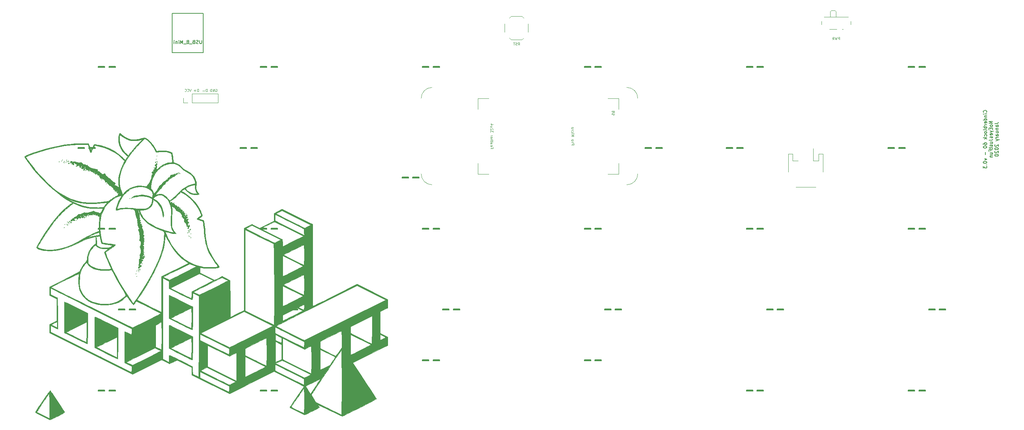
<source format=gbr>
G04 #@! TF.GenerationSoftware,KiCad,Pcbnew,(5.1.5-0-10_14)*
G04 #@! TF.CreationDate,2020-01-18T18:56:08-08:00*
G04 #@! TF.ProjectId,BRZ60_BLE_0.1,42525a36-305f-4424-9c45-5f302e312e6b,rev?*
G04 #@! TF.SameCoordinates,Original*
G04 #@! TF.FileFunction,Legend,Bot*
G04 #@! TF.FilePolarity,Positive*
%FSLAX46Y46*%
G04 Gerber Fmt 4.6, Leading zero omitted, Abs format (unit mm)*
G04 Created by KiCad (PCBNEW (5.1.5-0-10_14)) date 2020-01-18 18:56:08*
%MOMM*%
%LPD*%
G04 APERTURE LIST*
%ADD10C,0.120000*%
%ADD11C,0.150000*%
%ADD12C,0.010000*%
%ADD13C,0.200000*%
G04 APERTURE END LIST*
D10*
X126307142Y-50150000D02*
X126364285Y-50121428D01*
X126450000Y-50121428D01*
X126535714Y-50150000D01*
X126592857Y-50207142D01*
X126621428Y-50264285D01*
X126650000Y-50378571D01*
X126650000Y-50464285D01*
X126621428Y-50578571D01*
X126592857Y-50635714D01*
X126535714Y-50692857D01*
X126450000Y-50721428D01*
X126392857Y-50721428D01*
X126307142Y-50692857D01*
X126278571Y-50664285D01*
X126278571Y-50464285D01*
X126392857Y-50464285D01*
X126021428Y-50721428D02*
X126021428Y-50121428D01*
X125678571Y-50721428D01*
X125678571Y-50121428D01*
X125392857Y-50721428D02*
X125392857Y-50121428D01*
X125250000Y-50121428D01*
X125164285Y-50150000D01*
X125107142Y-50207142D01*
X125078571Y-50264285D01*
X125050000Y-50378571D01*
X125050000Y-50464285D01*
X125078571Y-50578571D01*
X125107142Y-50635714D01*
X125164285Y-50692857D01*
X125250000Y-50721428D01*
X125392857Y-50721428D01*
X124328571Y-50721428D02*
X124328571Y-50121428D01*
X124185714Y-50121428D01*
X124100000Y-50150000D01*
X124042857Y-50207142D01*
X124014285Y-50264285D01*
X123985714Y-50378571D01*
X123985714Y-50464285D01*
X124014285Y-50578571D01*
X124042857Y-50635714D01*
X124100000Y-50692857D01*
X124185714Y-50721428D01*
X124328571Y-50721428D01*
X123728571Y-50492857D02*
X123271428Y-50492857D01*
X122278571Y-50671428D02*
X122278571Y-50071428D01*
X122135714Y-50071428D01*
X122050000Y-50100000D01*
X121992857Y-50157142D01*
X121964285Y-50214285D01*
X121935714Y-50328571D01*
X121935714Y-50414285D01*
X121964285Y-50528571D01*
X121992857Y-50585714D01*
X122050000Y-50642857D01*
X122135714Y-50671428D01*
X122278571Y-50671428D01*
X121678571Y-50442857D02*
X121221428Y-50442857D01*
X121450000Y-50671428D02*
X121450000Y-50214285D01*
X120600000Y-50071428D02*
X120400000Y-50671428D01*
X120200000Y-50071428D01*
X119657142Y-50614285D02*
X119685714Y-50642857D01*
X119771428Y-50671428D01*
X119828571Y-50671428D01*
X119914285Y-50642857D01*
X119971428Y-50585714D01*
X120000000Y-50528571D01*
X120028571Y-50414285D01*
X120028571Y-50328571D01*
X120000000Y-50214285D01*
X119971428Y-50157142D01*
X119914285Y-50100000D01*
X119828571Y-50071428D01*
X119771428Y-50071428D01*
X119685714Y-50100000D01*
X119657142Y-50128571D01*
X119057142Y-50614285D02*
X119085714Y-50642857D01*
X119171428Y-50671428D01*
X119228571Y-50671428D01*
X119314285Y-50642857D01*
X119371428Y-50585714D01*
X119400000Y-50528571D01*
X119428571Y-50414285D01*
X119428571Y-50328571D01*
X119400000Y-50214285D01*
X119371428Y-50157142D01*
X119314285Y-50100000D01*
X119228571Y-50071428D01*
X119171428Y-50071428D01*
X119085714Y-50100000D01*
X119057142Y-50128571D01*
D11*
X307135714Y-55614285D02*
X307173809Y-55576190D01*
X307211904Y-55461904D01*
X307211904Y-55385714D01*
X307173809Y-55271428D01*
X307097619Y-55195238D01*
X307021428Y-55157142D01*
X306869047Y-55119047D01*
X306754761Y-55119047D01*
X306602380Y-55157142D01*
X306526190Y-55195238D01*
X306450000Y-55271428D01*
X306411904Y-55385714D01*
X306411904Y-55461904D01*
X306450000Y-55576190D01*
X306488095Y-55614285D01*
X307211904Y-55957142D02*
X306678571Y-55957142D01*
X306411904Y-55957142D02*
X306450000Y-55919047D01*
X306488095Y-55957142D01*
X306450000Y-55995238D01*
X306411904Y-55957142D01*
X306488095Y-55957142D01*
X306678571Y-56338095D02*
X307211904Y-56338095D01*
X306754761Y-56338095D02*
X306716666Y-56376190D01*
X306678571Y-56452380D01*
X306678571Y-56566666D01*
X306716666Y-56642857D01*
X306792857Y-56680952D01*
X307211904Y-56680952D01*
X307211904Y-57404761D02*
X306411904Y-57404761D01*
X307173809Y-57404761D02*
X307211904Y-57328571D01*
X307211904Y-57176190D01*
X307173809Y-57100000D01*
X307135714Y-57061904D01*
X307059523Y-57023809D01*
X306830952Y-57023809D01*
X306754761Y-57061904D01*
X306716666Y-57100000D01*
X306678571Y-57176190D01*
X306678571Y-57328571D01*
X306716666Y-57404761D01*
X307173809Y-58090476D02*
X307211904Y-58014285D01*
X307211904Y-57861904D01*
X307173809Y-57785714D01*
X307097619Y-57747619D01*
X306792857Y-57747619D01*
X306716666Y-57785714D01*
X306678571Y-57861904D01*
X306678571Y-58014285D01*
X306716666Y-58090476D01*
X306792857Y-58128571D01*
X306869047Y-58128571D01*
X306945238Y-57747619D01*
X307211904Y-58471428D02*
X306678571Y-58471428D01*
X306830952Y-58471428D02*
X306754761Y-58509523D01*
X306716666Y-58547619D01*
X306678571Y-58623809D01*
X306678571Y-58700000D01*
X307211904Y-58966666D02*
X306411904Y-58966666D01*
X306716666Y-58966666D02*
X306678571Y-59042857D01*
X306678571Y-59195238D01*
X306716666Y-59271428D01*
X306754761Y-59309523D01*
X306830952Y-59347619D01*
X307059523Y-59347619D01*
X307135714Y-59309523D01*
X307173809Y-59271428D01*
X307211904Y-59195238D01*
X307211904Y-59042857D01*
X307173809Y-58966666D01*
X307211904Y-59804761D02*
X307173809Y-59728571D01*
X307097619Y-59690476D01*
X306411904Y-59690476D01*
X307211904Y-60223809D02*
X307173809Y-60147619D01*
X307135714Y-60109523D01*
X307059523Y-60071428D01*
X306830952Y-60071428D01*
X306754761Y-60109523D01*
X306716666Y-60147619D01*
X306678571Y-60223809D01*
X306678571Y-60338095D01*
X306716666Y-60414285D01*
X306754761Y-60452380D01*
X306830952Y-60490476D01*
X307059523Y-60490476D01*
X307135714Y-60452380D01*
X307173809Y-60414285D01*
X307211904Y-60338095D01*
X307211904Y-60223809D01*
X307173809Y-61176190D02*
X307211904Y-61100000D01*
X307211904Y-60947619D01*
X307173809Y-60871428D01*
X307135714Y-60833333D01*
X307059523Y-60795238D01*
X306830952Y-60795238D01*
X306754761Y-60833333D01*
X306716666Y-60871428D01*
X306678571Y-60947619D01*
X306678571Y-61100000D01*
X306716666Y-61176190D01*
X307211904Y-61519047D02*
X306411904Y-61519047D01*
X306907142Y-61595238D02*
X307211904Y-61823809D01*
X306678571Y-61823809D02*
X306983333Y-61519047D01*
X306411904Y-63119047D02*
X306411904Y-62966666D01*
X306450000Y-62890476D01*
X306488095Y-62852380D01*
X306602380Y-62776190D01*
X306754761Y-62738095D01*
X307059523Y-62738095D01*
X307135714Y-62776190D01*
X307173809Y-62814285D01*
X307211904Y-62890476D01*
X307211904Y-63042857D01*
X307173809Y-63119047D01*
X307135714Y-63157142D01*
X307059523Y-63195238D01*
X306869047Y-63195238D01*
X306792857Y-63157142D01*
X306754761Y-63119047D01*
X306716666Y-63042857D01*
X306716666Y-62890476D01*
X306754761Y-62814285D01*
X306792857Y-62776190D01*
X306869047Y-62738095D01*
X306411904Y-63690476D02*
X306411904Y-63766666D01*
X306450000Y-63842857D01*
X306488095Y-63880952D01*
X306564285Y-63919047D01*
X306716666Y-63957142D01*
X306907142Y-63957142D01*
X307059523Y-63919047D01*
X307135714Y-63880952D01*
X307173809Y-63842857D01*
X307211904Y-63766666D01*
X307211904Y-63690476D01*
X307173809Y-63614285D01*
X307135714Y-63576190D01*
X307059523Y-63538095D01*
X306907142Y-63500000D01*
X306716666Y-63500000D01*
X306564285Y-63538095D01*
X306488095Y-63576190D01*
X306450000Y-63614285D01*
X306411904Y-63690476D01*
X306907142Y-64909523D02*
X306907142Y-65519047D01*
X306678571Y-66433333D02*
X307211904Y-66623809D01*
X306678571Y-66814285D01*
X306411904Y-67271428D02*
X306411904Y-67347619D01*
X306450000Y-67423809D01*
X306488095Y-67461904D01*
X306564285Y-67500000D01*
X306716666Y-67538095D01*
X306907142Y-67538095D01*
X307059523Y-67500000D01*
X307135714Y-67461904D01*
X307173809Y-67423809D01*
X307211904Y-67347619D01*
X307211904Y-67271428D01*
X307173809Y-67195238D01*
X307135714Y-67157142D01*
X307059523Y-67119047D01*
X306907142Y-67080952D01*
X306716666Y-67080952D01*
X306564285Y-67119047D01*
X306488095Y-67157142D01*
X306450000Y-67195238D01*
X306411904Y-67271428D01*
X307135714Y-67880952D02*
X307173809Y-67919047D01*
X307211904Y-67880952D01*
X307173809Y-67842857D01*
X307135714Y-67880952D01*
X307211904Y-67880952D01*
X306411904Y-68185714D02*
X306411904Y-68680952D01*
X306716666Y-68414285D01*
X306716666Y-68528571D01*
X306754761Y-68604761D01*
X306792857Y-68642857D01*
X306869047Y-68680952D01*
X307059523Y-68680952D01*
X307135714Y-68642857D01*
X307173809Y-68604761D01*
X307211904Y-68528571D01*
X307211904Y-68300000D01*
X307173809Y-68223809D01*
X307135714Y-68185714D01*
X308561904Y-57690476D02*
X307761904Y-57690476D01*
X308561904Y-58147619D01*
X307761904Y-58147619D01*
X308561904Y-58642857D02*
X308523809Y-58566666D01*
X308485714Y-58528571D01*
X308409523Y-58490476D01*
X308180952Y-58490476D01*
X308104761Y-58528571D01*
X308066666Y-58566666D01*
X308028571Y-58642857D01*
X308028571Y-58757142D01*
X308066666Y-58833333D01*
X308104761Y-58871428D01*
X308180952Y-58909523D01*
X308409523Y-58909523D01*
X308485714Y-58871428D01*
X308523809Y-58833333D01*
X308561904Y-58757142D01*
X308561904Y-58642857D01*
X308142857Y-59252380D02*
X308142857Y-59519047D01*
X308561904Y-59633333D02*
X308561904Y-59252380D01*
X307761904Y-59252380D01*
X307761904Y-59633333D01*
X308028571Y-59900000D02*
X308561904Y-60090476D01*
X308028571Y-60280952D02*
X308561904Y-60090476D01*
X308752380Y-60014285D01*
X308790476Y-59976190D01*
X308828571Y-59900000D01*
X308523809Y-60890476D02*
X308561904Y-60814285D01*
X308561904Y-60661904D01*
X308523809Y-60585714D01*
X308447619Y-60547619D01*
X308142857Y-60547619D01*
X308066666Y-60585714D01*
X308028571Y-60661904D01*
X308028571Y-60814285D01*
X308066666Y-60890476D01*
X308142857Y-60928571D01*
X308219047Y-60928571D01*
X308295238Y-60547619D01*
X308523809Y-61233333D02*
X308561904Y-61309523D01*
X308561904Y-61461904D01*
X308523809Y-61538095D01*
X308447619Y-61576190D01*
X308409523Y-61576190D01*
X308333333Y-61538095D01*
X308295238Y-61461904D01*
X308295238Y-61347619D01*
X308257142Y-61271428D01*
X308180952Y-61233333D01*
X308142857Y-61233333D01*
X308066666Y-61271428D01*
X308028571Y-61347619D01*
X308028571Y-61461904D01*
X308066666Y-61538095D01*
X307761904Y-62147619D02*
X308333333Y-62147619D01*
X308447619Y-62109523D01*
X308523809Y-62033333D01*
X308561904Y-61919047D01*
X308561904Y-61842857D01*
X308028571Y-62871428D02*
X308561904Y-62871428D01*
X308028571Y-62528571D02*
X308447619Y-62528571D01*
X308523809Y-62566666D01*
X308561904Y-62642857D01*
X308561904Y-62757142D01*
X308523809Y-62833333D01*
X308485714Y-62871428D01*
X308523809Y-63214285D02*
X308561904Y-63290476D01*
X308561904Y-63442857D01*
X308523809Y-63519047D01*
X308447619Y-63557142D01*
X308409523Y-63557142D01*
X308333333Y-63519047D01*
X308295238Y-63442857D01*
X308295238Y-63328571D01*
X308257142Y-63252380D01*
X308180952Y-63214285D01*
X308142857Y-63214285D01*
X308066666Y-63252380D01*
X308028571Y-63328571D01*
X308028571Y-63442857D01*
X308066666Y-63519047D01*
X308028571Y-63785714D02*
X308028571Y-64090476D01*
X307761904Y-63900000D02*
X308447619Y-63900000D01*
X308523809Y-63938095D01*
X308561904Y-64014285D01*
X308561904Y-64090476D01*
X308142857Y-64623809D02*
X308142857Y-64357142D01*
X308561904Y-64357142D02*
X307761904Y-64357142D01*
X307761904Y-64738095D01*
X308028571Y-65385714D02*
X308561904Y-65385714D01*
X308028571Y-65042857D02*
X308447619Y-65042857D01*
X308523809Y-65080952D01*
X308561904Y-65157142D01*
X308561904Y-65271428D01*
X308523809Y-65347619D01*
X308485714Y-65385714D01*
X308028571Y-65766666D02*
X308561904Y-65766666D01*
X308104761Y-65766666D02*
X308066666Y-65804761D01*
X308028571Y-65880952D01*
X308028571Y-65995238D01*
X308066666Y-66071428D01*
X308142857Y-66109523D01*
X308561904Y-66109523D01*
X309111904Y-58185714D02*
X309683333Y-58185714D01*
X309797619Y-58147619D01*
X309873809Y-58071428D01*
X309911904Y-57957142D01*
X309911904Y-57880952D01*
X309911904Y-58909523D02*
X309492857Y-58909523D01*
X309416666Y-58871428D01*
X309378571Y-58795238D01*
X309378571Y-58642857D01*
X309416666Y-58566666D01*
X309873809Y-58909523D02*
X309911904Y-58833333D01*
X309911904Y-58642857D01*
X309873809Y-58566666D01*
X309797619Y-58528571D01*
X309721428Y-58528571D01*
X309645238Y-58566666D01*
X309607142Y-58642857D01*
X309607142Y-58833333D01*
X309569047Y-58909523D01*
X309378571Y-59290476D02*
X309911904Y-59290476D01*
X309454761Y-59290476D02*
X309416666Y-59328571D01*
X309378571Y-59404761D01*
X309378571Y-59519047D01*
X309416666Y-59595238D01*
X309492857Y-59633333D01*
X309911904Y-59633333D01*
X309378571Y-60357142D02*
X309911904Y-60357142D01*
X309378571Y-60014285D02*
X309797619Y-60014285D01*
X309873809Y-60052380D01*
X309911904Y-60128571D01*
X309911904Y-60242857D01*
X309873809Y-60319047D01*
X309835714Y-60357142D01*
X309911904Y-61080952D02*
X309492857Y-61080952D01*
X309416666Y-61042857D01*
X309378571Y-60966666D01*
X309378571Y-60814285D01*
X309416666Y-60738095D01*
X309873809Y-61080952D02*
X309911904Y-61004761D01*
X309911904Y-60814285D01*
X309873809Y-60738095D01*
X309797619Y-60700000D01*
X309721428Y-60700000D01*
X309645238Y-60738095D01*
X309607142Y-60814285D01*
X309607142Y-61004761D01*
X309569047Y-61080952D01*
X309911904Y-61461904D02*
X309378571Y-61461904D01*
X309530952Y-61461904D02*
X309454761Y-61500000D01*
X309416666Y-61538095D01*
X309378571Y-61614285D01*
X309378571Y-61690476D01*
X309378571Y-61880952D02*
X309911904Y-62071428D01*
X309378571Y-62261904D02*
X309911904Y-62071428D01*
X310102380Y-61995238D01*
X310140476Y-61957142D01*
X310178571Y-61880952D01*
X309188095Y-63138095D02*
X309150000Y-63176190D01*
X309111904Y-63252380D01*
X309111904Y-63442857D01*
X309150000Y-63519047D01*
X309188095Y-63557142D01*
X309264285Y-63595238D01*
X309340476Y-63595238D01*
X309454761Y-63557142D01*
X309911904Y-63100000D01*
X309911904Y-63595238D01*
X309111904Y-64090476D02*
X309111904Y-64166666D01*
X309150000Y-64242857D01*
X309188095Y-64280952D01*
X309264285Y-64319047D01*
X309416666Y-64357142D01*
X309607142Y-64357142D01*
X309759523Y-64319047D01*
X309835714Y-64280952D01*
X309873809Y-64242857D01*
X309911904Y-64166666D01*
X309911904Y-64090476D01*
X309873809Y-64014285D01*
X309835714Y-63976190D01*
X309759523Y-63938095D01*
X309607142Y-63900000D01*
X309416666Y-63900000D01*
X309264285Y-63938095D01*
X309188095Y-63976190D01*
X309150000Y-64014285D01*
X309111904Y-64090476D01*
X309188095Y-64661904D02*
X309150000Y-64700000D01*
X309111904Y-64776190D01*
X309111904Y-64966666D01*
X309150000Y-65042857D01*
X309188095Y-65080952D01*
X309264285Y-65119047D01*
X309340476Y-65119047D01*
X309454761Y-65080952D01*
X309911904Y-64623809D01*
X309911904Y-65119047D01*
X309111904Y-65614285D02*
X309111904Y-65690476D01*
X309150000Y-65766666D01*
X309188095Y-65804761D01*
X309264285Y-65842857D01*
X309416666Y-65880952D01*
X309607142Y-65880952D01*
X309759523Y-65842857D01*
X309835714Y-65804761D01*
X309873809Y-65766666D01*
X309911904Y-65690476D01*
X309911904Y-65614285D01*
X309873809Y-65538095D01*
X309835714Y-65500000D01*
X309759523Y-65461904D01*
X309607142Y-65423809D01*
X309416666Y-65423809D01*
X309264285Y-65461904D01*
X309188095Y-65500000D01*
X309150000Y-65538095D01*
X309111904Y-65614285D01*
D12*
G36*
X112461334Y-65767667D02*
G01*
X112503667Y-65810000D01*
X112546000Y-65767667D01*
X112503667Y-65725334D01*
X112461334Y-65767667D01*
G37*
X112461334Y-65767667D02*
X112503667Y-65810000D01*
X112546000Y-65767667D01*
X112503667Y-65725334D01*
X112461334Y-65767667D01*
G36*
X112292000Y-66529667D02*
G01*
X112334334Y-66572000D01*
X112376667Y-66529667D01*
X112334334Y-66487334D01*
X112292000Y-66529667D01*
G37*
X112292000Y-66529667D02*
X112334334Y-66572000D01*
X112376667Y-66529667D01*
X112334334Y-66487334D01*
X112292000Y-66529667D01*
G36*
X112489556Y-67023556D02*
G01*
X112501178Y-67073890D01*
X112546000Y-67080000D01*
X112615691Y-67049022D01*
X112602445Y-67023556D01*
X112501965Y-67013423D01*
X112489556Y-67023556D01*
G37*
X112489556Y-67023556D02*
X112501178Y-67073890D01*
X112546000Y-67080000D01*
X112615691Y-67049022D01*
X112602445Y-67023556D01*
X112501965Y-67013423D01*
X112489556Y-67023556D01*
G36*
X112546000Y-67291667D02*
G01*
X112588334Y-67334000D01*
X112630667Y-67291667D01*
X112588334Y-67249334D01*
X112546000Y-67291667D01*
G37*
X112546000Y-67291667D02*
X112588334Y-67334000D01*
X112630667Y-67291667D01*
X112588334Y-67249334D01*
X112546000Y-67291667D01*
G36*
X112191812Y-67230989D02*
G01*
X112127122Y-67338759D01*
X112135367Y-67374922D01*
X112223827Y-67372302D01*
X112235556Y-67362222D01*
X112291377Y-67231880D01*
X112292000Y-67218289D01*
X112249044Y-67186809D01*
X112191812Y-67230989D01*
G37*
X112191812Y-67230989D02*
X112127122Y-67338759D01*
X112135367Y-67374922D01*
X112223827Y-67372302D01*
X112235556Y-67362222D01*
X112291377Y-67231880D01*
X112292000Y-67218289D01*
X112249044Y-67186809D01*
X112191812Y-67230989D01*
G36*
X111881749Y-68468915D02*
G01*
X111790855Y-68554166D01*
X111809501Y-68603176D01*
X111821337Y-68604000D01*
X111892950Y-68543863D01*
X111919085Y-68506252D01*
X111929065Y-68448315D01*
X111881749Y-68468915D01*
G37*
X111881749Y-68468915D02*
X111790855Y-68554166D01*
X111809501Y-68603176D01*
X111821337Y-68604000D01*
X111892950Y-68543863D01*
X111919085Y-68506252D01*
X111929065Y-68448315D01*
X111881749Y-68468915D01*
G36*
X110090667Y-72879667D02*
G01*
X110133000Y-72922000D01*
X110175334Y-72879667D01*
X110133000Y-72837334D01*
X110090667Y-72879667D01*
G37*
X110090667Y-72879667D02*
X110133000Y-72922000D01*
X110175334Y-72879667D01*
X110133000Y-72837334D01*
X110090667Y-72879667D01*
G36*
X117456667Y-69662334D02*
G01*
X117499000Y-69704667D01*
X117541334Y-69662334D01*
X117499000Y-69620000D01*
X117456667Y-69662334D01*
G37*
X117456667Y-69662334D02*
X117499000Y-69704667D01*
X117541334Y-69662334D01*
X117499000Y-69620000D01*
X117456667Y-69662334D01*
G36*
X117710667Y-69747000D02*
G01*
X117753000Y-69789334D01*
X117795334Y-69747000D01*
X117753000Y-69704667D01*
X117710667Y-69747000D01*
G37*
X117710667Y-69747000D02*
X117753000Y-69789334D01*
X117795334Y-69747000D01*
X117753000Y-69704667D01*
X117710667Y-69747000D01*
G36*
X117626000Y-69916334D02*
G01*
X117668334Y-69958667D01*
X117710667Y-69916334D01*
X117668334Y-69874000D01*
X117626000Y-69916334D01*
G37*
X117626000Y-69916334D02*
X117668334Y-69958667D01*
X117710667Y-69916334D01*
X117668334Y-69874000D01*
X117626000Y-69916334D01*
G36*
X117880000Y-69916334D02*
G01*
X117922334Y-69958667D01*
X117964667Y-69916334D01*
X117922334Y-69874000D01*
X117880000Y-69916334D01*
G37*
X117880000Y-69916334D02*
X117922334Y-69958667D01*
X117964667Y-69916334D01*
X117922334Y-69874000D01*
X117880000Y-69916334D01*
G36*
X117296886Y-69857910D02*
G01*
X117287334Y-69916334D01*
X117333051Y-70029005D01*
X117372000Y-70043334D01*
X117447115Y-69974757D01*
X117456667Y-69916334D01*
X117410950Y-69803662D01*
X117372000Y-69789334D01*
X117296886Y-69857910D01*
G37*
X117296886Y-69857910D02*
X117287334Y-69916334D01*
X117333051Y-70029005D01*
X117372000Y-70043334D01*
X117447115Y-69974757D01*
X117456667Y-69916334D01*
X117410950Y-69803662D01*
X117372000Y-69789334D01*
X117296886Y-69857910D01*
G36*
X115594000Y-70509000D02*
G01*
X115636334Y-70551334D01*
X115678667Y-70509000D01*
X115636334Y-70466667D01*
X115594000Y-70509000D01*
G37*
X115594000Y-70509000D02*
X115636334Y-70551334D01*
X115678667Y-70509000D01*
X115636334Y-70466667D01*
X115594000Y-70509000D01*
G36*
X90278667Y-66699000D02*
G01*
X90321000Y-66741334D01*
X90363334Y-66699000D01*
X90321000Y-66656667D01*
X90278667Y-66699000D01*
G37*
X90278667Y-66699000D02*
X90321000Y-66741334D01*
X90363334Y-66699000D01*
X90321000Y-66656667D01*
X90278667Y-66699000D01*
G36*
X91294667Y-66699000D02*
G01*
X91337000Y-66741334D01*
X91379334Y-66699000D01*
X91337000Y-66656667D01*
X91294667Y-66699000D01*
G37*
X91294667Y-66699000D02*
X91337000Y-66741334D01*
X91379334Y-66699000D01*
X91337000Y-66656667D01*
X91294667Y-66699000D01*
G36*
X90109334Y-66953000D02*
G01*
X90151667Y-66995334D01*
X90194000Y-66953000D01*
X90151667Y-66910667D01*
X90109334Y-66953000D01*
G37*
X90109334Y-66953000D02*
X90151667Y-66995334D01*
X90194000Y-66953000D01*
X90151667Y-66910667D01*
X90109334Y-66953000D01*
G36*
X91294667Y-66953000D02*
G01*
X91337000Y-66995334D01*
X91379334Y-66953000D01*
X91337000Y-66910667D01*
X91294667Y-66953000D01*
G37*
X91294667Y-66953000D02*
X91337000Y-66995334D01*
X91379334Y-66953000D01*
X91337000Y-66910667D01*
X91294667Y-66953000D01*
G36*
X91746223Y-66938889D02*
G01*
X91757845Y-66989223D01*
X91802667Y-66995334D01*
X91872357Y-66964355D01*
X91859112Y-66938889D01*
X91758632Y-66928756D01*
X91746223Y-66938889D01*
G37*
X91746223Y-66938889D02*
X91757845Y-66989223D01*
X91802667Y-66995334D01*
X91872357Y-66964355D01*
X91859112Y-66938889D01*
X91758632Y-66928756D01*
X91746223Y-66938889D01*
G36*
X90786667Y-67037667D02*
G01*
X90829000Y-67080000D01*
X90871334Y-67037667D01*
X90829000Y-66995334D01*
X90786667Y-67037667D01*
G37*
X90786667Y-67037667D02*
X90829000Y-67080000D01*
X90871334Y-67037667D01*
X90829000Y-66995334D01*
X90786667Y-67037667D01*
G36*
X89544889Y-67108222D02*
G01*
X89556512Y-67158557D01*
X89601334Y-67164667D01*
X89671024Y-67133689D01*
X89657778Y-67108222D01*
X89557299Y-67098089D01*
X89544889Y-67108222D01*
G37*
X89544889Y-67108222D02*
X89556512Y-67158557D01*
X89601334Y-67164667D01*
X89671024Y-67133689D01*
X89657778Y-67108222D01*
X89557299Y-67098089D01*
X89544889Y-67108222D01*
G36*
X92818667Y-67122334D02*
G01*
X92861000Y-67164667D01*
X92903334Y-67122334D01*
X92861000Y-67080000D01*
X92818667Y-67122334D01*
G37*
X92818667Y-67122334D02*
X92861000Y-67164667D01*
X92903334Y-67122334D01*
X92861000Y-67080000D01*
X92818667Y-67122334D01*
G36*
X90617334Y-67207000D02*
G01*
X90659667Y-67249334D01*
X90702000Y-67207000D01*
X90659667Y-67164667D01*
X90617334Y-67207000D01*
G37*
X90617334Y-67207000D02*
X90659667Y-67249334D01*
X90702000Y-67207000D01*
X90659667Y-67164667D01*
X90617334Y-67207000D01*
G36*
X91490830Y-67064125D02*
G01*
X91480737Y-67196449D01*
X91497514Y-67226403D01*
X91535996Y-67201152D01*
X91541983Y-67115278D01*
X91521306Y-67024936D01*
X91490830Y-67064125D01*
G37*
X91490830Y-67064125D02*
X91480737Y-67196449D01*
X91497514Y-67226403D01*
X91535996Y-67201152D01*
X91541983Y-67115278D01*
X91521306Y-67024936D01*
X91490830Y-67064125D01*
G36*
X91830889Y-67108222D02*
G01*
X91820756Y-67208702D01*
X91830889Y-67221111D01*
X91881224Y-67209489D01*
X91887334Y-67164667D01*
X91856356Y-67094977D01*
X91830889Y-67108222D01*
G37*
X91830889Y-67108222D02*
X91820756Y-67208702D01*
X91830889Y-67221111D01*
X91881224Y-67209489D01*
X91887334Y-67164667D01*
X91856356Y-67094977D01*
X91830889Y-67108222D01*
G36*
X91125334Y-67291667D02*
G01*
X91167667Y-67334000D01*
X91210000Y-67291667D01*
X91167667Y-67249334D01*
X91125334Y-67291667D01*
G37*
X91125334Y-67291667D02*
X91167667Y-67334000D01*
X91210000Y-67291667D01*
X91167667Y-67249334D01*
X91125334Y-67291667D01*
G36*
X90702000Y-67376334D02*
G01*
X90744334Y-67418667D01*
X90786667Y-67376334D01*
X90744334Y-67334000D01*
X90702000Y-67376334D01*
G37*
X90702000Y-67376334D02*
X90744334Y-67418667D01*
X90786667Y-67376334D01*
X90744334Y-67334000D01*
X90702000Y-67376334D01*
G36*
X92141334Y-67376334D02*
G01*
X92183667Y-67418667D01*
X92226000Y-67376334D01*
X92183667Y-67334000D01*
X92141334Y-67376334D01*
G37*
X92141334Y-67376334D02*
X92183667Y-67418667D01*
X92226000Y-67376334D01*
X92183667Y-67334000D01*
X92141334Y-67376334D01*
G36*
X91732593Y-67479176D02*
G01*
X91718000Y-67531556D01*
X91786073Y-67631473D01*
X91845000Y-67644445D01*
X91957408Y-67583935D01*
X91972000Y-67531556D01*
X91903928Y-67431638D01*
X91845000Y-67418667D01*
X91732593Y-67479176D01*
G37*
X91732593Y-67479176D02*
X91718000Y-67531556D01*
X91786073Y-67631473D01*
X91845000Y-67644445D01*
X91957408Y-67583935D01*
X91972000Y-67531556D01*
X91903928Y-67431638D01*
X91845000Y-67418667D01*
X91732593Y-67479176D01*
G36*
X92480000Y-67630334D02*
G01*
X92522334Y-67672667D01*
X92564667Y-67630334D01*
X92522334Y-67588000D01*
X92480000Y-67630334D01*
G37*
X92480000Y-67630334D02*
X92522334Y-67672667D01*
X92564667Y-67630334D01*
X92522334Y-67588000D01*
X92480000Y-67630334D01*
G36*
X95286184Y-69004194D02*
G01*
X95274000Y-69064670D01*
X95318205Y-69180512D01*
X95358667Y-69196667D01*
X95440910Y-69135899D01*
X95443334Y-69116997D01*
X95381790Y-69002330D01*
X95358667Y-68985000D01*
X95286184Y-69004194D01*
G37*
X95286184Y-69004194D02*
X95274000Y-69064670D01*
X95318205Y-69180512D01*
X95358667Y-69196667D01*
X95440910Y-69135899D01*
X95443334Y-69116997D01*
X95381790Y-69002330D01*
X95358667Y-68985000D01*
X95286184Y-69004194D01*
G36*
X95725556Y-69140222D02*
G01*
X95737178Y-69190557D01*
X95782000Y-69196667D01*
X95851691Y-69165689D01*
X95838445Y-69140222D01*
X95737965Y-69130089D01*
X95725556Y-69140222D01*
G37*
X95725556Y-69140222D02*
X95737178Y-69190557D01*
X95782000Y-69196667D01*
X95851691Y-69165689D01*
X95838445Y-69140222D01*
X95737965Y-69130089D01*
X95725556Y-69140222D01*
G36*
X99605082Y-71262915D02*
G01*
X99514189Y-71348166D01*
X99532834Y-71397176D01*
X99544670Y-71398000D01*
X99616283Y-71337863D01*
X99642419Y-71300252D01*
X99652398Y-71242315D01*
X99605082Y-71262915D01*
G37*
X99605082Y-71262915D02*
X99514189Y-71348166D01*
X99532834Y-71397176D01*
X99544670Y-71398000D01*
X99616283Y-71337863D01*
X99642419Y-71300252D01*
X99652398Y-71242315D01*
X99605082Y-71262915D01*
G36*
X100608000Y-72287000D02*
G01*
X100650334Y-72329334D01*
X100692667Y-72287000D01*
X100650334Y-72244667D01*
X100608000Y-72287000D01*
G37*
X100608000Y-72287000D02*
X100650334Y-72329334D01*
X100692667Y-72287000D01*
X100650334Y-72244667D01*
X100608000Y-72287000D01*
G36*
X106562889Y-75659556D02*
G01*
X106574512Y-75709890D01*
X106619334Y-75716000D01*
X106689024Y-75685022D01*
X106675778Y-75659556D01*
X106575299Y-75649423D01*
X106562889Y-75659556D01*
G37*
X106562889Y-75659556D02*
X106574512Y-75709890D01*
X106619334Y-75716000D01*
X106689024Y-75685022D01*
X106675778Y-75659556D01*
X106575299Y-75649423D01*
X106562889Y-75659556D01*
G36*
X106111334Y-75758334D02*
G01*
X106153667Y-75800667D01*
X106196000Y-75758334D01*
X106153667Y-75716000D01*
X106111334Y-75758334D01*
G37*
X106111334Y-75758334D02*
X106153667Y-75800667D01*
X106196000Y-75758334D01*
X106153667Y-75716000D01*
X106111334Y-75758334D01*
G36*
X96290000Y-79782657D02*
G01*
X96358617Y-79855428D01*
X96417000Y-79864667D01*
X96529963Y-79846552D01*
X96544000Y-79831392D01*
X96477795Y-79776798D01*
X96417000Y-79749382D01*
X96307979Y-79747623D01*
X96290000Y-79782657D01*
G37*
X96290000Y-79782657D02*
X96358617Y-79855428D01*
X96417000Y-79864667D01*
X96529963Y-79846552D01*
X96544000Y-79831392D01*
X96477795Y-79776798D01*
X96417000Y-79749382D01*
X96307979Y-79747623D01*
X96290000Y-79782657D01*
G36*
X95782000Y-80161000D02*
G01*
X95824334Y-80203334D01*
X95866667Y-80161000D01*
X95824334Y-80118667D01*
X95782000Y-80161000D01*
G37*
X95782000Y-80161000D02*
X95824334Y-80203334D01*
X95866667Y-80161000D01*
X95824334Y-80118667D01*
X95782000Y-80161000D01*
G36*
X92649334Y-80499667D02*
G01*
X92691667Y-80542000D01*
X92734000Y-80499667D01*
X92691667Y-80457334D01*
X92649334Y-80499667D01*
G37*
X92649334Y-80499667D02*
X92691667Y-80542000D01*
X92734000Y-80499667D01*
X92691667Y-80457334D01*
X92649334Y-80499667D01*
G36*
X93496000Y-80923000D02*
G01*
X93538334Y-80965334D01*
X93580667Y-80923000D01*
X93538334Y-80880667D01*
X93496000Y-80923000D01*
G37*
X93496000Y-80923000D02*
X93538334Y-80965334D01*
X93580667Y-80923000D01*
X93538334Y-80880667D01*
X93496000Y-80923000D01*
G36*
X92395334Y-81092334D02*
G01*
X92437667Y-81134667D01*
X92480000Y-81092334D01*
X92437667Y-81050000D01*
X92395334Y-81092334D01*
G37*
X92395334Y-81092334D02*
X92437667Y-81134667D01*
X92480000Y-81092334D01*
X92437667Y-81050000D01*
X92395334Y-81092334D01*
G36*
X91464000Y-81261667D02*
G01*
X91506334Y-81304000D01*
X91548667Y-81261667D01*
X91506334Y-81219334D01*
X91464000Y-81261667D01*
G37*
X91464000Y-81261667D02*
X91506334Y-81304000D01*
X91548667Y-81261667D01*
X91506334Y-81219334D01*
X91464000Y-81261667D01*
G36*
X91998571Y-81094488D02*
G01*
X92045867Y-81155834D01*
X92169448Y-81287463D01*
X92224610Y-81286891D01*
X92226000Y-81272034D01*
X92168141Y-81201359D01*
X92077834Y-81123867D01*
X91977547Y-81050643D01*
X91998571Y-81094488D01*
G37*
X91998571Y-81094488D02*
X92045867Y-81155834D01*
X92169448Y-81287463D01*
X92224610Y-81286891D01*
X92226000Y-81272034D01*
X92168141Y-81201359D01*
X92077834Y-81123867D01*
X91977547Y-81050643D01*
X91998571Y-81094488D01*
G36*
X91633334Y-81431000D02*
G01*
X91675667Y-81473334D01*
X91718000Y-81431000D01*
X91675667Y-81388667D01*
X91633334Y-81431000D01*
G37*
X91633334Y-81431000D02*
X91675667Y-81473334D01*
X91718000Y-81431000D01*
X91675667Y-81388667D01*
X91633334Y-81431000D01*
G36*
X91828516Y-81348992D02*
G01*
X91876828Y-81411245D01*
X91948016Y-81464749D01*
X91930251Y-81379911D01*
X91924224Y-81363849D01*
X91857151Y-81260171D01*
X91819019Y-81259426D01*
X91828516Y-81348992D01*
G37*
X91828516Y-81348992D02*
X91876828Y-81411245D01*
X91948016Y-81464749D01*
X91930251Y-81379911D01*
X91924224Y-81363849D01*
X91857151Y-81260171D01*
X91819019Y-81259426D01*
X91828516Y-81348992D01*
G36*
X92269664Y-81386514D02*
G01*
X92268442Y-81482780D01*
X92369110Y-81514261D01*
X92469975Y-81479529D01*
X92528049Y-81411998D01*
X92447478Y-81361814D01*
X92309998Y-81355980D01*
X92269664Y-81386514D01*
G37*
X92269664Y-81386514D02*
X92268442Y-81482780D01*
X92369110Y-81514261D01*
X92469975Y-81479529D01*
X92528049Y-81411998D01*
X92447478Y-81361814D01*
X92309998Y-81355980D01*
X92269664Y-81386514D01*
G36*
X91802667Y-81685000D02*
G01*
X91845000Y-81727334D01*
X91887334Y-81685000D01*
X91845000Y-81642667D01*
X91802667Y-81685000D01*
G37*
X91802667Y-81685000D02*
X91845000Y-81727334D01*
X91887334Y-81685000D01*
X91845000Y-81642667D01*
X91802667Y-81685000D01*
G36*
X91379334Y-81769667D02*
G01*
X91421667Y-81812000D01*
X91464000Y-81769667D01*
X91421667Y-81727334D01*
X91379334Y-81769667D01*
G37*
X91379334Y-81769667D02*
X91421667Y-81812000D01*
X91464000Y-81769667D01*
X91421667Y-81727334D01*
X91379334Y-81769667D01*
G36*
X90871334Y-81854334D02*
G01*
X90913667Y-81896667D01*
X90956000Y-81854334D01*
X90913667Y-81812000D01*
X90871334Y-81854334D01*
G37*
X90871334Y-81854334D02*
X90913667Y-81896667D01*
X90956000Y-81854334D01*
X90913667Y-81812000D01*
X90871334Y-81854334D01*
G36*
X91379334Y-81939000D02*
G01*
X91421667Y-81981334D01*
X91464000Y-81939000D01*
X91421667Y-81896667D01*
X91379334Y-81939000D01*
G37*
X91379334Y-81939000D02*
X91421667Y-81981334D01*
X91464000Y-81939000D01*
X91421667Y-81896667D01*
X91379334Y-81939000D01*
G36*
X91548667Y-82023667D02*
G01*
X91591000Y-82066000D01*
X91633334Y-82023667D01*
X91591000Y-81981334D01*
X91548667Y-82023667D01*
G37*
X91548667Y-82023667D02*
X91591000Y-82066000D01*
X91633334Y-82023667D01*
X91591000Y-81981334D01*
X91548667Y-82023667D01*
G36*
X90799749Y-82523582D02*
G01*
X90709569Y-82602287D01*
X90702000Y-82621330D01*
X90742181Y-82656129D01*
X90825837Y-82578154D01*
X90837085Y-82560918D01*
X90847065Y-82502981D01*
X90799749Y-82523582D01*
G37*
X90799749Y-82523582D02*
X90709569Y-82602287D01*
X90702000Y-82621330D01*
X90742181Y-82656129D01*
X90825837Y-82578154D01*
X90837085Y-82560918D01*
X90847065Y-82502981D01*
X90799749Y-82523582D01*
G36*
X115936113Y-76624127D02*
G01*
X115932667Y-76647334D01*
X115961554Y-76729799D01*
X115970004Y-76732000D01*
X116042290Y-76672671D01*
X116059667Y-76647334D01*
X116052954Y-76569315D01*
X116022331Y-76562667D01*
X115936113Y-76624127D01*
G37*
X115936113Y-76624127D02*
X115932667Y-76647334D01*
X115961554Y-76729799D01*
X115970004Y-76732000D01*
X116042290Y-76672671D01*
X116059667Y-76647334D01*
X116052954Y-76569315D01*
X116022331Y-76562667D01*
X115936113Y-76624127D01*
G36*
X116440667Y-76774334D02*
G01*
X116483000Y-76816667D01*
X116525334Y-76774334D01*
X116483000Y-76732000D01*
X116440667Y-76774334D01*
G37*
X116440667Y-76774334D02*
X116483000Y-76816667D01*
X116525334Y-76774334D01*
X116483000Y-76732000D01*
X116440667Y-76774334D01*
G36*
X118643009Y-78813792D02*
G01*
X118632720Y-78885081D01*
X118740298Y-78911081D01*
X118859517Y-78901681D01*
X118830061Y-78833632D01*
X118823956Y-78827422D01*
X118696905Y-78779506D01*
X118643009Y-78813792D01*
G37*
X118643009Y-78813792D02*
X118632720Y-78885081D01*
X118740298Y-78911081D01*
X118859517Y-78901681D01*
X118830061Y-78833632D01*
X118823956Y-78827422D01*
X118696905Y-78779506D01*
X118643009Y-78813792D01*
G36*
X119319334Y-79399000D02*
G01*
X119361667Y-79441334D01*
X119404000Y-79399000D01*
X119361667Y-79356667D01*
X119319334Y-79399000D01*
G37*
X119319334Y-79399000D02*
X119361667Y-79441334D01*
X119404000Y-79399000D01*
X119361667Y-79356667D01*
X119319334Y-79399000D01*
G36*
X119996667Y-83209000D02*
G01*
X120039000Y-83251334D01*
X120081334Y-83209000D01*
X120039000Y-83166667D01*
X119996667Y-83209000D01*
G37*
X119996667Y-83209000D02*
X120039000Y-83251334D01*
X120081334Y-83209000D01*
X120039000Y-83166667D01*
X119996667Y-83209000D01*
G36*
X120258621Y-83030083D02*
G01*
X120205689Y-83156811D01*
X120247154Y-83206829D01*
X120346826Y-83190203D01*
X120388725Y-83126048D01*
X120412102Y-82976971D01*
X120346030Y-82953777D01*
X120258621Y-83030083D01*
G37*
X120258621Y-83030083D02*
X120205689Y-83156811D01*
X120247154Y-83206829D01*
X120346826Y-83190203D01*
X120388725Y-83126048D01*
X120412102Y-82976971D01*
X120346030Y-82953777D01*
X120258621Y-83030083D01*
G36*
X119827334Y-83293667D02*
G01*
X119869667Y-83336000D01*
X119912000Y-83293667D01*
X119869667Y-83251334D01*
X119827334Y-83293667D01*
G37*
X119827334Y-83293667D02*
X119869667Y-83336000D01*
X119912000Y-83293667D01*
X119869667Y-83251334D01*
X119827334Y-83293667D01*
G36*
X120081334Y-83463000D02*
G01*
X120123667Y-83505334D01*
X120166000Y-83463000D01*
X120123667Y-83420667D01*
X120081334Y-83463000D01*
G37*
X120081334Y-83463000D02*
X120123667Y-83505334D01*
X120166000Y-83463000D01*
X120123667Y-83420667D01*
X120081334Y-83463000D01*
G36*
X119912000Y-83547667D02*
G01*
X119954334Y-83590000D01*
X119996667Y-83547667D01*
X119954334Y-83505334D01*
X119912000Y-83547667D01*
G37*
X119912000Y-83547667D02*
X119954334Y-83590000D01*
X119996667Y-83547667D01*
X119954334Y-83505334D01*
X119912000Y-83547667D01*
G36*
X119996667Y-83717000D02*
G01*
X120039000Y-83759334D01*
X120081334Y-83717000D01*
X120039000Y-83674667D01*
X119996667Y-83717000D01*
G37*
X119996667Y-83717000D02*
X120039000Y-83759334D01*
X120081334Y-83717000D01*
X120039000Y-83674667D01*
X119996667Y-83717000D01*
G36*
X119686223Y-83787556D02*
G01*
X119697845Y-83837890D01*
X119742667Y-83844000D01*
X119812357Y-83813022D01*
X119799112Y-83787556D01*
X119698632Y-83777423D01*
X119686223Y-83787556D01*
G37*
X119686223Y-83787556D02*
X119697845Y-83837890D01*
X119742667Y-83844000D01*
X119812357Y-83813022D01*
X119799112Y-83787556D01*
X119698632Y-83777423D01*
X119686223Y-83787556D01*
G36*
X120420000Y-84055667D02*
G01*
X120462334Y-84098000D01*
X120504667Y-84055667D01*
X120462334Y-84013334D01*
X120420000Y-84055667D01*
G37*
X120420000Y-84055667D02*
X120462334Y-84098000D01*
X120504667Y-84055667D01*
X120462334Y-84013334D01*
X120420000Y-84055667D01*
G36*
X119912000Y-84563667D02*
G01*
X119954334Y-84606000D01*
X119996667Y-84563667D01*
X119954334Y-84521334D01*
X119912000Y-84563667D01*
G37*
X119912000Y-84563667D02*
X119954334Y-84606000D01*
X119996667Y-84563667D01*
X119954334Y-84521334D01*
X119912000Y-84563667D01*
G36*
X120166000Y-84648334D02*
G01*
X120208334Y-84690667D01*
X120250667Y-84648334D01*
X120208334Y-84606000D01*
X120166000Y-84648334D01*
G37*
X120166000Y-84648334D02*
X120208334Y-84690667D01*
X120250667Y-84648334D01*
X120208334Y-84606000D01*
X120166000Y-84648334D01*
G36*
X120446830Y-84928792D02*
G01*
X120436737Y-85061116D01*
X120453514Y-85091070D01*
X120491996Y-85065819D01*
X120497983Y-84979945D01*
X120477306Y-84889602D01*
X120446830Y-84928792D01*
G37*
X120446830Y-84928792D02*
X120436737Y-85061116D01*
X120453514Y-85091070D01*
X120491996Y-85065819D01*
X120497983Y-84979945D01*
X120477306Y-84889602D01*
X120446830Y-84928792D01*
G36*
X109498000Y-89135667D02*
G01*
X109540334Y-89178000D01*
X109582667Y-89135667D01*
X109540334Y-89093334D01*
X109498000Y-89135667D01*
G37*
X109498000Y-89135667D02*
X109540334Y-89178000D01*
X109582667Y-89135667D01*
X109540334Y-89093334D01*
X109498000Y-89135667D01*
G36*
X108990000Y-91083000D02*
G01*
X109032334Y-91125334D01*
X109074667Y-91083000D01*
X109032334Y-91040667D01*
X108990000Y-91083000D01*
G37*
X108990000Y-91083000D02*
X109032334Y-91125334D01*
X109074667Y-91083000D01*
X109032334Y-91040667D01*
X108990000Y-91083000D01*
G36*
X108081598Y-92428847D02*
G01*
X108106849Y-92467329D01*
X108192723Y-92473316D01*
X108283065Y-92452639D01*
X108243875Y-92422163D01*
X108111552Y-92412070D01*
X108081598Y-92428847D01*
G37*
X108081598Y-92428847D02*
X108106849Y-92467329D01*
X108192723Y-92473316D01*
X108283065Y-92452639D01*
X108243875Y-92422163D01*
X108111552Y-92412070D01*
X108081598Y-92428847D01*
G36*
X108413488Y-92439538D02*
G01*
X108397334Y-92480000D01*
X108458101Y-92562243D01*
X108477004Y-92564667D01*
X108591671Y-92503123D01*
X108609000Y-92480000D01*
X108589807Y-92407517D01*
X108529331Y-92395334D01*
X108413488Y-92439538D01*
G37*
X108413488Y-92439538D02*
X108397334Y-92480000D01*
X108458101Y-92562243D01*
X108477004Y-92564667D01*
X108591671Y-92503123D01*
X108609000Y-92480000D01*
X108589807Y-92407517D01*
X108529331Y-92395334D01*
X108413488Y-92439538D01*
G36*
X108081598Y-92682847D02*
G01*
X108106849Y-92721329D01*
X108192723Y-92727316D01*
X108283065Y-92706639D01*
X108243875Y-92676163D01*
X108111552Y-92666070D01*
X108081598Y-92682847D01*
G37*
X108081598Y-92682847D02*
X108106849Y-92721329D01*
X108192723Y-92727316D01*
X108283065Y-92706639D01*
X108243875Y-92676163D01*
X108111552Y-92666070D01*
X108081598Y-92682847D01*
G36*
X107720000Y-92776334D02*
G01*
X107762334Y-92818667D01*
X107804667Y-92776334D01*
X107762334Y-92734000D01*
X107720000Y-92776334D01*
G37*
X107720000Y-92776334D02*
X107762334Y-92818667D01*
X107804667Y-92776334D01*
X107762334Y-92734000D01*
X107720000Y-92776334D01*
G36*
X108228000Y-92945667D02*
G01*
X108270334Y-92988000D01*
X108312667Y-92945667D01*
X108270334Y-92903334D01*
X108228000Y-92945667D01*
G37*
X108228000Y-92945667D02*
X108270334Y-92988000D01*
X108312667Y-92945667D01*
X108270334Y-92903334D01*
X108228000Y-92945667D01*
G36*
X107550667Y-93453667D02*
G01*
X107593000Y-93496000D01*
X107635334Y-93453667D01*
X107593000Y-93411334D01*
X107550667Y-93453667D01*
G37*
X107550667Y-93453667D02*
X107593000Y-93496000D01*
X107635334Y-93453667D01*
X107593000Y-93411334D01*
X107550667Y-93453667D01*
G36*
X107720000Y-94046334D02*
G01*
X107762334Y-94088667D01*
X107804667Y-94046334D01*
X107762334Y-94004000D01*
X107720000Y-94046334D01*
G37*
X107720000Y-94046334D02*
X107762334Y-94088667D01*
X107804667Y-94046334D01*
X107762334Y-94004000D01*
X107720000Y-94046334D01*
G36*
X90827545Y-100169367D02*
G01*
X90817312Y-100413994D01*
X90808133Y-100792433D01*
X90800262Y-101286924D01*
X90793952Y-101879707D01*
X90789456Y-102553021D01*
X90787029Y-103289106D01*
X90786667Y-103712180D01*
X90786667Y-107296137D01*
X93410805Y-108608735D01*
X94030269Y-108916807D01*
X94604916Y-109199170D01*
X95116451Y-109447101D01*
X95546581Y-109651870D01*
X95877011Y-109804753D01*
X96089446Y-109897021D01*
X96162471Y-109921334D01*
X96193790Y-109904824D01*
X96219618Y-109845676D01*
X96240468Y-109729458D01*
X96256851Y-109541739D01*
X96269277Y-109268088D01*
X96278260Y-108894074D01*
X96284310Y-108405266D01*
X96287938Y-107787234D01*
X96289317Y-107176124D01*
X96036000Y-107176124D01*
X96034587Y-107794781D01*
X96030593Y-108354548D01*
X96024390Y-108834163D01*
X96016348Y-109212366D01*
X96006837Y-109467895D01*
X95996228Y-109579489D01*
X95994068Y-109582667D01*
X95910751Y-109546235D01*
X95694780Y-109443060D01*
X95364864Y-109282323D01*
X94939708Y-109073204D01*
X94438019Y-108824883D01*
X93878502Y-108546540D01*
X93623402Y-108419216D01*
X93046519Y-108129628D01*
X92521783Y-107863574D01*
X92067505Y-107630550D01*
X91702001Y-107440052D01*
X91443585Y-107301577D01*
X91310570Y-107224618D01*
X91296488Y-107212716D01*
X91369579Y-107165350D01*
X91575848Y-107051436D01*
X91897180Y-106880474D01*
X92315455Y-106661965D01*
X92812558Y-106405408D01*
X93370371Y-106120304D01*
X93667155Y-105969624D01*
X96036000Y-104769581D01*
X96036000Y-107176124D01*
X96289317Y-107176124D01*
X96289657Y-107025546D01*
X96290000Y-106323257D01*
X96290000Y-102725180D01*
X93590244Y-101374791D01*
X92965905Y-101064609D01*
X92389708Y-100782392D01*
X91879005Y-100536329D01*
X91451142Y-100334604D01*
X91123469Y-100185405D01*
X90913334Y-100096919D01*
X90838578Y-100076312D01*
X90827545Y-100169367D01*
G37*
X90827545Y-100169367D02*
X90817312Y-100413994D01*
X90808133Y-100792433D01*
X90800262Y-101286924D01*
X90793952Y-101879707D01*
X90789456Y-102553021D01*
X90787029Y-103289106D01*
X90786667Y-103712180D01*
X90786667Y-107296137D01*
X93410805Y-108608735D01*
X94030269Y-108916807D01*
X94604916Y-109199170D01*
X95116451Y-109447101D01*
X95546581Y-109651870D01*
X95877011Y-109804753D01*
X96089446Y-109897021D01*
X96162471Y-109921334D01*
X96193790Y-109904824D01*
X96219618Y-109845676D01*
X96240468Y-109729458D01*
X96256851Y-109541739D01*
X96269277Y-109268088D01*
X96278260Y-108894074D01*
X96284310Y-108405266D01*
X96287938Y-107787234D01*
X96289317Y-107176124D01*
X96036000Y-107176124D01*
X96034587Y-107794781D01*
X96030593Y-108354548D01*
X96024390Y-108834163D01*
X96016348Y-109212366D01*
X96006837Y-109467895D01*
X95996228Y-109579489D01*
X95994068Y-109582667D01*
X95910751Y-109546235D01*
X95694780Y-109443060D01*
X95364864Y-109282323D01*
X94939708Y-109073204D01*
X94438019Y-108824883D01*
X93878502Y-108546540D01*
X93623402Y-108419216D01*
X93046519Y-108129628D01*
X92521783Y-107863574D01*
X92067505Y-107630550D01*
X91702001Y-107440052D01*
X91443585Y-107301577D01*
X91310570Y-107224618D01*
X91296488Y-107212716D01*
X91369579Y-107165350D01*
X91575848Y-107051436D01*
X91897180Y-106880474D01*
X92315455Y-106661965D01*
X92812558Y-106405408D01*
X93370371Y-106120304D01*
X93667155Y-105969624D01*
X96036000Y-104769581D01*
X96036000Y-107176124D01*
X96289317Y-107176124D01*
X96289657Y-107025546D01*
X96290000Y-106323257D01*
X96290000Y-102725180D01*
X93590244Y-101374791D01*
X92965905Y-101064609D01*
X92389708Y-100782392D01*
X91879005Y-100536329D01*
X91451142Y-100334604D01*
X91123469Y-100185405D01*
X90913334Y-100096919D01*
X90838578Y-100076312D01*
X90827545Y-100169367D01*
G36*
X97960248Y-103655326D02*
G01*
X97940931Y-103904669D01*
X97925124Y-104315416D01*
X97912917Y-104883616D01*
X97904404Y-105605320D01*
X97899676Y-106476580D01*
X97898667Y-107191459D01*
X97898667Y-110811584D01*
X100566018Y-112144459D01*
X101188619Y-112454414D01*
X101764408Y-112738844D01*
X102275609Y-112989138D01*
X102704448Y-113196685D01*
X103033147Y-113352876D01*
X103243932Y-113449099D01*
X103317685Y-113477334D01*
X103340419Y-113393341D01*
X103359736Y-113143998D01*
X103359918Y-113139251D01*
X103148000Y-113139251D01*
X100777334Y-111953334D01*
X100195072Y-111660777D01*
X99664676Y-111391815D01*
X99204308Y-111155852D01*
X98832126Y-110962292D01*
X98566292Y-110820541D01*
X98424966Y-110740002D01*
X98406667Y-110725667D01*
X98479480Y-110678989D01*
X98685810Y-110566432D01*
X99007498Y-110397401D01*
X99426383Y-110181301D01*
X99924305Y-109927536D01*
X100483103Y-109645510D01*
X100777334Y-109498000D01*
X103148000Y-108312083D01*
X103148000Y-113139251D01*
X103359918Y-113139251D01*
X103375544Y-112733251D01*
X103387750Y-112165051D01*
X103396264Y-111443347D01*
X103400992Y-110572087D01*
X103402000Y-109857208D01*
X103402000Y-106237083D01*
X100734649Y-104904208D01*
X100112049Y-104594253D01*
X99536260Y-104309823D01*
X99025058Y-104059529D01*
X98596220Y-103851982D01*
X98267521Y-103695791D01*
X98056736Y-103599568D01*
X97982983Y-103571334D01*
X97960248Y-103655326D01*
G37*
X97960248Y-103655326D02*
X97940931Y-103904669D01*
X97925124Y-104315416D01*
X97912917Y-104883616D01*
X97904404Y-105605320D01*
X97899676Y-106476580D01*
X97898667Y-107191459D01*
X97898667Y-110811584D01*
X100566018Y-112144459D01*
X101188619Y-112454414D01*
X101764408Y-112738844D01*
X102275609Y-112989138D01*
X102704448Y-113196685D01*
X103033147Y-113352876D01*
X103243932Y-113449099D01*
X103317685Y-113477334D01*
X103340419Y-113393341D01*
X103359736Y-113143998D01*
X103359918Y-113139251D01*
X103148000Y-113139251D01*
X100777334Y-111953334D01*
X100195072Y-111660777D01*
X99664676Y-111391815D01*
X99204308Y-111155852D01*
X98832126Y-110962292D01*
X98566292Y-110820541D01*
X98424966Y-110740002D01*
X98406667Y-110725667D01*
X98479480Y-110678989D01*
X98685810Y-110566432D01*
X99007498Y-110397401D01*
X99426383Y-110181301D01*
X99924305Y-109927536D01*
X100483103Y-109645510D01*
X100777334Y-109498000D01*
X103148000Y-108312083D01*
X103148000Y-113139251D01*
X103359918Y-113139251D01*
X103375544Y-112733251D01*
X103387750Y-112165051D01*
X103396264Y-111443347D01*
X103400992Y-110572087D01*
X103402000Y-109857208D01*
X103402000Y-106237083D01*
X100734649Y-104904208D01*
X100112049Y-104594253D01*
X99536260Y-104309823D01*
X99025058Y-104059529D01*
X98596220Y-103851982D01*
X98267521Y-103695791D01*
X98056736Y-103599568D01*
X97982983Y-103571334D01*
X97960248Y-103655326D01*
G36*
X115394640Y-98654638D02*
G01*
X115379856Y-98903134D01*
X115368372Y-99278990D01*
X115360591Y-99761226D01*
X115356914Y-100328866D01*
X115357742Y-100960930D01*
X115359939Y-101290795D01*
X115382334Y-103952334D01*
X118007000Y-105281637D01*
X118626801Y-105593563D01*
X119202903Y-105879709D01*
X119716904Y-106131224D01*
X120150403Y-106339258D01*
X120484999Y-106494963D01*
X120702291Y-106589489D01*
X120779834Y-106615137D01*
X120820846Y-106606797D01*
X120853536Y-106567798D01*
X120878838Y-106481040D01*
X120897691Y-106329421D01*
X120911031Y-106095840D01*
X120919795Y-105763196D01*
X120924919Y-105314387D01*
X120927340Y-104732313D01*
X120927996Y-103999871D01*
X120928000Y-103910257D01*
X120928000Y-103910000D01*
X120674000Y-103910000D01*
X120671033Y-104670013D01*
X120662295Y-105291874D01*
X120648031Y-105768672D01*
X120628487Y-106093497D01*
X120603910Y-106259438D01*
X120589735Y-106280667D01*
X120495656Y-106244119D01*
X120269476Y-106140627D01*
X119930327Y-105979414D01*
X119497344Y-105769708D01*
X118989658Y-105520731D01*
X118426404Y-105241711D01*
X118176735Y-105117216D01*
X117599750Y-104827582D01*
X117074816Y-104561446D01*
X116620266Y-104328312D01*
X116254433Y-104137684D01*
X115995651Y-103999065D01*
X115862252Y-103921960D01*
X115848000Y-103910000D01*
X115920386Y-103862270D01*
X116122704Y-103751424D01*
X116432697Y-103588589D01*
X116828109Y-103384895D01*
X117286682Y-103151467D01*
X117786159Y-102899434D01*
X118304284Y-102639924D01*
X118818798Y-102384063D01*
X119307445Y-102142980D01*
X119747968Y-101927802D01*
X120118110Y-101749657D01*
X120395613Y-101619672D01*
X120558221Y-101548975D01*
X120589735Y-101539334D01*
X120616750Y-101622816D01*
X120638854Y-101868657D01*
X120655802Y-102269944D01*
X120667348Y-102819767D01*
X120673246Y-103511215D01*
X120674000Y-103910000D01*
X120928000Y-103910000D01*
X120928000Y-101201180D01*
X118207551Y-99840440D01*
X117534295Y-99506722D01*
X116928081Y-99212223D01*
X116403483Y-98963648D01*
X115975075Y-98767702D01*
X115657429Y-98631089D01*
X115465121Y-98560514D01*
X115412323Y-98554478D01*
X115394640Y-98654638D01*
G37*
X115394640Y-98654638D02*
X115379856Y-98903134D01*
X115368372Y-99278990D01*
X115360591Y-99761226D01*
X115356914Y-100328866D01*
X115357742Y-100960930D01*
X115359939Y-101290795D01*
X115382334Y-103952334D01*
X118007000Y-105281637D01*
X118626801Y-105593563D01*
X119202903Y-105879709D01*
X119716904Y-106131224D01*
X120150403Y-106339258D01*
X120484999Y-106494963D01*
X120702291Y-106589489D01*
X120779834Y-106615137D01*
X120820846Y-106606797D01*
X120853536Y-106567798D01*
X120878838Y-106481040D01*
X120897691Y-106329421D01*
X120911031Y-106095840D01*
X120919795Y-105763196D01*
X120924919Y-105314387D01*
X120927340Y-104732313D01*
X120927996Y-103999871D01*
X120928000Y-103910257D01*
X120928000Y-103910000D01*
X120674000Y-103910000D01*
X120671033Y-104670013D01*
X120662295Y-105291874D01*
X120648031Y-105768672D01*
X120628487Y-106093497D01*
X120603910Y-106259438D01*
X120589735Y-106280667D01*
X120495656Y-106244119D01*
X120269476Y-106140627D01*
X119930327Y-105979414D01*
X119497344Y-105769708D01*
X118989658Y-105520731D01*
X118426404Y-105241711D01*
X118176735Y-105117216D01*
X117599750Y-104827582D01*
X117074816Y-104561446D01*
X116620266Y-104328312D01*
X116254433Y-104137684D01*
X115995651Y-103999065D01*
X115862252Y-103921960D01*
X115848000Y-103910000D01*
X115920386Y-103862270D01*
X116122704Y-103751424D01*
X116432697Y-103588589D01*
X116828109Y-103384895D01*
X117286682Y-103151467D01*
X117786159Y-102899434D01*
X118304284Y-102639924D01*
X118818798Y-102384063D01*
X119307445Y-102142980D01*
X119747968Y-101927802D01*
X120118110Y-101749657D01*
X120395613Y-101619672D01*
X120558221Y-101548975D01*
X120589735Y-101539334D01*
X120616750Y-101622816D01*
X120638854Y-101868657D01*
X120655802Y-102269944D01*
X120667348Y-102819767D01*
X120673246Y-103511215D01*
X120674000Y-103910000D01*
X120928000Y-103910000D01*
X120928000Y-101201180D01*
X118207551Y-99840440D01*
X117534295Y-99506722D01*
X116928081Y-99212223D01*
X116403483Y-98963648D01*
X115975075Y-98767702D01*
X115657429Y-98631089D01*
X115465121Y-98560514D01*
X115412323Y-98554478D01*
X115394640Y-98654638D01*
G36*
X115400729Y-105657130D02*
G01*
X115383715Y-105895132D01*
X115369458Y-106252807D01*
X115358029Y-106705333D01*
X115349500Y-107227890D01*
X115343943Y-107795658D01*
X115341429Y-108383816D01*
X115342029Y-108967543D01*
X115345814Y-109522018D01*
X115352858Y-110022423D01*
X115363230Y-110443935D01*
X115377002Y-110761734D01*
X115394246Y-110951000D01*
X115404797Y-110990678D01*
X115489475Y-111045509D01*
X115704490Y-111164672D01*
X116028459Y-111337305D01*
X116439997Y-111552544D01*
X116917719Y-111799526D01*
X117440242Y-112067390D01*
X117986182Y-112345271D01*
X118534154Y-112622307D01*
X119062774Y-112887636D01*
X119550657Y-113130393D01*
X119976420Y-113339718D01*
X120318679Y-113504745D01*
X120556048Y-113614614D01*
X120638068Y-113649100D01*
X120802653Y-113685581D01*
X120876962Y-113669484D01*
X120889414Y-113575377D01*
X120900768Y-113332541D01*
X120910640Y-112961576D01*
X120918648Y-112483083D01*
X120924408Y-111917665D01*
X120927539Y-111285924D01*
X120927982Y-110937334D01*
X120674000Y-110937334D01*
X120671033Y-111697346D01*
X120662295Y-112319207D01*
X120648031Y-112796006D01*
X120628487Y-113120831D01*
X120603910Y-113286771D01*
X120589735Y-113308000D01*
X120495656Y-113271453D01*
X120269476Y-113167960D01*
X119930327Y-113006748D01*
X119497344Y-112797041D01*
X118989658Y-112548065D01*
X118426404Y-112269045D01*
X118176735Y-112144549D01*
X117599750Y-111854915D01*
X117074816Y-111588780D01*
X116620266Y-111355646D01*
X116254433Y-111165017D01*
X115995651Y-111026399D01*
X115862252Y-110949293D01*
X115848000Y-110937334D01*
X115920386Y-110889603D01*
X116122704Y-110778757D01*
X116432697Y-110615923D01*
X116828109Y-110412228D01*
X117286682Y-110178800D01*
X117786159Y-109926768D01*
X118304284Y-109667257D01*
X118818798Y-109411396D01*
X119307445Y-109170313D01*
X119747968Y-108955135D01*
X120118110Y-108776990D01*
X120395613Y-108647005D01*
X120558221Y-108576309D01*
X120589735Y-108566667D01*
X120616750Y-108650150D01*
X120638854Y-108895990D01*
X120655802Y-109297278D01*
X120667348Y-109847101D01*
X120673246Y-110538548D01*
X120674000Y-110937334D01*
X120927982Y-110937334D01*
X120928000Y-110923479D01*
X120928000Y-108228513D01*
X118214428Y-106871213D01*
X117587093Y-106559851D01*
X117006561Y-106276373D01*
X116490365Y-106028985D01*
X116056037Y-105825890D01*
X115721109Y-105675294D01*
X115503114Y-105585403D01*
X115420428Y-105563620D01*
X115400729Y-105657130D01*
G37*
X115400729Y-105657130D02*
X115383715Y-105895132D01*
X115369458Y-106252807D01*
X115358029Y-106705333D01*
X115349500Y-107227890D01*
X115343943Y-107795658D01*
X115341429Y-108383816D01*
X115342029Y-108967543D01*
X115345814Y-109522018D01*
X115352858Y-110022423D01*
X115363230Y-110443935D01*
X115377002Y-110761734D01*
X115394246Y-110951000D01*
X115404797Y-110990678D01*
X115489475Y-111045509D01*
X115704490Y-111164672D01*
X116028459Y-111337305D01*
X116439997Y-111552544D01*
X116917719Y-111799526D01*
X117440242Y-112067390D01*
X117986182Y-112345271D01*
X118534154Y-112622307D01*
X119062774Y-112887636D01*
X119550657Y-113130393D01*
X119976420Y-113339718D01*
X120318679Y-113504745D01*
X120556048Y-113614614D01*
X120638068Y-113649100D01*
X120802653Y-113685581D01*
X120876962Y-113669484D01*
X120889414Y-113575377D01*
X120900768Y-113332541D01*
X120910640Y-112961576D01*
X120918648Y-112483083D01*
X120924408Y-111917665D01*
X120927539Y-111285924D01*
X120927982Y-110937334D01*
X120674000Y-110937334D01*
X120671033Y-111697346D01*
X120662295Y-112319207D01*
X120648031Y-112796006D01*
X120628487Y-113120831D01*
X120603910Y-113286771D01*
X120589735Y-113308000D01*
X120495656Y-113271453D01*
X120269476Y-113167960D01*
X119930327Y-113006748D01*
X119497344Y-112797041D01*
X118989658Y-112548065D01*
X118426404Y-112269045D01*
X118176735Y-112144549D01*
X117599750Y-111854915D01*
X117074816Y-111588780D01*
X116620266Y-111355646D01*
X116254433Y-111165017D01*
X115995651Y-111026399D01*
X115862252Y-110949293D01*
X115848000Y-110937334D01*
X115920386Y-110889603D01*
X116122704Y-110778757D01*
X116432697Y-110615923D01*
X116828109Y-110412228D01*
X117286682Y-110178800D01*
X117786159Y-109926768D01*
X118304284Y-109667257D01*
X118818798Y-109411396D01*
X119307445Y-109170313D01*
X119747968Y-108955135D01*
X120118110Y-108776990D01*
X120395613Y-108647005D01*
X120558221Y-108576309D01*
X120589735Y-108566667D01*
X120616750Y-108650150D01*
X120638854Y-108895990D01*
X120655802Y-109297278D01*
X120667348Y-109847101D01*
X120673246Y-110538548D01*
X120674000Y-110937334D01*
X120927982Y-110937334D01*
X120928000Y-110923479D01*
X120928000Y-108228513D01*
X118214428Y-106871213D01*
X117587093Y-106559851D01*
X117006561Y-106276373D01*
X116490365Y-106028985D01*
X116056037Y-105825890D01*
X115721109Y-105675294D01*
X115503114Y-105585403D01*
X115420428Y-105563620D01*
X115400729Y-105657130D01*
G36*
X103759420Y-60469583D02*
G01*
X103682433Y-60679849D01*
X103609225Y-60985405D01*
X103548761Y-61349527D01*
X103512680Y-61696477D01*
X103538362Y-62473135D01*
X103718236Y-63254898D01*
X104040130Y-64015312D01*
X104491868Y-64727924D01*
X105061279Y-65366279D01*
X105298942Y-65578016D01*
X105679950Y-65896366D01*
X105417320Y-66318850D01*
X105268377Y-66544992D01*
X105151391Y-66698308D01*
X105101195Y-66741334D01*
X105021754Y-66684723D01*
X104855995Y-66533717D01*
X104634364Y-66316551D01*
X104542350Y-66223089D01*
X103634663Y-65409734D01*
X102598946Y-64695862D01*
X101450613Y-64090966D01*
X100396334Y-63669176D01*
X100010597Y-63540130D01*
X99642193Y-63429245D01*
X99248423Y-63325502D01*
X98786593Y-63217883D01*
X98214004Y-63095372D01*
X98006031Y-63052379D01*
X97908840Y-63052044D01*
X97816905Y-63112143D01*
X97709490Y-63258525D01*
X97565859Y-63517041D01*
X97447962Y-63748085D01*
X97287446Y-64051474D01*
X97152157Y-64277468D01*
X97060136Y-64397541D01*
X97032192Y-64405480D01*
X96987329Y-64291918D01*
X96910834Y-64061152D01*
X96817683Y-63758772D01*
X96798260Y-63693334D01*
X96696693Y-63374478D01*
X96599208Y-63111480D01*
X96524427Y-62953834D01*
X96515199Y-62940934D01*
X96456896Y-62902898D01*
X96340169Y-62875724D01*
X96145349Y-62858755D01*
X95852769Y-62851333D01*
X95442758Y-62852799D01*
X94895649Y-62862496D01*
X94470867Y-62872557D01*
X93237646Y-62923195D01*
X92078176Y-63014848D01*
X90945772Y-63154160D01*
X89793749Y-63347779D01*
X88575420Y-63602351D01*
X87452924Y-63871602D01*
X86797358Y-64044378D01*
X86108164Y-64240096D01*
X85404125Y-64452143D01*
X84704025Y-64673904D01*
X84026649Y-64898764D01*
X83390780Y-65120108D01*
X82815203Y-65331323D01*
X82318702Y-65525794D01*
X81920060Y-65696907D01*
X81638061Y-65838046D01*
X81491490Y-65942598D01*
X81474718Y-65976720D01*
X81527362Y-66109085D01*
X81676633Y-66357368D01*
X81911758Y-66706571D01*
X82221965Y-67141697D01*
X82596481Y-67647745D01*
X83024535Y-68209718D01*
X83495353Y-68812617D01*
X83665708Y-69027334D01*
X84602092Y-70140460D01*
X85629406Y-71249147D01*
X86723326Y-72332007D01*
X87859530Y-73367653D01*
X89013694Y-74334695D01*
X90161496Y-75211747D01*
X91278613Y-75977420D01*
X92202324Y-76533910D01*
X92731466Y-76829823D01*
X92288233Y-77127458D01*
X91418616Y-77779220D01*
X90516781Y-78585638D01*
X89591358Y-79537036D01*
X88650976Y-80623737D01*
X87704265Y-81836065D01*
X86759854Y-83164342D01*
X86331448Y-83807221D01*
X85993920Y-84331607D01*
X85654998Y-84872043D01*
X85326981Y-85407540D01*
X85022169Y-85917106D01*
X84752861Y-86379752D01*
X84531358Y-86774487D01*
X84369958Y-87080321D01*
X84280963Y-87276264D01*
X84267334Y-87329745D01*
X84347601Y-87453254D01*
X84590951Y-87589044D01*
X84749922Y-87653060D01*
X85348771Y-87853685D01*
X85916696Y-87987578D01*
X86512987Y-88064473D01*
X87196935Y-88094109D01*
X87442334Y-88095206D01*
X88728749Y-88015071D01*
X90047863Y-87780639D01*
X91404723Y-87390412D01*
X92804373Y-86842891D01*
X94251859Y-86136575D01*
X94517642Y-85992587D01*
X95229791Y-85651156D01*
X96064087Y-85335914D01*
X96973678Y-85062461D01*
X97911708Y-84846393D01*
X98025667Y-84824745D01*
X98385769Y-84757537D01*
X98698563Y-84698355D01*
X98914837Y-84656541D01*
X98965275Y-84646359D01*
X99053181Y-84643229D01*
X99119192Y-84697042D01*
X99177371Y-84837690D01*
X99241781Y-85095064D01*
X99295581Y-85348456D01*
X99377658Y-85757762D01*
X99446068Y-86050591D01*
X99528526Y-86249714D01*
X99652749Y-86377904D01*
X99846452Y-86457931D01*
X100137349Y-86512566D01*
X100553156Y-86564581D01*
X100814572Y-86596471D01*
X101333018Y-86667761D01*
X101714089Y-86733746D01*
X101947404Y-86792307D01*
X102022581Y-86841323D01*
X102022163Y-86843021D01*
X101936121Y-86934047D01*
X101749469Y-87064985D01*
X101617781Y-87142944D01*
X101381628Y-87254328D01*
X101123964Y-87325040D01*
X100790174Y-87366703D01*
X100481000Y-87384849D01*
X99880409Y-87385325D01*
X99401165Y-87322705D01*
X99004598Y-87189281D01*
X98736955Y-87037298D01*
X98449000Y-86843569D01*
X98406667Y-85879758D01*
X98377708Y-85400361D01*
X98339337Y-85080973D01*
X98290198Y-84912463D01*
X98258500Y-84880918D01*
X98206430Y-84907891D01*
X98173423Y-85044320D01*
X98156541Y-85311334D01*
X98152667Y-85641542D01*
X98152667Y-86437195D01*
X97784261Y-86713231D01*
X97327902Y-87136620D01*
X96912244Y-87677966D01*
X96585373Y-88267310D01*
X96432638Y-88663614D01*
X96294942Y-89131934D01*
X96188391Y-89606328D01*
X96129094Y-90020854D01*
X96122137Y-90163829D01*
X96093745Y-90331756D01*
X95995344Y-90514579D01*
X95804247Y-90747368D01*
X95616884Y-90944843D01*
X95219116Y-91427631D01*
X94853217Y-92013232D01*
X94558885Y-92635308D01*
X94484004Y-92837945D01*
X94396841Y-92910160D01*
X94166338Y-93050800D01*
X93801765Y-93254917D01*
X93312395Y-93517563D01*
X92707498Y-93833789D01*
X91996344Y-94198648D01*
X91188206Y-94607191D01*
X90874716Y-94764309D01*
X87315334Y-96544394D01*
X87315334Y-98489790D01*
X88162000Y-98914667D01*
X89008667Y-99339544D01*
X89008667Y-104551754D01*
X88162000Y-104968334D01*
X87315334Y-105384913D01*
X87315334Y-107296521D01*
X106788934Y-117033613D01*
X110174795Y-115340270D01*
X113560656Y-113646926D01*
X114521737Y-114125327D01*
X115482819Y-114603728D01*
X116390803Y-114169993D01*
X117298787Y-113736259D01*
X118986394Y-114580866D01*
X120674000Y-115425474D01*
X120674000Y-117202879D01*
X125118830Y-119424812D01*
X129563659Y-121646745D01*
X133121242Y-119868694D01*
X129479334Y-119868694D01*
X129479334Y-120567680D01*
X129474559Y-120887745D01*
X129461841Y-121130738D01*
X129443593Y-121257216D01*
X129436588Y-121266667D01*
X129354385Y-121229978D01*
X129136223Y-121124984D01*
X128797504Y-120959292D01*
X128353633Y-120740509D01*
X127820012Y-120476245D01*
X127212047Y-120174105D01*
X126545140Y-119841698D01*
X126007588Y-119573127D01*
X122621334Y-117879587D01*
X122621334Y-116440941D01*
X126050334Y-118154817D01*
X129479334Y-119868694D01*
X133121242Y-119868694D01*
X134792742Y-119033292D01*
X135096508Y-118881472D01*
X131045667Y-118881472D01*
X130326000Y-119222612D01*
X130003771Y-119371336D01*
X129736442Y-119487271D01*
X129562567Y-119554058D01*
X129521667Y-119563934D01*
X129430537Y-119527110D01*
X129204012Y-119421707D01*
X128857868Y-119255443D01*
X128407879Y-119036039D01*
X127869821Y-118771213D01*
X127259469Y-118468686D01*
X126592597Y-118136176D01*
X126110261Y-117894560D01*
X122783522Y-116225003D01*
X124279916Y-115491533D01*
X127662791Y-117186503D01*
X131045667Y-118881472D01*
X135096508Y-118881472D01*
X140021826Y-116419838D01*
X147011362Y-119915418D01*
X145357348Y-122362873D01*
X144971457Y-122935209D01*
X144617494Y-123462753D01*
X144306252Y-123929219D01*
X144048524Y-124318324D01*
X143855106Y-124613780D01*
X143736790Y-124799302D01*
X143703334Y-124858427D01*
X143775501Y-124911688D01*
X143974635Y-125024555D01*
X144274685Y-125184114D01*
X144649600Y-125377452D01*
X145073330Y-125591655D01*
X145519822Y-125813808D01*
X145963026Y-126030997D01*
X146376892Y-126230309D01*
X146735368Y-126398828D01*
X147012402Y-126523641D01*
X147181945Y-126591834D01*
X147217866Y-126600667D01*
X147323157Y-126564043D01*
X147547950Y-126463076D01*
X147866102Y-126311119D01*
X148251467Y-126121527D01*
X148677898Y-125907656D01*
X149119252Y-125682859D01*
X149549382Y-125460492D01*
X149942143Y-125253910D01*
X150271390Y-125076467D01*
X150510977Y-124941518D01*
X150634760Y-124862418D01*
X150646000Y-124849613D01*
X150602664Y-124757154D01*
X150497651Y-124592048D01*
X150490550Y-124581737D01*
X150363063Y-124392453D01*
X150277382Y-124256823D01*
X150337202Y-124269953D01*
X150532619Y-124350734D01*
X150847483Y-124491677D01*
X151265640Y-124685291D01*
X151770941Y-124924086D01*
X152347234Y-125200572D01*
X152978368Y-125507259D01*
X153061627Y-125547990D01*
X153706706Y-125862390D01*
X154305839Y-126151689D01*
X154841614Y-126407683D01*
X155296619Y-126622168D01*
X155653441Y-126786944D01*
X155894668Y-126893806D01*
X156002886Y-126934553D01*
X156005295Y-126934710D01*
X156098503Y-126896866D01*
X156328442Y-126789883D01*
X156680642Y-126620853D01*
X157140630Y-126396870D01*
X157693935Y-126125026D01*
X158326085Y-125812415D01*
X159022608Y-125466129D01*
X159769034Y-125093261D01*
X160065167Y-124944864D01*
X160824109Y-124562248D01*
X161535253Y-124199919D01*
X162184543Y-123865303D01*
X162757920Y-123565828D01*
X163241328Y-123308922D01*
X163620708Y-123102010D01*
X163882005Y-122952519D01*
X164011159Y-122867878D01*
X164022677Y-122853988D01*
X163976815Y-122766245D01*
X163844935Y-122550415D01*
X163635234Y-122219115D01*
X163355908Y-121784962D01*
X163015154Y-121260572D01*
X162621168Y-120658562D01*
X162182147Y-119991548D01*
X161706287Y-119272147D01*
X161509291Y-118975670D01*
X155895334Y-118975670D01*
X155894390Y-120482823D01*
X155891561Y-121825671D01*
X155886856Y-123003626D01*
X155880279Y-124016101D01*
X155871838Y-124862509D01*
X155861539Y-125542262D01*
X155849389Y-126054773D01*
X155835395Y-126399454D01*
X155819562Y-126575718D01*
X155810197Y-126600667D01*
X155717976Y-126563889D01*
X155491436Y-126459033D01*
X155147429Y-126294309D01*
X154702808Y-126077932D01*
X154174427Y-125818113D01*
X153579139Y-125523067D01*
X152933796Y-125201005D01*
X152783363Y-125125630D01*
X149841667Y-123650594D01*
X149620625Y-123298667D01*
X147090000Y-123298667D01*
X147089195Y-123987975D01*
X147086904Y-124620495D01*
X147083317Y-125177064D01*
X147078623Y-125638524D01*
X147073013Y-125985715D01*
X147066676Y-126199475D01*
X147060691Y-126262000D01*
X146978992Y-126227013D01*
X146768454Y-126129485D01*
X146452699Y-125980566D01*
X146055348Y-125791404D01*
X145600021Y-125573148D01*
X145532672Y-125540752D01*
X144962267Y-125260969D01*
X144541099Y-125042008D01*
X144262017Y-124879758D01*
X144117870Y-124770111D01*
X144096064Y-124715252D01*
X144194414Y-124558971D01*
X144365047Y-124297191D01*
X144594101Y-123950474D01*
X144867717Y-123539382D01*
X145172034Y-123084477D01*
X145493192Y-122606319D01*
X145817331Y-122125471D01*
X146130589Y-121662495D01*
X146419108Y-121237952D01*
X146669027Y-120872404D01*
X146866485Y-120586413D01*
X146997623Y-120400540D01*
X147048482Y-120335334D01*
X147058140Y-120416806D01*
X147067002Y-120648452D01*
X147074800Y-121011110D01*
X147081265Y-121485621D01*
X147086130Y-122052825D01*
X147089124Y-122693561D01*
X147090000Y-123298667D01*
X149620625Y-123298667D01*
X149302119Y-122791567D01*
X149058990Y-122392305D01*
X148905893Y-122108270D01*
X148832907Y-121918003D01*
X148830108Y-121800048D01*
X148836452Y-121784518D01*
X148901064Y-121678822D01*
X149049856Y-121448863D01*
X149273764Y-121108126D01*
X149563723Y-120670096D01*
X149910669Y-120148258D01*
X150305539Y-119556097D01*
X150739268Y-118907097D01*
X151202792Y-118214745D01*
X151228591Y-118176268D01*
X150900000Y-118176268D01*
X150854989Y-118255683D01*
X150728444Y-118456183D01*
X150533101Y-118758186D01*
X150281694Y-119142110D01*
X149986958Y-119588372D01*
X149742664Y-119955901D01*
X148585328Y-121692459D01*
X147994016Y-120801100D01*
X147773487Y-120462488D01*
X147595855Y-120177834D01*
X147477769Y-119974724D01*
X147435879Y-119880741D01*
X147436852Y-119878018D01*
X147528751Y-119823866D01*
X147742244Y-119711666D01*
X148051517Y-119554102D01*
X148430756Y-119363859D01*
X148661417Y-119249323D01*
X147075207Y-119249323D01*
X147054182Y-119487312D01*
X147010591Y-119573266D01*
X147009039Y-119573334D01*
X146917214Y-119536583D01*
X146689867Y-119431453D01*
X146342766Y-119265622D01*
X145891680Y-119046769D01*
X145352377Y-118782575D01*
X144740625Y-118480718D01*
X144072193Y-118148878D01*
X143576615Y-117901666D01*
X140232000Y-116229998D01*
X140232000Y-115530999D01*
X140236248Y-115342323D01*
X137944761Y-115342323D01*
X137872569Y-115390355D01*
X137667440Y-115505309D01*
X137347489Y-115677580D01*
X136930835Y-115897562D01*
X136435594Y-116155650D01*
X135879882Y-116442239D01*
X135596500Y-116587350D01*
X133247000Y-117787722D01*
X133224494Y-115408090D01*
X133220417Y-114789938D01*
X133220099Y-114227954D01*
X133223281Y-113744127D01*
X133229702Y-113360448D01*
X133239103Y-113098907D01*
X133251224Y-112981492D01*
X133253199Y-112977729D01*
X133336253Y-113003406D01*
X133547154Y-113096102D01*
X133863590Y-113244570D01*
X134263248Y-113437565D01*
X134723813Y-113663842D01*
X135222974Y-113912152D01*
X135738417Y-114171252D01*
X136247829Y-114429893D01*
X136728895Y-114676832D01*
X137159305Y-114900820D01*
X137516743Y-115090613D01*
X137778897Y-115234964D01*
X137923453Y-115322627D01*
X137944761Y-115342323D01*
X140236248Y-115342323D01*
X140240406Y-115157671D01*
X140267536Y-114934080D01*
X140316264Y-114841372D01*
X140337834Y-114836298D01*
X140433453Y-114874293D01*
X140664079Y-114981216D01*
X141013779Y-115149245D01*
X141466615Y-115370562D01*
X142006653Y-115637348D01*
X142617957Y-115941784D01*
X143284591Y-116276050D01*
X143745667Y-116508464D01*
X147047667Y-118176334D01*
X147072258Y-118874834D01*
X147075207Y-119249323D01*
X148661417Y-119249323D01*
X148854148Y-119153622D01*
X149295877Y-118936076D01*
X149730130Y-118723904D01*
X150131093Y-118529793D01*
X150472953Y-118366426D01*
X150729894Y-118246488D01*
X150876103Y-118182664D01*
X150900000Y-118176268D01*
X151228591Y-118176268D01*
X151687047Y-117492525D01*
X151896383Y-117180748D01*
X148653986Y-117180748D01*
X147893885Y-117562691D01*
X147133784Y-117944633D01*
X143748089Y-116251373D01*
X140362394Y-114558112D01*
X141150006Y-114189918D01*
X141937619Y-113821724D01*
X145295803Y-115501236D01*
X148653986Y-117180748D01*
X151896383Y-117180748D01*
X152182968Y-116753922D01*
X152681492Y-116012421D01*
X153173554Y-115281507D01*
X153650090Y-114574666D01*
X154102036Y-113905381D01*
X154520328Y-113287138D01*
X154706032Y-113013349D01*
X154356480Y-113013349D01*
X154322242Y-113088680D01*
X154209280Y-113277899D01*
X154033945Y-113554774D01*
X153812589Y-113893071D01*
X153742687Y-113998076D01*
X153101414Y-114957748D01*
X151979541Y-115519959D01*
X150857667Y-116082170D01*
X150835160Y-113708648D01*
X150835012Y-113689000D01*
X148783334Y-113689000D01*
X148782281Y-114413175D01*
X148779279Y-115081453D01*
X148774564Y-115675564D01*
X148768372Y-116177241D01*
X148760937Y-116568215D01*
X148752497Y-116830219D01*
X148743286Y-116944983D01*
X148741282Y-116948667D01*
X148659177Y-116912005D01*
X148441191Y-116807120D01*
X148102825Y-116641663D01*
X147659578Y-116423286D01*
X147126954Y-116159640D01*
X146520453Y-115858376D01*
X145855575Y-115527147D01*
X145354615Y-115276999D01*
X142010000Y-113605331D01*
X142010000Y-111128332D01*
X142011319Y-110500308D01*
X142013989Y-110092557D01*
X141756000Y-110092557D01*
X141756000Y-113559951D01*
X141099834Y-113895410D01*
X140797224Y-114047067D01*
X140552399Y-114164089D01*
X140403895Y-114228290D01*
X140380167Y-114235101D01*
X140363867Y-114155092D01*
X140349115Y-113926935D01*
X140336470Y-113571813D01*
X140326490Y-113110909D01*
X140319734Y-112565405D01*
X140316759Y-111956484D01*
X140316667Y-111826334D01*
X138284667Y-111826334D01*
X138282467Y-112761491D01*
X138275919Y-113543292D01*
X138265100Y-114168745D01*
X138250091Y-114634859D01*
X138230967Y-114938640D01*
X138207809Y-115077097D01*
X138199436Y-115086000D01*
X138105608Y-115049385D01*
X137879169Y-114945534D01*
X137538713Y-114783436D01*
X137102836Y-114572080D01*
X136590131Y-114320457D01*
X136019194Y-114037555D01*
X135659436Y-113858051D01*
X133204667Y-112630102D01*
X133204667Y-112039113D01*
X131172667Y-112039113D01*
X131172667Y-118642413D01*
X127786000Y-116948667D01*
X124399334Y-115254920D01*
X124399334Y-112799794D01*
X124402202Y-112023227D01*
X124410657Y-111385811D01*
X124424473Y-110894106D01*
X124443425Y-110554671D01*
X124467287Y-110374067D01*
X124483626Y-110344667D01*
X124577091Y-110381255D01*
X124803382Y-110485081D01*
X125144074Y-110647242D01*
X125580747Y-110858834D01*
X126094975Y-111110951D01*
X126668338Y-111394689D01*
X127064563Y-111592135D01*
X129561208Y-112839603D01*
X130366938Y-112439358D01*
X131172667Y-112039113D01*
X133204667Y-112039113D01*
X133204667Y-111063336D01*
X129479334Y-111063336D01*
X129479334Y-111762335D01*
X129474559Y-112082402D01*
X129461841Y-112325399D01*
X129443594Y-112451881D01*
X129436588Y-112461334D01*
X129354385Y-112424645D01*
X129136223Y-112319651D01*
X128797504Y-112153958D01*
X128353633Y-111935176D01*
X127820012Y-111670911D01*
X127212047Y-111368772D01*
X126545140Y-111036365D01*
X126007588Y-110767794D01*
X122621334Y-109074254D01*
X122621334Y-108397127D01*
X122631194Y-108063196D01*
X122658061Y-107827421D01*
X122697860Y-107722479D01*
X122705719Y-107720000D01*
X122796816Y-107756744D01*
X123023462Y-107861856D01*
X123369908Y-108027659D01*
X123820407Y-108246476D01*
X124359211Y-108510629D01*
X124970570Y-108812442D01*
X125638737Y-109144236D01*
X126134719Y-109391668D01*
X129479334Y-111063336D01*
X133204667Y-111063336D01*
X133204667Y-111022565D01*
X135659436Y-109794616D01*
X136256201Y-109497368D01*
X136805799Y-109226048D01*
X137289635Y-108989647D01*
X137689115Y-108797153D01*
X137985644Y-108657557D01*
X138160627Y-108579848D01*
X138199436Y-108566667D01*
X138223888Y-108650812D01*
X138244330Y-108901253D01*
X138260684Y-109314997D01*
X138272871Y-109889052D01*
X138280814Y-110620427D01*
X138284434Y-111506129D01*
X138284667Y-111826334D01*
X140316667Y-111826334D01*
X140318154Y-111206812D01*
X140322354Y-110646153D01*
X140328878Y-110165589D01*
X140337338Y-109786351D01*
X140347345Y-109529673D01*
X140358509Y-109416788D01*
X140360880Y-109413334D01*
X140451307Y-109448922D01*
X140655824Y-109544129D01*
X140937683Y-109681612D01*
X141080547Y-109752945D01*
X141756000Y-110092557D01*
X142013989Y-110092557D01*
X142015049Y-109930870D01*
X142020850Y-109440975D01*
X142028380Y-109051578D01*
X142037300Y-108783637D01*
X142047268Y-108658109D01*
X142050249Y-108651334D01*
X142132865Y-108687761D01*
X142349060Y-108791199D01*
X142680979Y-108952885D01*
X143110770Y-109164055D01*
X143620577Y-109415944D01*
X144192547Y-109699789D01*
X144635863Y-109920536D01*
X147181228Y-111189738D01*
X147938256Y-110809536D01*
X148261608Y-110649213D01*
X148525459Y-110522289D01*
X148695391Y-110445100D01*
X148739309Y-110429334D01*
X148749089Y-110510955D01*
X148758115Y-110743641D01*
X148766139Y-111109123D01*
X148772915Y-111589132D01*
X148778195Y-112165401D01*
X148781734Y-112819661D01*
X148783284Y-113533644D01*
X148783334Y-113689000D01*
X150835012Y-113689000D01*
X150830511Y-113092313D01*
X150828582Y-112533078D01*
X150829265Y-112052766D01*
X150832451Y-111673202D01*
X150838030Y-111416207D01*
X150845894Y-111303607D01*
X150847191Y-111300587D01*
X150925804Y-111329132D01*
X151129858Y-111420767D01*
X151433363Y-111562806D01*
X151810328Y-111742563D01*
X152234761Y-111947353D01*
X152680672Y-112164490D01*
X153122068Y-112381290D01*
X153532960Y-112585067D01*
X153887356Y-112763136D01*
X154159264Y-112902811D01*
X154322694Y-112991406D01*
X154356480Y-113013349D01*
X154706032Y-113013349D01*
X154895901Y-112733422D01*
X155219691Y-112257719D01*
X155482635Y-111873512D01*
X155675668Y-111594288D01*
X155789726Y-111433530D01*
X155817327Y-111398884D01*
X155830603Y-111473812D01*
X155842864Y-111710663D01*
X155854033Y-112102032D01*
X155864034Y-112640511D01*
X155872791Y-113318694D01*
X155880228Y-114129174D01*
X155886268Y-115064543D01*
X155890834Y-116117396D01*
X155893852Y-117280326D01*
X155895244Y-118545925D01*
X155895334Y-118975670D01*
X161509291Y-118975670D01*
X161231325Y-118557334D01*
X158440629Y-114366334D01*
X162544315Y-112312995D01*
X166648000Y-110259657D01*
X166648000Y-110137505D01*
X162741374Y-110137505D01*
X162676317Y-110179874D01*
X162481475Y-110286426D01*
X162178746Y-110446077D01*
X161790032Y-110647745D01*
X161337234Y-110880347D01*
X160842252Y-111132802D01*
X160326987Y-111394026D01*
X159813339Y-111652938D01*
X159323210Y-111898454D01*
X158878500Y-112119493D01*
X158501109Y-112304971D01*
X158212939Y-112443807D01*
X158035891Y-112524918D01*
X157990834Y-112541431D01*
X157974535Y-112461510D01*
X157959784Y-112233437D01*
X157947139Y-111878388D01*
X157937159Y-111417541D01*
X157930402Y-110872073D01*
X157927426Y-110263163D01*
X157927334Y-110132708D01*
X157927334Y-108823162D01*
X155895334Y-108823162D01*
X155895334Y-110772991D01*
X155216329Y-111786495D01*
X154970811Y-112146784D01*
X154756027Y-112450387D01*
X154590274Y-112672317D01*
X154491851Y-112787584D01*
X154475495Y-112798231D01*
X154385786Y-112760598D01*
X154167359Y-112655923D01*
X153841889Y-112494987D01*
X153431050Y-112288569D01*
X152956516Y-112047452D01*
X152635667Y-111883125D01*
X150857667Y-110969788D01*
X150833935Y-110170394D01*
X150811473Y-109413747D01*
X147090000Y-109413747D01*
X147090000Y-110090873D01*
X147080140Y-110424804D01*
X147053274Y-110660579D01*
X147013474Y-110765522D01*
X147005615Y-110768000D01*
X146914518Y-110731257D01*
X146687872Y-110626145D01*
X146341426Y-110460342D01*
X145890927Y-110241525D01*
X145352124Y-109977371D01*
X144740764Y-109675559D01*
X144072597Y-109343764D01*
X143576615Y-109096332D01*
X142351262Y-108483890D01*
X141756000Y-108483890D01*
X141756000Y-109117945D01*
X141750579Y-109421241D01*
X141736238Y-109645499D01*
X141715868Y-109749303D01*
X141711788Y-109752000D01*
X141621360Y-109716411D01*
X141416844Y-109621205D01*
X141134984Y-109483722D01*
X140992121Y-109412389D01*
X140316667Y-109072777D01*
X140316667Y-108438722D01*
X140322089Y-108135426D01*
X140336429Y-107911168D01*
X140356800Y-107807364D01*
X140360880Y-107804667D01*
X140451307Y-107840256D01*
X140655824Y-107935462D01*
X140937683Y-108072945D01*
X141080547Y-108144278D01*
X141756000Y-108483890D01*
X142351262Y-108483890D01*
X140232000Y-107424665D01*
X140232000Y-106725666D01*
X140236776Y-106405598D01*
X140249493Y-106162601D01*
X140267740Y-106036120D01*
X140274747Y-106026667D01*
X140356949Y-106063356D01*
X140575112Y-106168350D01*
X140913830Y-106334042D01*
X141357702Y-106552824D01*
X141891322Y-106817089D01*
X142499288Y-107119229D01*
X143166195Y-107451636D01*
X143703747Y-107720207D01*
X147090000Y-109413747D01*
X150811473Y-109413747D01*
X150810204Y-109371000D01*
X153310810Y-108122167D01*
X153911166Y-107822954D01*
X154462279Y-107549458D01*
X154946123Y-107310533D01*
X155344673Y-107115033D01*
X155639900Y-106971812D01*
X155813780Y-106889724D01*
X155853375Y-106873334D01*
X155865302Y-106954063D01*
X155875911Y-107180503D01*
X155884693Y-107529034D01*
X155891141Y-107976037D01*
X155894746Y-108497891D01*
X155895334Y-108823162D01*
X157927334Y-108823162D01*
X157927334Y-107719416D01*
X160319167Y-108914451D01*
X160905610Y-109207848D01*
X161441846Y-109476879D01*
X161909510Y-109712270D01*
X162290239Y-109904750D01*
X162565668Y-110045046D01*
X162717434Y-110123885D01*
X162741374Y-110137505D01*
X166648000Y-110137505D01*
X166648000Y-108394733D01*
X166138698Y-108394733D01*
X166070023Y-108451316D01*
X165894182Y-108561223D01*
X165654545Y-108700239D01*
X165394486Y-108844151D01*
X165157376Y-108968748D01*
X164986587Y-109049816D01*
X164933500Y-109067548D01*
X164904029Y-108993058D01*
X164881828Y-108788795D01*
X164870647Y-108494282D01*
X164870000Y-108398027D01*
X164870000Y-107721386D01*
X165505000Y-108035593D01*
X165794630Y-108183960D01*
X166014667Y-108306306D01*
X166129755Y-108382593D01*
X166138698Y-108394733D01*
X166648000Y-108394733D01*
X166648000Y-108311654D01*
X164870000Y-107427396D01*
X164870000Y-106619060D01*
X163007334Y-106619060D01*
X163006037Y-107348114D01*
X163002339Y-108021389D01*
X162996527Y-108620734D01*
X162988891Y-109128000D01*
X162979718Y-109525036D01*
X162969297Y-109793693D01*
X162957916Y-109915820D01*
X162954879Y-109921334D01*
X162869294Y-109884683D01*
X162650671Y-109780682D01*
X162317152Y-109618250D01*
X161886881Y-109406313D01*
X161378002Y-109153791D01*
X160808656Y-108869607D01*
X160415477Y-108672500D01*
X157928531Y-107423667D01*
X157927932Y-106640773D01*
X157927334Y-105857880D01*
X160467334Y-104587334D01*
X163007334Y-103316787D01*
X163007334Y-106619060D01*
X164870000Y-106619060D01*
X164870000Y-102339938D01*
X165759000Y-101897809D01*
X166648000Y-101455679D01*
X166648000Y-99602242D01*
X166244321Y-99602242D01*
X156688327Y-104367927D01*
X147132334Y-109133612D01*
X143809167Y-107474805D01*
X143115557Y-107127394D01*
X142471008Y-106802269D01*
X141890867Y-106507336D01*
X141390479Y-106250505D01*
X140985189Y-106039683D01*
X140690343Y-105882778D01*
X140521286Y-105787699D01*
X140486000Y-105762274D01*
X140560296Y-105718515D01*
X140564610Y-105716235D01*
X139766334Y-105716235D01*
X134686334Y-108237172D01*
X133821903Y-108665758D01*
X133001970Y-109071537D01*
X132239139Y-109448318D01*
X131546015Y-109789910D01*
X130935202Y-110090124D01*
X130419304Y-110342770D01*
X130010926Y-110541656D01*
X129722672Y-110680594D01*
X129567147Y-110753393D01*
X129543115Y-110763054D01*
X129456528Y-110727386D01*
X129234241Y-110623358D01*
X128891875Y-110458609D01*
X128445051Y-110240779D01*
X127909389Y-109977509D01*
X127300509Y-109676437D01*
X126634032Y-109345204D01*
X126134922Y-109096152D01*
X122789947Y-107424305D01*
X127891474Y-104873230D01*
X132993000Y-102322156D01*
X136379667Y-104019196D01*
X139766334Y-105716235D01*
X140564610Y-105716235D01*
X140777140Y-105603912D01*
X141127468Y-105423036D01*
X141602217Y-105180460D01*
X142192321Y-104880754D01*
X142888717Y-104528489D01*
X143682341Y-104128238D01*
X144564128Y-103684570D01*
X145525015Y-103202058D01*
X146555937Y-102685273D01*
X147536408Y-102194552D01*
X146793667Y-102194552D01*
X144507667Y-103344045D01*
X143931327Y-103632295D01*
X143401345Y-103894384D01*
X142937242Y-104120893D01*
X142558536Y-104302406D01*
X142284748Y-104429503D01*
X142135395Y-104492767D01*
X142115834Y-104498102D01*
X142057663Y-104443264D01*
X142023496Y-104260387D01*
X142010364Y-103931135D01*
X142010000Y-103844808D01*
X142010000Y-103186949D01*
X143702671Y-102343997D01*
X145395342Y-101501044D01*
X146094505Y-101847798D01*
X146793667Y-102194552D01*
X147536408Y-102194552D01*
X147647830Y-102138786D01*
X148791629Y-101567168D01*
X149474203Y-101226539D01*
X147090209Y-101226539D01*
X147083930Y-101507736D01*
X147069143Y-101756779D01*
X147046739Y-101923405D01*
X147026500Y-101964123D01*
X146924298Y-101932061D01*
X146710176Y-101845727D01*
X146425814Y-101722129D01*
X146352071Y-101688956D01*
X146065833Y-101554247D01*
X145850627Y-101443256D01*
X145743703Y-101375498D01*
X145738238Y-101367400D01*
X145806351Y-101316023D01*
X145984840Y-101213314D01*
X146231354Y-101081071D01*
X146503543Y-100941094D01*
X146759057Y-100815183D01*
X146955543Y-100725136D01*
X147049068Y-100692667D01*
X147073670Y-100768741D01*
X147087086Y-100963452D01*
X147090209Y-101226539D01*
X149474203Y-101226539D01*
X149978272Y-100974991D01*
X149989834Y-100969226D01*
X159493667Y-96229901D01*
X162868994Y-97916072D01*
X166244321Y-99602242D01*
X166648000Y-99602242D01*
X166648000Y-99507072D01*
X163070236Y-97718781D01*
X159492471Y-95930490D01*
X154307509Y-98523245D01*
X153435307Y-98959089D01*
X152607944Y-99371938D01*
X151837801Y-99755652D01*
X151137257Y-100104091D01*
X150518693Y-100411114D01*
X149994488Y-100670581D01*
X149577024Y-100876353D01*
X149278679Y-101022288D01*
X149111834Y-101102246D01*
X149079940Y-101116000D01*
X149074354Y-101033106D01*
X149068981Y-100791516D01*
X149063870Y-100401866D01*
X149059066Y-99874792D01*
X149054618Y-99220932D01*
X149051921Y-98707505D01*
X146824040Y-98707505D01*
X146758984Y-98749874D01*
X146564141Y-98856426D01*
X146261413Y-99016077D01*
X145872699Y-99217745D01*
X145419901Y-99450347D01*
X144924918Y-99702802D01*
X144409653Y-99964026D01*
X143896006Y-100222938D01*
X143405876Y-100468454D01*
X142961166Y-100689493D01*
X142583776Y-100874971D01*
X142295606Y-101013807D01*
X142118557Y-101094918D01*
X142073500Y-101111431D01*
X142057202Y-101031510D01*
X142042451Y-100803437D01*
X142029806Y-100448388D01*
X142019826Y-99987541D01*
X142013069Y-99442073D01*
X142012606Y-99347196D01*
X140061866Y-99347196D01*
X140061185Y-100339216D01*
X140059748Y-101284282D01*
X140057543Y-102168762D01*
X140054561Y-102979024D01*
X140050789Y-103701436D01*
X140046218Y-104322366D01*
X140040838Y-104828181D01*
X140034637Y-105205251D01*
X140027605Y-105439942D01*
X140019921Y-105518667D01*
X139937718Y-105481978D01*
X139719556Y-105376984D01*
X139380837Y-105211292D01*
X138936966Y-104992509D01*
X138403346Y-104728245D01*
X137795380Y-104426105D01*
X137128473Y-104093698D01*
X136590921Y-103825127D01*
X133204667Y-102131587D01*
X133204667Y-83081587D01*
X136577635Y-84768482D01*
X139950602Y-86455378D01*
X140006635Y-88380705D01*
X140014833Y-88742611D01*
X140022412Y-89234779D01*
X140029361Y-89843578D01*
X140035669Y-90555375D01*
X140041326Y-91356539D01*
X140046321Y-92233437D01*
X140050643Y-93172437D01*
X140054283Y-94159908D01*
X140057229Y-95182217D01*
X140059470Y-96225733D01*
X140060998Y-97276822D01*
X140061800Y-98321854D01*
X140061866Y-99347196D01*
X142012606Y-99347196D01*
X142010093Y-98833163D01*
X142010000Y-98702708D01*
X142010000Y-96289416D01*
X144401834Y-97484451D01*
X144988277Y-97777848D01*
X145524513Y-98046879D01*
X145992177Y-98282270D01*
X146372906Y-98474750D01*
X146648335Y-98615046D01*
X146800101Y-98693885D01*
X146824040Y-98707505D01*
X149051921Y-98707505D01*
X149050573Y-98450923D01*
X149046976Y-97575400D01*
X149043877Y-96605001D01*
X149042601Y-96078334D01*
X147090000Y-96078334D01*
X147088558Y-96697855D01*
X147084481Y-97258514D01*
X147078147Y-97739079D01*
X147069935Y-98118316D01*
X147060222Y-98374994D01*
X147049385Y-98487879D01*
X147047083Y-98491334D01*
X146963602Y-98454850D01*
X146747340Y-98351473D01*
X146416834Y-98190310D01*
X145990621Y-97980469D01*
X145487240Y-97731060D01*
X144925228Y-97451190D01*
X144634083Y-97305708D01*
X144051896Y-97013188D01*
X143521577Y-96744264D01*
X143061289Y-96508340D01*
X142689196Y-96314823D01*
X142423459Y-96173119D01*
X142282241Y-96092632D01*
X142264000Y-96078334D01*
X142336183Y-96033466D01*
X142538024Y-95924526D01*
X142847462Y-95762642D01*
X143242439Y-95558943D01*
X143700894Y-95324559D01*
X144200766Y-95070618D01*
X144719996Y-94808249D01*
X145236523Y-94548581D01*
X145728287Y-94302744D01*
X146173229Y-94081866D01*
X146549288Y-93897076D01*
X146834403Y-93759504D01*
X147006516Y-93680279D01*
X147047083Y-93665334D01*
X147058102Y-93746461D01*
X147068074Y-93975687D01*
X147076621Y-94331781D01*
X147083366Y-94793508D01*
X147087931Y-95339637D01*
X147089939Y-95948935D01*
X147090000Y-96078334D01*
X149042601Y-96078334D01*
X149041321Y-95550363D01*
X149039356Y-94422121D01*
X149038030Y-93230913D01*
X149037388Y-91987376D01*
X149037354Y-91675660D01*
X146836000Y-91675660D01*
X146763835Y-91721427D01*
X146562072Y-91831257D01*
X146252813Y-91993974D01*
X145858162Y-92198400D01*
X145400219Y-92433358D01*
X144901086Y-92687671D01*
X144382866Y-92950163D01*
X143867661Y-93209654D01*
X143377571Y-93454970D01*
X142934700Y-93674932D01*
X142561149Y-93858363D01*
X142279021Y-93994087D01*
X142110416Y-94070926D01*
X142073500Y-94084097D01*
X142057201Y-94004177D01*
X142042449Y-93776105D01*
X142029804Y-93421060D01*
X142019824Y-92960221D01*
X142013067Y-92414767D01*
X142010093Y-91805876D01*
X142010000Y-91675667D01*
X142011443Y-91056146D01*
X142015520Y-90495486D01*
X142021854Y-90014922D01*
X142030066Y-89635684D01*
X142039779Y-89379006D01*
X142050616Y-89266121D01*
X142052918Y-89262667D01*
X142141852Y-89299082D01*
X142357794Y-89400907D01*
X142678681Y-89557015D01*
X143082455Y-89756274D01*
X143547055Y-89987558D01*
X144050420Y-90239736D01*
X144570492Y-90501679D01*
X145085209Y-90762260D01*
X145572511Y-91010347D01*
X146010339Y-91234814D01*
X146376633Y-91424530D01*
X146649331Y-91568366D01*
X146806374Y-91655194D01*
X146836000Y-91675660D01*
X149037354Y-91675660D01*
X149037334Y-91500760D01*
X149037334Y-89051000D01*
X147090000Y-89051000D01*
X147088558Y-89670521D01*
X147084481Y-90231181D01*
X147078147Y-90711745D01*
X147069935Y-91090983D01*
X147060222Y-91347661D01*
X147049385Y-91460546D01*
X147047083Y-91464000D01*
X146963602Y-91427517D01*
X146747340Y-91324140D01*
X146416834Y-91162977D01*
X145990621Y-90953136D01*
X145487240Y-90703727D01*
X144925228Y-90423857D01*
X144634083Y-90278375D01*
X144051896Y-89985855D01*
X143521577Y-89716930D01*
X143061289Y-89481007D01*
X142689196Y-89287490D01*
X142423459Y-89145785D01*
X142282241Y-89065299D01*
X142264000Y-89051000D01*
X142336183Y-89006133D01*
X142538024Y-88897193D01*
X142847462Y-88735309D01*
X143242439Y-88531610D01*
X143700894Y-88297226D01*
X144200766Y-88043284D01*
X144719996Y-87780915D01*
X145236523Y-87521248D01*
X145728287Y-87275410D01*
X146173229Y-87054532D01*
X146549288Y-86869743D01*
X146834403Y-86732171D01*
X147006516Y-86652946D01*
X147047083Y-86638000D01*
X147058102Y-86719127D01*
X147068074Y-86948354D01*
X147076621Y-87304447D01*
X147083366Y-87766175D01*
X147087931Y-88312304D01*
X147089939Y-88921602D01*
X147090000Y-89051000D01*
X149037334Y-89051000D01*
X149037334Y-84635014D01*
X146963000Y-84635014D01*
X144507667Y-85848889D01*
X142052334Y-87062763D01*
X142010000Y-86236548D01*
X141972832Y-85511133D01*
X141629000Y-85511133D01*
X140951667Y-85858668D01*
X140635203Y-86014077D01*
X140366134Y-86133518D01*
X140186447Y-86198868D01*
X140147334Y-86205826D01*
X140047164Y-86168803D01*
X139811940Y-86063062D01*
X139457690Y-85896353D01*
X139000445Y-85676427D01*
X138456234Y-85411034D01*
X137841086Y-85107925D01*
X137171031Y-84774849D01*
X136695073Y-84536633D01*
X133369811Y-82867815D01*
X134831695Y-82142795D01*
X138230348Y-83826964D01*
X141629000Y-85511133D01*
X141972832Y-85511133D01*
X141967667Y-85410334D01*
X139493733Y-84182667D01*
X138894825Y-83884457D01*
X138344607Y-83608558D01*
X137861458Y-83364338D01*
X137463754Y-83161161D01*
X137169872Y-83008395D01*
X136998189Y-82915404D01*
X136961252Y-82891963D01*
X137019073Y-82842623D01*
X137203219Y-82734196D01*
X137486964Y-82580045D01*
X137843580Y-82393531D01*
X138246340Y-82188014D01*
X138668517Y-81976857D01*
X139083383Y-81773420D01*
X139464211Y-81591065D01*
X139784274Y-81443152D01*
X140016845Y-81343044D01*
X140135196Y-81304102D01*
X140137734Y-81304000D01*
X140225569Y-81340313D01*
X140449515Y-81444216D01*
X140793937Y-81608153D01*
X141243198Y-81824569D01*
X141781663Y-82085909D01*
X142393696Y-82384618D01*
X143063662Y-82713140D01*
X143584517Y-82969507D01*
X146963000Y-84635014D01*
X149037334Y-84635014D01*
X149037334Y-84439710D01*
X147096638Y-84439710D01*
X140232000Y-81008640D01*
X140232000Y-80309653D01*
X140240406Y-79936329D01*
X140267537Y-79712741D01*
X140316267Y-79620038D01*
X140337834Y-79614964D01*
X140433453Y-79652960D01*
X140664079Y-79759882D01*
X141013779Y-79927912D01*
X141466615Y-80149229D01*
X142006653Y-80416015D01*
X142617957Y-80720451D01*
X143284591Y-81054717D01*
X143745667Y-81287131D01*
X147047667Y-82955000D01*
X147072152Y-83697355D01*
X147096638Y-84439710D01*
X149037334Y-84439710D01*
X149037334Y-82001709D01*
X148653915Y-82001709D01*
X147935458Y-82368269D01*
X147624264Y-82526414D01*
X147376323Y-82651230D01*
X147225587Y-82725687D01*
X147196115Y-82739081D01*
X147118508Y-82703348D01*
X146904868Y-82599410D01*
X146570571Y-82434883D01*
X146130992Y-82217387D01*
X145601507Y-81954539D01*
X144997492Y-81653956D01*
X144334323Y-81323256D01*
X143830615Y-81071666D01*
X143134865Y-80722934D01*
X142488100Y-80396843D01*
X141905604Y-80101239D01*
X141402663Y-79843967D01*
X140994561Y-79632875D01*
X140696584Y-79475807D01*
X140524016Y-79380611D01*
X140486000Y-79354815D01*
X140556648Y-79300009D01*
X140746094Y-79190614D01*
X141020598Y-79045562D01*
X141184500Y-78962948D01*
X141883000Y-78616263D01*
X145268458Y-80308986D01*
X148653915Y-82001709D01*
X149037334Y-82001709D01*
X149037334Y-81885520D01*
X145445597Y-80109078D01*
X141853861Y-78332635D01*
X140915931Y-78803025D01*
X139978000Y-79273415D01*
X139978000Y-81049193D01*
X138285579Y-81896211D01*
X136593157Y-82743228D01*
X134815771Y-81859274D01*
X132950667Y-82779524D01*
X132950667Y-102046486D01*
X131342000Y-102851667D01*
X129733334Y-103656848D01*
X129732037Y-99401924D01*
X129730809Y-98698404D01*
X122367334Y-98698404D01*
X122367334Y-108204535D01*
X122366948Y-109457954D01*
X122365825Y-110663046D01*
X122364014Y-111809113D01*
X122361564Y-112885457D01*
X122358526Y-113881382D01*
X122354949Y-114786189D01*
X122350883Y-115589182D01*
X122346377Y-116279661D01*
X122341483Y-116846931D01*
X122336248Y-117280293D01*
X122330723Y-117569049D01*
X122324958Y-117702503D01*
X122323121Y-117710667D01*
X122232663Y-117675083D01*
X122028212Y-117579917D01*
X121746608Y-117442549D01*
X121606422Y-117372547D01*
X120933936Y-117034428D01*
X120909802Y-116166047D01*
X120885667Y-115297667D01*
X118303334Y-113968789D01*
X117687515Y-113654540D01*
X117113193Y-113366529D01*
X116599215Y-113113820D01*
X116164430Y-112905478D01*
X115827685Y-112750567D01*
X115607829Y-112658151D01*
X115530500Y-112635289D01*
X115442176Y-112641268D01*
X115386472Y-112685396D01*
X115355883Y-112799159D01*
X115342902Y-113014042D01*
X115340025Y-113361530D01*
X115340000Y-113434383D01*
X115340000Y-114238099D01*
X114620334Y-113881181D01*
X113900667Y-113524263D01*
X113900667Y-111612818D01*
X113477334Y-111612818D01*
X113404066Y-111658873D01*
X113194492Y-111772387D01*
X112863959Y-111945481D01*
X112427811Y-112170275D01*
X111901394Y-112438892D01*
X111300053Y-112743453D01*
X110639135Y-113076078D01*
X110159007Y-113316525D01*
X106840679Y-114975047D01*
X106116173Y-114638159D01*
X105799332Y-114489642D01*
X105545895Y-114368604D01*
X105391295Y-114292084D01*
X105361232Y-114275145D01*
X105428065Y-114233174D01*
X105631491Y-114123505D01*
X105956477Y-113953840D01*
X106387995Y-113731878D01*
X106911015Y-113465321D01*
X107510508Y-113161869D01*
X108171443Y-112829222D01*
X108705565Y-112561640D01*
X112080334Y-110874263D01*
X112778834Y-111220948D01*
X113084039Y-111376999D01*
X113321603Y-111507164D01*
X113457786Y-111592513D01*
X113477334Y-111612818D01*
X113900667Y-111612818D01*
X113900667Y-108058667D01*
X113646667Y-108058667D01*
X113644503Y-108951373D01*
X113638121Y-109708840D01*
X113627681Y-110324790D01*
X113613348Y-110792945D01*
X113595283Y-111107027D01*
X113573648Y-111260758D01*
X113563401Y-111276000D01*
X113453500Y-111240553D01*
X113233828Y-111146202D01*
X112945485Y-111010929D01*
X112843735Y-110961101D01*
X112207334Y-110646201D01*
X112207334Y-106365483D01*
X106619334Y-106365483D01*
X106619334Y-107085075D01*
X106614551Y-107410289D01*
X106601787Y-107659001D01*
X106583422Y-107792334D01*
X106575309Y-107804667D01*
X106485658Y-107769004D01*
X106279682Y-107672953D01*
X105991969Y-107532926D01*
X105780934Y-107427819D01*
X105458951Y-107273511D01*
X105194905Y-107160842D01*
X105023517Y-107103849D01*
X104978293Y-107103263D01*
X104967178Y-107196402D01*
X104956869Y-107441109D01*
X104947622Y-107819621D01*
X104939693Y-108314173D01*
X104933336Y-108907001D01*
X104928808Y-109580342D01*
X104926364Y-110316431D01*
X104926000Y-110739006D01*
X104926000Y-114322456D01*
X105772667Y-114747334D01*
X106619334Y-115172211D01*
X106619334Y-115891105D01*
X106614714Y-116216148D01*
X106602387Y-116464668D01*
X106584651Y-116597771D01*
X106576851Y-116610000D01*
X106497263Y-116572861D01*
X106275362Y-116464467D01*
X105920259Y-116289354D01*
X105441067Y-116052057D01*
X104846895Y-115757113D01*
X104146857Y-115409056D01*
X103350064Y-115012424D01*
X102465628Y-114571750D01*
X101502660Y-114091571D01*
X100470272Y-113576423D01*
X99377576Y-113030842D01*
X98233684Y-112459362D01*
X97051851Y-111868592D01*
X87569334Y-107127184D01*
X87569334Y-106407592D01*
X87573812Y-106082376D01*
X87585760Y-105833664D01*
X87602953Y-105700331D01*
X87610548Y-105688000D01*
X87698733Y-105723395D01*
X87904952Y-105819098D01*
X88195932Y-105959390D01*
X88453876Y-106086450D01*
X88786130Y-106246349D01*
X89058989Y-106367968D01*
X89239516Y-106437226D01*
X89294892Y-106445998D01*
X89302007Y-106355817D01*
X89306480Y-106113894D01*
X89306499Y-106109947D01*
X89093334Y-106109947D01*
X88458334Y-105795741D01*
X88168465Y-105647035D01*
X87948012Y-105523896D01*
X87832441Y-105446528D01*
X87823334Y-105434000D01*
X87893806Y-105377431D01*
X88081577Y-105268017D01*
X88351179Y-105125963D01*
X88458334Y-105072259D01*
X89093334Y-104758053D01*
X89093334Y-106109947D01*
X89306499Y-106109947D01*
X89308358Y-105737796D01*
X89307689Y-105245091D01*
X89304520Y-104653349D01*
X89298898Y-103980138D01*
X89290872Y-103243026D01*
X89284984Y-102782006D01*
X89236174Y-99156916D01*
X87569334Y-98320456D01*
X87569334Y-97601562D01*
X87573954Y-97276519D01*
X87586281Y-97027999D01*
X87604017Y-96894896D01*
X87611817Y-96882667D01*
X87691405Y-96919806D01*
X87913306Y-97028200D01*
X88268408Y-97203313D01*
X88747601Y-97440610D01*
X89341772Y-97735554D01*
X90041810Y-98083611D01*
X90838603Y-98480243D01*
X91723040Y-98920917D01*
X92686008Y-99401096D01*
X93718395Y-99916244D01*
X94811091Y-100461825D01*
X95954984Y-101033305D01*
X97136817Y-101624075D01*
X106619334Y-106365483D01*
X112207334Y-106365483D01*
X112207334Y-105520557D01*
X112882788Y-105180945D01*
X113187540Y-105030048D01*
X113431551Y-104913594D01*
X113578076Y-104848922D01*
X113602454Y-104841334D01*
X113612339Y-104922935D01*
X113621454Y-105155481D01*
X113629546Y-105520584D01*
X113636363Y-105999854D01*
X113641652Y-106574905D01*
X113645161Y-107227349D01*
X113646637Y-107938796D01*
X113646667Y-108058667D01*
X113900667Y-108058667D01*
X113900667Y-104018132D01*
X113901039Y-102809247D01*
X113477334Y-102809247D01*
X113404069Y-102854932D01*
X113194505Y-102968099D01*
X112863986Y-103140878D01*
X112427856Y-103365398D01*
X111901461Y-103633789D01*
X111300143Y-103938182D01*
X110639249Y-104270706D01*
X110159012Y-104511189D01*
X106840691Y-106169708D01*
X98284512Y-101920722D01*
X97135128Y-101349876D01*
X96013010Y-100792450D01*
X94929289Y-100253978D01*
X93895093Y-99739997D01*
X92921554Y-99256041D01*
X92019801Y-98807646D01*
X91200964Y-98400347D01*
X90476174Y-98039680D01*
X89856559Y-97731179D01*
X89353250Y-97480382D01*
X88977377Y-97292822D01*
X88740070Y-97174035D01*
X88713246Y-97160543D01*
X87698158Y-96649350D01*
X91027274Y-94984365D01*
X91906173Y-94546992D01*
X92640231Y-94186562D01*
X93234291Y-93900842D01*
X93693196Y-93687599D01*
X94021789Y-93544600D01*
X94224913Y-93469613D01*
X94307409Y-93460403D01*
X94309060Y-93471190D01*
X94247671Y-93741978D01*
X94189150Y-94128128D01*
X94139457Y-94575699D01*
X94104550Y-95030747D01*
X94090388Y-95439331D01*
X94090344Y-95450957D01*
X94166570Y-96346773D01*
X94391455Y-97215022D01*
X94752249Y-98031120D01*
X95236205Y-98770484D01*
X95830575Y-99408531D01*
X96352633Y-99813442D01*
X97067908Y-100199434D01*
X97896704Y-100495053D01*
X98807354Y-100697071D01*
X99768191Y-100802257D01*
X100747547Y-100807382D01*
X101713754Y-100709216D01*
X102635144Y-100504530D01*
X102759768Y-100466875D01*
X103485143Y-100195997D01*
X104106050Y-99859105D01*
X104684652Y-99420324D01*
X104882417Y-99241898D01*
X105127252Y-99017467D01*
X105323849Y-98845835D01*
X105441077Y-98753836D01*
X105458502Y-98745334D01*
X105520180Y-98811097D01*
X105659421Y-98992039D01*
X105858093Y-99263638D01*
X106098063Y-99601374D01*
X106209713Y-99761231D01*
X106464931Y-100120579D01*
X106690981Y-100424082D01*
X106868664Y-100647073D01*
X106978781Y-100764885D01*
X107000334Y-100777067D01*
X107089448Y-100712172D01*
X107234927Y-100543744D01*
X107373418Y-100353837D01*
X107537036Y-100129711D01*
X107669806Y-99976299D01*
X107732921Y-99930667D01*
X107824863Y-99967052D01*
X108045796Y-100069467D01*
X108375547Y-100227803D01*
X108793940Y-100431950D01*
X109280803Y-100671800D01*
X109815961Y-100937241D01*
X110379239Y-101218166D01*
X110950464Y-101504464D01*
X111509461Y-101786026D01*
X112036056Y-102052743D01*
X112510076Y-102294504D01*
X112911345Y-102501202D01*
X113219690Y-102662725D01*
X113414936Y-102768965D01*
X113477334Y-102809247D01*
X113901039Y-102809247D01*
X113901053Y-102764713D01*
X113902176Y-101559621D01*
X113903987Y-100413554D01*
X113906437Y-99337210D01*
X113909475Y-98341285D01*
X113913052Y-97436478D01*
X113917118Y-96633485D01*
X113921624Y-95943006D01*
X113926518Y-95375736D01*
X113931753Y-94942374D01*
X113937278Y-94653618D01*
X113943043Y-94520164D01*
X113944880Y-94512000D01*
X114035307Y-94547589D01*
X114239824Y-94642795D01*
X114521683Y-94780278D01*
X114664547Y-94851612D01*
X115340000Y-95191223D01*
X115340000Y-96956763D01*
X118024218Y-98276833D01*
X118650574Y-98582235D01*
X119231242Y-98860313D01*
X119748250Y-99102845D01*
X120183624Y-99301613D01*
X120519394Y-99448396D01*
X120737587Y-99534974D01*
X120818218Y-99554776D01*
X120876092Y-99472546D01*
X120911435Y-99266906D01*
X120926837Y-98918839D01*
X120928000Y-98748608D01*
X120928000Y-97984568D01*
X122367334Y-98698404D01*
X129730809Y-98698404D01*
X129730579Y-98567193D01*
X129726884Y-97782939D01*
X129721195Y-97065632D01*
X129713749Y-96431744D01*
X129704790Y-95897744D01*
X129694556Y-95480103D01*
X129683288Y-95195291D01*
X129675013Y-95102316D01*
X129224926Y-95102316D01*
X129151357Y-95147813D01*
X128941027Y-95260065D01*
X128609239Y-95431325D01*
X128171296Y-95653851D01*
X127642502Y-95919898D01*
X127038160Y-96221720D01*
X126373575Y-96551574D01*
X125859426Y-96805495D01*
X122494334Y-98463990D01*
X121817000Y-98129153D01*
X121512770Y-97977437D01*
X121271941Y-97854848D01*
X121130684Y-97779914D01*
X121109232Y-97766667D01*
X121176068Y-97724380D01*
X121379501Y-97614414D01*
X121704500Y-97444478D01*
X122136034Y-97222280D01*
X122659072Y-96955528D01*
X123258583Y-96651930D01*
X123919538Y-96319193D01*
X124453565Y-96051640D01*
X126391727Y-95082563D01*
X125796334Y-95082563D01*
X120674000Y-97645213D01*
X120674000Y-98449273D01*
X120669405Y-98794840D01*
X120657054Y-99066002D01*
X120639099Y-99225982D01*
X120626950Y-99253334D01*
X120542246Y-99217374D01*
X120324106Y-99115417D01*
X119990971Y-98956342D01*
X119561284Y-98749032D01*
X119053486Y-98502367D01*
X118486018Y-98225228D01*
X118150450Y-98060718D01*
X115721000Y-96868102D01*
X119107667Y-95175067D01*
X122494334Y-93482033D01*
X125796334Y-95082563D01*
X126391727Y-95082563D01*
X127828334Y-94364263D01*
X128526834Y-94710948D01*
X128831974Y-94866936D01*
X129069419Y-94996959D01*
X129205455Y-95082115D01*
X129224926Y-95102316D01*
X129675013Y-95102316D01*
X129671227Y-95059780D01*
X129668537Y-95051710D01*
X129571688Y-94977887D01*
X129355246Y-94848876D01*
X129052007Y-94683325D01*
X128721094Y-94513037D01*
X127835855Y-94069653D01*
X126939728Y-94511806D01*
X126043602Y-94953958D01*
X122614006Y-93237526D01*
X122638836Y-92625930D01*
X122662048Y-92321262D01*
X122699666Y-92109735D01*
X122744953Y-92028121D01*
X122748334Y-92028239D01*
X123610093Y-92142473D01*
X124469896Y-92205665D01*
X125293418Y-92217998D01*
X126046332Y-92179655D01*
X126694315Y-92090817D01*
X127045167Y-92005418D01*
X127151163Y-91952686D01*
X127176787Y-91864685D01*
X127141543Y-91782620D01*
X126818270Y-91782620D01*
X126672424Y-91843107D01*
X126388699Y-91891067D01*
X125998124Y-91925937D01*
X125531730Y-91947153D01*
X125020547Y-91954149D01*
X124495606Y-91946363D01*
X123987937Y-91923229D01*
X123528570Y-91884184D01*
X123254416Y-91847415D01*
X122985980Y-91786154D01*
X121806776Y-91786154D01*
X118679222Y-93356142D01*
X118005043Y-93693908D01*
X117377629Y-94006972D01*
X116813158Y-94287354D01*
X116327811Y-94527076D01*
X115937768Y-94718158D01*
X115659208Y-94852621D01*
X115508312Y-94922486D01*
X115486288Y-94930731D01*
X115386050Y-94897021D01*
X115173405Y-94802969D01*
X114886464Y-94665810D01*
X114745454Y-94595722D01*
X114446186Y-94440965D01*
X114214884Y-94313195D01*
X114085715Y-94231671D01*
X114070000Y-94214951D01*
X114143150Y-94169420D01*
X114351937Y-94056719D01*
X114680373Y-93885061D01*
X115112468Y-93662658D01*
X115632231Y-93397724D01*
X116223672Y-93098471D01*
X116870801Y-92773112D01*
X117124862Y-92645902D01*
X120179724Y-91118012D01*
X121806776Y-91786154D01*
X122985980Y-91786154D01*
X122186472Y-91603695D01*
X121113169Y-91226930D01*
X120611404Y-90988601D01*
X119941478Y-90988601D01*
X113604334Y-94095589D01*
X113628530Y-98283128D01*
X113633218Y-99362369D01*
X113633806Y-100275488D01*
X113630246Y-101025652D01*
X113622490Y-101616023D01*
X113610488Y-102049766D01*
X113594193Y-102330045D01*
X113573556Y-102460025D01*
X113564532Y-102470667D01*
X113471143Y-102433981D01*
X113243875Y-102329532D01*
X112900078Y-102165734D01*
X112457105Y-101951000D01*
X111932306Y-101693744D01*
X111343033Y-101402380D01*
X110706637Y-101085321D01*
X110679137Y-101071567D01*
X109871169Y-100664608D01*
X109211636Y-100326062D01*
X108695364Y-100053085D01*
X108317178Y-99842835D01*
X108071900Y-99692469D01*
X107954357Y-99599144D01*
X107943327Y-99568734D01*
X108010900Y-99463096D01*
X108153392Y-99245733D01*
X108351642Y-98945715D01*
X108586486Y-98592107D01*
X108653605Y-98491334D01*
X109846896Y-96639177D01*
X110905794Y-94865935D01*
X111829437Y-93173566D01*
X112616967Y-91564031D01*
X113267521Y-90039289D01*
X113780239Y-88601301D01*
X114154261Y-87252027D01*
X114388725Y-85993425D01*
X114463494Y-85261515D01*
X114518873Y-84435363D01*
X115036815Y-85473181D01*
X115761102Y-86784058D01*
X116553803Y-87946604D01*
X117423374Y-88970854D01*
X118378270Y-89866840D01*
X119355239Y-90597085D01*
X119941478Y-90988601D01*
X120611404Y-90988601D01*
X120084985Y-90738562D01*
X119152403Y-90160033D01*
X118973403Y-90029072D01*
X118160410Y-89336860D01*
X117363745Y-88506315D01*
X116608567Y-87568208D01*
X115920036Y-86553310D01*
X115424861Y-85689252D01*
X115230349Y-85307245D01*
X115036092Y-84904050D01*
X114855196Y-84509631D01*
X114775142Y-84325253D01*
X114237245Y-84325253D01*
X114229758Y-84753945D01*
X114209456Y-85206927D01*
X114177168Y-85648131D01*
X114133721Y-86041490D01*
X114114227Y-86172334D01*
X113828179Y-87522332D01*
X113397192Y-88957833D01*
X112821814Y-90477696D01*
X112102593Y-92080780D01*
X111240079Y-93765944D01*
X110234820Y-95532046D01*
X109087363Y-97377946D01*
X107817640Y-99274500D01*
X107549760Y-99659889D01*
X107316959Y-99991408D01*
X107135486Y-100246195D01*
X107021587Y-100401386D01*
X106990311Y-100438667D01*
X106938938Y-100371631D01*
X106807590Y-100184136D01*
X106610246Y-99896596D01*
X106360884Y-99529429D01*
X106073484Y-99103050D01*
X105961285Y-98935834D01*
X105680590Y-98504585D01*
X105178636Y-98504585D01*
X105110021Y-98671422D01*
X104957218Y-98849778D01*
X104720557Y-99071151D01*
X104623860Y-99159243D01*
X103948897Y-99665365D01*
X103156649Y-100065083D01*
X102265154Y-100353785D01*
X101292448Y-100526858D01*
X100256569Y-100579690D01*
X99295667Y-100521793D01*
X98252356Y-100338399D01*
X97326800Y-100033410D01*
X96518587Y-99606519D01*
X95827306Y-99057417D01*
X95252545Y-98385798D01*
X94793893Y-97591353D01*
X94543516Y-96967334D01*
X94476656Y-96736257D01*
X94431614Y-96481466D01*
X94405075Y-96165503D01*
X94393724Y-95750909D01*
X94393673Y-95274000D01*
X94420425Y-94479968D01*
X94494136Y-93808458D01*
X94623412Y-93217062D01*
X94816859Y-92663370D01*
X95006984Y-92251787D01*
X95169520Y-91961232D01*
X95369013Y-91649760D01*
X95580376Y-91351227D01*
X95778520Y-91099489D01*
X95938357Y-90928400D01*
X96029924Y-90871334D01*
X96112454Y-90938229D01*
X96239566Y-91108688D01*
X96316014Y-91231167D01*
X96666211Y-91664708D01*
X97159423Y-92028753D01*
X97781990Y-92318053D01*
X98520256Y-92527355D01*
X99360561Y-92651411D01*
X100100000Y-92685766D01*
X100547727Y-92683287D01*
X100971539Y-92672125D01*
X101321988Y-92654107D01*
X101540347Y-92632549D01*
X101922359Y-92573431D01*
X102379364Y-93436882D01*
X103214556Y-94968674D01*
X104057495Y-96425629D01*
X104604609Y-97322501D01*
X104876049Y-97758226D01*
X105061980Y-98079484D01*
X105162732Y-98317772D01*
X105178636Y-98504585D01*
X105680590Y-98504585D01*
X104870255Y-97259623D01*
X103892226Y-95652341D01*
X103006781Y-94078650D01*
X102193499Y-92503207D01*
X102096879Y-92304423D01*
X101741937Y-92304423D01*
X101736213Y-92314706D01*
X101583467Y-92378241D01*
X101296897Y-92424819D01*
X100911212Y-92453919D01*
X100461122Y-92465020D01*
X99981338Y-92457602D01*
X99506568Y-92431143D01*
X99071523Y-92385121D01*
X98894940Y-92357354D01*
X98245535Y-92195722D01*
X97638773Y-91958177D01*
X97116284Y-91664391D01*
X96719694Y-91334035D01*
X96711995Y-91325741D01*
X96531674Y-91120022D01*
X96430788Y-90954249D01*
X96386492Y-90764564D01*
X96375941Y-90487114D01*
X96375919Y-90386392D01*
X96447289Y-89585520D01*
X96645997Y-88787576D01*
X96848713Y-88279043D01*
X96978338Y-88053137D01*
X97169246Y-87777321D01*
X97393944Y-87484851D01*
X97624943Y-87208985D01*
X97834749Y-86982980D01*
X97995873Y-86840093D01*
X98065277Y-86807334D01*
X98158994Y-86860813D01*
X98326347Y-86996975D01*
X98431631Y-87092769D01*
X98840089Y-87368714D01*
X99372029Y-87552706D01*
X100005150Y-87638943D01*
X100521309Y-87636664D01*
X100827168Y-87624774D01*
X101045549Y-87627625D01*
X101141765Y-87644295D01*
X101140279Y-87653124D01*
X101040729Y-87728786D01*
X100847227Y-87870382D01*
X100629167Y-88027514D01*
X100400177Y-88203218D01*
X100239703Y-88348807D01*
X100184667Y-88427476D01*
X100216416Y-88543127D01*
X100303651Y-88784821D01*
X100434354Y-89123305D01*
X100596506Y-89529324D01*
X100778089Y-89973626D01*
X100967085Y-90426956D01*
X101151475Y-90860062D01*
X101319241Y-91243690D01*
X101458365Y-91548586D01*
X101514773Y-91665054D01*
X101644662Y-91949581D01*
X101725085Y-92176501D01*
X101741937Y-92304423D01*
X102096879Y-92304423D01*
X101923080Y-91946854D01*
X101652259Y-91368858D01*
X101390680Y-90788249D01*
X101146866Y-90226183D01*
X100929342Y-89703814D01*
X100746632Y-89242296D01*
X100607261Y-88862785D01*
X100519752Y-88586436D01*
X100492630Y-88434403D01*
X100499524Y-88413967D01*
X100588262Y-88347741D01*
X100790813Y-88202223D01*
X101082226Y-87995168D01*
X101437549Y-87744331D01*
X101687500Y-87568647D01*
X102065382Y-87299368D01*
X102388970Y-87060923D01*
X102634977Y-86871109D01*
X102780113Y-86747723D01*
X102809334Y-86711337D01*
X102795275Y-86673632D01*
X102738989Y-86639538D01*
X102619307Y-86604967D01*
X102415066Y-86565829D01*
X102105097Y-86518033D01*
X101668236Y-86457492D01*
X101119634Y-86384870D01*
X100666353Y-86322128D01*
X100273399Y-86261349D01*
X99971029Y-86207718D01*
X99789502Y-86166418D01*
X99751870Y-86150567D01*
X99698416Y-86024750D01*
X99630107Y-85762363D01*
X99552555Y-85394926D01*
X99471373Y-84953961D01*
X99392171Y-84470989D01*
X99381585Y-84398038D01*
X99091919Y-84398038D01*
X98429401Y-84502284D01*
X98002930Y-84579150D01*
X97541798Y-84677189D01*
X97176608Y-84767183D01*
X96785656Y-84869202D01*
X96548425Y-84918330D01*
X96457334Y-84913199D01*
X96504801Y-84852443D01*
X96683243Y-84734696D01*
X96755667Y-84691315D01*
X97084662Y-84511695D01*
X97472738Y-84322631D01*
X97879114Y-84141430D01*
X98263006Y-83985398D01*
X98583633Y-83871843D01*
X98800213Y-83818071D01*
X98817178Y-83816464D01*
X98970053Y-83827186D01*
X99040329Y-83918450D01*
X99066793Y-84099852D01*
X99091919Y-84398038D01*
X99381585Y-84398038D01*
X99320561Y-83977532D01*
X99262156Y-83505110D01*
X99237078Y-83258995D01*
X99193637Y-82313874D01*
X99229512Y-81353935D01*
X99340499Y-80440945D01*
X99470977Y-79822334D01*
X99654621Y-79270503D01*
X99924687Y-78659043D01*
X100201476Y-78139632D01*
X99845794Y-78139632D01*
X99808947Y-78256978D01*
X99714594Y-78465912D01*
X99590160Y-78713295D01*
X99463066Y-78945983D01*
X99360736Y-79110837D01*
X99321344Y-79155933D01*
X99167432Y-79223456D01*
X99021661Y-79249636D01*
X98944961Y-79227536D01*
X98945857Y-79222611D01*
X97976650Y-79222611D01*
X97961083Y-79332425D01*
X97932181Y-79333736D01*
X97911970Y-79220419D01*
X97925497Y-79171459D01*
X97963092Y-79139388D01*
X97976650Y-79222611D01*
X98945857Y-79222611D01*
X98950307Y-79198164D01*
X98902857Y-79143755D01*
X98735899Y-79081407D01*
X98497947Y-79024220D01*
X98237515Y-78985296D01*
X98133357Y-78977556D01*
X97964916Y-78908485D01*
X97879357Y-78826562D01*
X97794241Y-78741130D01*
X97682838Y-78728351D01*
X97486083Y-78785257D01*
X97433000Y-78804125D01*
X97172806Y-78882979D01*
X96949492Y-78926773D01*
X96908831Y-78929617D01*
X96738283Y-78966743D01*
X96671801Y-79016704D01*
X96554647Y-79083038D01*
X96433971Y-79098447D01*
X96230330Y-79105370D01*
X95957711Y-79124584D01*
X95887834Y-79130862D01*
X95668875Y-79135055D01*
X95541311Y-79105534D01*
X95528000Y-79085405D01*
X95480082Y-79072346D01*
X95394953Y-79138953D01*
X95204027Y-79247219D01*
X95065345Y-79272000D01*
X94892933Y-79319006D01*
X94821659Y-79394805D01*
X94731945Y-79474147D01*
X94528575Y-79485889D01*
X94433331Y-79476484D01*
X94183485Y-79468210D01*
X94023467Y-79533435D01*
X93942231Y-79614808D01*
X93722143Y-79876123D01*
X93588315Y-80027284D01*
X93519960Y-80089344D01*
X93496295Y-80083359D01*
X93494704Y-80068122D01*
X93459477Y-80051001D01*
X93431204Y-80084805D01*
X93311756Y-80175612D01*
X93115000Y-80261427D01*
X92912660Y-80379229D01*
X92859445Y-80506956D01*
X92795279Y-80642143D01*
X92690111Y-80666046D01*
X92501571Y-80721601D01*
X92374167Y-80814213D01*
X92275474Y-80925913D01*
X92302560Y-80962202D01*
X92388278Y-80965334D01*
X92543925Y-81013726D01*
X92593261Y-81071167D01*
X92630534Y-81100865D01*
X92642650Y-81028834D01*
X92705935Y-80903056D01*
X92843613Y-80896473D01*
X92967479Y-80978679D01*
X93084234Y-81029948D01*
X93201429Y-80963871D01*
X93292427Y-80867374D01*
X93244971Y-80800520D01*
X93205017Y-80776986D01*
X93096199Y-80667317D01*
X93073738Y-80549240D01*
X93135714Y-80482892D01*
X93214065Y-80493476D01*
X93362252Y-80493988D01*
X93414964Y-80451460D01*
X93523081Y-80397714D01*
X93659869Y-80447805D01*
X93764603Y-80561760D01*
X93779540Y-80691458D01*
X93794909Y-80728160D01*
X93890863Y-80648484D01*
X93948981Y-80584334D01*
X94089278Y-80404698D01*
X94165764Y-80275043D01*
X94170289Y-80256467D01*
X94224953Y-80241666D01*
X94308875Y-80295089D01*
X94494559Y-80400852D01*
X94633665Y-80404678D01*
X94689686Y-80326364D01*
X94626117Y-80185711D01*
X94587894Y-80143760D01*
X94541781Y-79991892D01*
X94571237Y-79913115D01*
X94633023Y-79847858D01*
X94701957Y-79905996D01*
X94785291Y-80063768D01*
X94897502Y-80254121D01*
X95017494Y-80319430D01*
X95142742Y-80309537D01*
X95290893Y-80271012D01*
X95288432Y-80218250D01*
X95212761Y-80157646D01*
X95118498Y-80048446D01*
X95123921Y-79986524D01*
X95226653Y-79980162D01*
X95350690Y-80069820D01*
X95434679Y-80203730D01*
X95443334Y-80256034D01*
X95488280Y-80361945D01*
X95520509Y-80372667D01*
X95586863Y-80318493D01*
X95544412Y-80174983D01*
X95405940Y-79970651D01*
X95273521Y-79821839D01*
X95111433Y-79636591D01*
X95076982Y-79543187D01*
X95123330Y-79526000D01*
X95264760Y-79588058D01*
X95427420Y-79739412D01*
X95443184Y-79758834D01*
X95556799Y-79889319D01*
X95587100Y-79881946D01*
X95572545Y-79824325D01*
X95547085Y-79721372D01*
X95589893Y-79729741D01*
X95719762Y-79845967D01*
X95920925Y-80034950D01*
X96105463Y-79838518D01*
X96237065Y-79649854D01*
X96290000Y-79480538D01*
X96298974Y-79375758D01*
X96347358Y-79404822D01*
X96416113Y-79499039D01*
X96514562Y-79601613D01*
X96658187Y-79653940D01*
X96896946Y-79669179D01*
X97054891Y-79667304D01*
X97307043Y-79656941D01*
X97458801Y-79641538D01*
X97479112Y-79626037D01*
X97403453Y-79528156D01*
X97393484Y-79455445D01*
X97414110Y-79378516D01*
X97488798Y-79428960D01*
X97555222Y-79504834D01*
X97737604Y-79666629D01*
X97878538Y-79670882D01*
X97954180Y-79564518D01*
X98006455Y-79489239D01*
X98083367Y-79549185D01*
X98125866Y-79607149D01*
X98248381Y-79725619D01*
X98389177Y-79704172D01*
X98411677Y-79692652D01*
X98540795Y-79648186D01*
X98576000Y-79719007D01*
X98645685Y-79826742D01*
X98817765Y-79947190D01*
X98862532Y-79969942D01*
X99149064Y-80106579D01*
X99063656Y-80514790D01*
X99032327Y-80746827D01*
X99004620Y-81105332D01*
X98982969Y-81547440D01*
X98969810Y-82030288D01*
X98967625Y-82205371D01*
X98957000Y-83487743D01*
X98529905Y-83622378D01*
X98087205Y-83788210D01*
X97530781Y-84039373D01*
X96885222Y-84363511D01*
X96175118Y-84748266D01*
X95425058Y-85181279D01*
X95408963Y-85190856D01*
X93971653Y-85995654D01*
X92607480Y-86653673D01*
X91309264Y-87167203D01*
X90069822Y-87538538D01*
X88881970Y-87769969D01*
X87738527Y-87863787D01*
X87061334Y-87854500D01*
X86632100Y-87822234D01*
X86195758Y-87772334D01*
X85828492Y-87713973D01*
X85739153Y-87695274D01*
X85391786Y-87605778D01*
X85051522Y-87501925D01*
X84873457Y-87437839D01*
X84525609Y-87298658D01*
X84659251Y-87040221D01*
X84750619Y-86875165D01*
X84909756Y-86599360D01*
X85116733Y-86246910D01*
X85351618Y-85851919D01*
X85433654Y-85715059D01*
X86421122Y-84134830D01*
X87408107Y-82681161D01*
X88389359Y-81360359D01*
X89359626Y-80178734D01*
X90313656Y-79142592D01*
X91246199Y-78258243D01*
X92152003Y-77531993D01*
X92378569Y-77372517D01*
X92972130Y-76966954D01*
X93863322Y-77315393D01*
X94354524Y-77493863D01*
X94916060Y-77677076D01*
X95456046Y-77835713D01*
X95670424Y-77891993D01*
X96011981Y-77973537D01*
X96310273Y-78033252D01*
X96603048Y-78074588D01*
X96928051Y-78100993D01*
X97323028Y-78115916D01*
X97825726Y-78122806D01*
X98215961Y-78124577D01*
X98720350Y-78126470D01*
X99161289Y-78129128D01*
X99512936Y-78132310D01*
X99749449Y-78135779D01*
X99844988Y-78139296D01*
X99845794Y-78139632D01*
X100201476Y-78139632D01*
X100249441Y-78049623D01*
X100597150Y-77503911D01*
X100803504Y-77232825D01*
X101240219Y-76769189D01*
X101283189Y-76732000D01*
X100829753Y-76732000D01*
X100822994Y-76788077D01*
X100728063Y-76934087D01*
X100572891Y-77136703D01*
X100385411Y-77362597D01*
X100193554Y-77578440D01*
X100025252Y-77750905D01*
X99908438Y-77846664D01*
X99888334Y-77855292D01*
X99649578Y-77885771D01*
X99279816Y-77903759D01*
X98816856Y-77910027D01*
X98298505Y-77905349D01*
X97762570Y-77890497D01*
X97246859Y-77866243D01*
X96789179Y-77833360D01*
X96427337Y-77792621D01*
X96368420Y-77783368D01*
X95245486Y-77525425D01*
X94072478Y-77123004D01*
X92872669Y-76584252D01*
X92718090Y-76505732D01*
X92281023Y-76276411D01*
X91955668Y-76096808D01*
X91749016Y-75971948D01*
X91668059Y-75906856D01*
X91719788Y-75906558D01*
X91911194Y-75976078D01*
X92078096Y-76045706D01*
X92636340Y-76259676D01*
X93296363Y-76472750D01*
X93991616Y-76665585D01*
X94655552Y-76818837D01*
X94893000Y-76863940D01*
X95517513Y-76944153D01*
X96267261Y-76992032D01*
X97101255Y-77007537D01*
X97978502Y-76990627D01*
X98858015Y-76941262D01*
X99621243Y-76868630D01*
X100047210Y-76819268D01*
X100409377Y-76777844D01*
X100676333Y-76747908D01*
X100816671Y-76733011D01*
X100829753Y-76732000D01*
X101283189Y-76732000D01*
X101756390Y-76322465D01*
X102316499Y-75916044D01*
X102885029Y-75573320D01*
X103426464Y-75317683D01*
X103905286Y-75172525D01*
X103941489Y-75166108D01*
X104269310Y-75111788D01*
X104000638Y-75562061D01*
X103778264Y-75968565D01*
X103553687Y-76437900D01*
X103341136Y-76933464D01*
X103154840Y-77418656D01*
X103009028Y-77856874D01*
X102917929Y-78211516D01*
X102894000Y-78408757D01*
X102918815Y-78555706D01*
X103025167Y-78574656D01*
X103084500Y-78559810D01*
X103590982Y-78420091D01*
X103996552Y-78325758D01*
X104360746Y-78268061D01*
X104743097Y-78238245D01*
X105203139Y-78227557D01*
X105349334Y-78226812D01*
X105797853Y-78230656D01*
X106223219Y-78243302D01*
X106575675Y-78262737D01*
X106795609Y-78285329D01*
X107051133Y-78343548D01*
X107203667Y-78444062D01*
X107319532Y-78632052D01*
X107326823Y-78647220D01*
X107416659Y-78904263D01*
X107492194Y-79238722D01*
X107522717Y-79451126D01*
X107562027Y-79726704D01*
X107610248Y-79927362D01*
X107647670Y-79999291D01*
X107703247Y-80109376D01*
X107720000Y-80253321D01*
X107762378Y-80430149D01*
X107837644Y-80507792D01*
X107917637Y-80615739D01*
X107913118Y-80714192D01*
X107909860Y-80908670D01*
X107958659Y-81127051D01*
X108004398Y-81323497D01*
X107958085Y-81414172D01*
X107946684Y-81419549D01*
X107895032Y-81483442D01*
X107937843Y-81530388D01*
X108024572Y-81632413D01*
X108086375Y-81758072D01*
X108101725Y-81849290D01*
X108057697Y-81853734D01*
X107998890Y-81826097D01*
X107983349Y-81859255D01*
X108016634Y-81981605D01*
X108104307Y-82221543D01*
X108156602Y-82358766D01*
X108290733Y-82656207D01*
X108402667Y-82788301D01*
X108452935Y-82792291D01*
X108553809Y-82792876D01*
X108566667Y-82821479D01*
X108494944Y-82894007D01*
X108355000Y-82947435D01*
X108193972Y-83038914D01*
X108141326Y-83171499D01*
X108217065Y-83286908D01*
X108288112Y-83402697D01*
X108357703Y-83628519D01*
X108410481Y-83905648D01*
X108429164Y-84098000D01*
X108456271Y-84294451D01*
X108490268Y-84394334D01*
X108516564Y-84530997D01*
X108521708Y-84773315D01*
X108508343Y-85059287D01*
X108479112Y-85326915D01*
X108443341Y-85495000D01*
X108446146Y-85648397D01*
X108583753Y-85749000D01*
X108712046Y-85836430D01*
X108761374Y-85985218D01*
X108761664Y-86172334D01*
X108740010Y-86554750D01*
X108716358Y-86800492D01*
X108684502Y-86942164D01*
X108638235Y-87012373D01*
X108597448Y-87035149D01*
X108528741Y-87100570D01*
X108572141Y-87235818D01*
X108585313Y-87260297D01*
X108693817Y-87540835D01*
X108755995Y-87875660D01*
X108773820Y-88225699D01*
X108749263Y-88551881D01*
X108684295Y-88815132D01*
X108580888Y-88976381D01*
X108497120Y-89008006D01*
X108438678Y-89036918D01*
X108514931Y-89138349D01*
X108518118Y-89141547D01*
X108604144Y-89305285D01*
X108572407Y-89421275D01*
X108538694Y-89596947D01*
X108564169Y-89681958D01*
X108564548Y-89834274D01*
X108468226Y-89973730D01*
X108368912Y-90116827D01*
X108331516Y-90299628D01*
X108344072Y-90583374D01*
X108345740Y-90600726D01*
X108353562Y-90910818D01*
X108321482Y-91174085D01*
X108294138Y-91259190D01*
X108241358Y-91447696D01*
X108298030Y-91567897D01*
X108390682Y-91709541D01*
X108350335Y-91793070D01*
X108291500Y-91802727D01*
X108208080Y-91875489D01*
X108173265Y-92017487D01*
X108180824Y-92161183D01*
X108242371Y-92162133D01*
X108275389Y-92137138D01*
X108428093Y-92087780D01*
X108499458Y-92107964D01*
X108565827Y-92136526D01*
X108517813Y-92061513D01*
X108499056Y-92038124D01*
X108449368Y-91897928D01*
X108529641Y-91817717D01*
X108697722Y-91834840D01*
X108785140Y-91824339D01*
X108818001Y-91683281D01*
X108819371Y-91609510D01*
X108804830Y-91440392D01*
X108761005Y-91430805D01*
X108743249Y-91455171D01*
X108607935Y-91531073D01*
X108511712Y-91512977D01*
X108402390Y-91458158D01*
X108447513Y-91401776D01*
X108504948Y-91368436D01*
X108605822Y-91268046D01*
X108606007Y-91205157D01*
X108637492Y-91119031D01*
X108780768Y-91024152D01*
X108939217Y-90918956D01*
X108970029Y-90767574D01*
X108956992Y-90685126D01*
X108943714Y-90512873D01*
X109015404Y-90451682D01*
X109067725Y-90448000D01*
X109231433Y-90400596D01*
X109276014Y-90299083D01*
X109194688Y-90204507D01*
X109097720Y-90178009D01*
X108918091Y-90118177D01*
X108837487Y-90034370D01*
X108846748Y-89962254D01*
X108965573Y-89952734D01*
X109106124Y-89974707D01*
X109326317Y-89994483D01*
X109422018Y-89928996D01*
X109426067Y-89757621D01*
X109476544Y-89664253D01*
X109543041Y-89599087D01*
X109634135Y-89497195D01*
X109494123Y-89497195D01*
X109459149Y-89595701D01*
X109335058Y-89673641D01*
X109260170Y-89683307D01*
X109171110Y-89668402D01*
X109215841Y-89607609D01*
X109280153Y-89557182D01*
X109430187Y-89473891D01*
X109494123Y-89497195D01*
X109634135Y-89497195D01*
X109661002Y-89467144D01*
X109627734Y-89397541D01*
X109450106Y-89391959D01*
X109134982Y-89452080D01*
X109040872Y-89476149D01*
X108871557Y-89503511D01*
X108848732Y-89455278D01*
X108851343Y-89450862D01*
X108966598Y-89371293D01*
X109169318Y-89302303D01*
X109181471Y-89299531D01*
X109351532Y-89253997D01*
X109370579Y-89216273D01*
X109286334Y-89178544D01*
X109171777Y-89129312D01*
X109209267Y-89090954D01*
X109307500Y-89057822D01*
X109470053Y-88966201D01*
X109479367Y-88857239D01*
X109411953Y-88796147D01*
X109365382Y-88691126D01*
X109378138Y-88658451D01*
X109351930Y-88574978D01*
X109252519Y-88527427D01*
X109110786Y-88460619D01*
X109074667Y-88406125D01*
X109135008Y-88337668D01*
X109269245Y-88352336D01*
X109396401Y-88432934D01*
X109480295Y-88491838D01*
X109498000Y-88432934D01*
X109453694Y-88337513D01*
X109430603Y-88331334D01*
X109394521Y-88257174D01*
X109378927Y-88074091D01*
X109383218Y-87841172D01*
X109406792Y-87617509D01*
X109439237Y-87484667D01*
X109461051Y-87357916D01*
X109391495Y-87357916D01*
X109310785Y-87459125D01*
X109239004Y-87484667D01*
X109160919Y-87420800D01*
X109159334Y-87404997D01*
X109215579Y-87298132D01*
X109326025Y-87241873D01*
X109385112Y-87258889D01*
X109391495Y-87357916D01*
X109461051Y-87357916D01*
X109470595Y-87302467D01*
X109470028Y-87146000D01*
X109436069Y-87003886D01*
X109331703Y-86951304D01*
X109157719Y-86951766D01*
X108974934Y-86958697D01*
X108946712Y-86941311D01*
X109058862Y-86889325D01*
X109066986Y-86886005D01*
X109297285Y-86746852D01*
X109418445Y-86579533D01*
X109406156Y-86420635D01*
X109390611Y-86398954D01*
X109346437Y-86272797D01*
X109376445Y-86229381D01*
X109480301Y-86060853D01*
X109508613Y-85793438D01*
X109455802Y-85482455D01*
X109452764Y-85472575D01*
X109429161Y-85335388D01*
X109503767Y-85314975D01*
X109551297Y-85327027D01*
X109637983Y-85345434D01*
X109574924Y-85301975D01*
X109531845Y-85278671D01*
X109425114Y-85163617D01*
X109356193Y-84988703D01*
X109336821Y-84815105D01*
X109378740Y-84703997D01*
X109418997Y-84690667D01*
X109483203Y-84619704D01*
X109498000Y-84521334D01*
X109466641Y-84383691D01*
X109423209Y-84352000D01*
X109344159Y-84281538D01*
X109304135Y-84182667D01*
X109294859Y-84047438D01*
X109325084Y-84013334D01*
X109374370Y-83942254D01*
X109383929Y-83770609D01*
X109360069Y-83560788D01*
X109309099Y-83375181D01*
X109251411Y-83284744D01*
X109174458Y-83131320D01*
X109188871Y-83042483D01*
X109200977Y-82933553D01*
X109139127Y-82934604D01*
X109066498Y-82894952D01*
X109025184Y-82754081D01*
X109020785Y-82578137D01*
X109058902Y-82433271D01*
X109093404Y-82394537D01*
X109097499Y-82308789D01*
X108992259Y-82171107D01*
X108982342Y-82161703D01*
X108877431Y-82039825D01*
X108878692Y-81982060D01*
X108886712Y-81981334D01*
X108946948Y-81919920D01*
X108935952Y-81854334D01*
X108820490Y-81747251D01*
X108726942Y-81727334D01*
X108588200Y-81685897D01*
X108587901Y-81602658D01*
X108713862Y-81542069D01*
X108801354Y-81508759D01*
X108776165Y-81436077D01*
X108671528Y-81324195D01*
X108532605Y-81167984D01*
X108482792Y-81075851D01*
X108533908Y-81073923D01*
X108566667Y-81092333D01*
X108633639Y-81066774D01*
X108651334Y-80972988D01*
X108615062Y-80849226D01*
X108512521Y-80854582D01*
X108419828Y-80871388D01*
X108443279Y-80784543D01*
X108461738Y-80750547D01*
X108508718Y-80542601D01*
X108491010Y-80419456D01*
X108458140Y-80232715D01*
X108442449Y-79959703D01*
X108442920Y-79824712D01*
X108419640Y-79482661D01*
X108323903Y-79265731D01*
X108307911Y-79247390D01*
X108210138Y-79070118D01*
X108202492Y-78937066D01*
X108194038Y-78781588D01*
X108150710Y-78726225D01*
X108063706Y-78617802D01*
X108102325Y-78527143D01*
X108174589Y-78510000D01*
X108266753Y-78586128D01*
X108334015Y-78780427D01*
X108338591Y-78806280D01*
X108456770Y-79211035D01*
X108678200Y-79680418D01*
X108977208Y-80169273D01*
X109328122Y-80632443D01*
X109464477Y-80786646D01*
X110199065Y-81467169D01*
X111089886Y-82092093D01*
X112132254Y-82658537D01*
X113321487Y-83163626D01*
X113350334Y-83174425D01*
X113685910Y-83305975D01*
X113960193Y-83425231D01*
X114134746Y-83514881D01*
X114174537Y-83545606D01*
X114210463Y-83685016D01*
X114231089Y-83956921D01*
X114237245Y-84325253D01*
X114775142Y-84325253D01*
X114700767Y-84153955D01*
X114585912Y-83866983D01*
X114523735Y-83678683D01*
X114519801Y-83619977D01*
X114608218Y-83627662D01*
X114824117Y-83670754D01*
X115131227Y-83741551D01*
X115365848Y-83799608D01*
X115922128Y-83932166D01*
X116383902Y-84024877D01*
X116734283Y-84075304D01*
X116956387Y-84081013D01*
X117033334Y-84040082D01*
X116976809Y-83937075D01*
X116835784Y-83775298D01*
X116447062Y-83775298D01*
X116084031Y-83715414D01*
X115857881Y-83668108D01*
X115517150Y-83584732D01*
X115109585Y-83477419D01*
X114718130Y-83368401D01*
X113485567Y-82965909D01*
X112362360Y-82497793D01*
X111361375Y-81971132D01*
X110495479Y-81393007D01*
X109777540Y-80770499D01*
X109543879Y-80521151D01*
X109304573Y-80214395D01*
X109066593Y-79850605D01*
X108852313Y-79471244D01*
X108684109Y-79117775D01*
X108584356Y-78831660D01*
X108566667Y-78710291D01*
X108578546Y-78600450D01*
X108640227Y-78540418D01*
X108790779Y-78515252D01*
X109069270Y-78510008D01*
X109090279Y-78510000D01*
X109787326Y-78447242D01*
X110388370Y-78265139D01*
X110882346Y-77972953D01*
X111258185Y-77579944D01*
X111504821Y-77095371D01*
X111611187Y-76528494D01*
X111614667Y-76397772D01*
X111614667Y-76040856D01*
X111932167Y-76232749D01*
X112104240Y-76356092D01*
X112319308Y-76535979D01*
X112541175Y-76738336D01*
X112733642Y-76929091D01*
X112860512Y-77074170D01*
X112890367Y-77134720D01*
X112927789Y-77214995D01*
X113032050Y-77385009D01*
X113171356Y-77596861D01*
X113313909Y-77802651D01*
X113427914Y-77954476D01*
X113456018Y-77986881D01*
X113546806Y-78164068D01*
X113562000Y-78266252D01*
X113600262Y-78459447D01*
X113689853Y-78680981D01*
X113773124Y-78869649D01*
X113800992Y-78990576D01*
X113800266Y-78994277D01*
X113798836Y-79136596D01*
X113824954Y-79380473D01*
X113868509Y-79662375D01*
X113919391Y-79918767D01*
X113967487Y-80086116D01*
X113977090Y-80105328D01*
X114045091Y-80167641D01*
X114097894Y-80083432D01*
X114094451Y-79968131D01*
X114046177Y-79946641D01*
X114019912Y-79905072D01*
X114096234Y-79827769D01*
X114184780Y-79720686D01*
X114168946Y-79661825D01*
X114126315Y-79553208D01*
X114124709Y-79349500D01*
X114129815Y-79304923D01*
X114143650Y-79106344D01*
X114106429Y-79047178D01*
X114065188Y-79063308D01*
X113998273Y-79081213D01*
X114014253Y-79039704D01*
X114017259Y-78911093D01*
X113963024Y-78668024D01*
X113864522Y-78350130D01*
X113734729Y-77997041D01*
X113586623Y-77648389D01*
X113499782Y-77468403D01*
X113262104Y-77096593D01*
X112933986Y-76707608D01*
X112560083Y-76345610D01*
X112185053Y-76054760D01*
X111918835Y-75904982D01*
X111672670Y-75797630D01*
X111876502Y-75576276D01*
X112142965Y-75359372D01*
X112498021Y-75162705D01*
X112873325Y-75017767D01*
X113200530Y-74956053D01*
X113223334Y-74955654D01*
X113639139Y-75030814D01*
X114081520Y-75239284D01*
X114518329Y-75555545D01*
X114917419Y-75954084D01*
X115246644Y-76409382D01*
X115384673Y-76671204D01*
X115559632Y-77087535D01*
X115692785Y-77494608D01*
X115787035Y-77919993D01*
X115845291Y-78391259D01*
X115870458Y-78935977D01*
X115865442Y-79581716D01*
X115833150Y-80356045D01*
X115812145Y-80726367D01*
X115783038Y-81435461D01*
X115793089Y-82009076D01*
X115846726Y-82477467D01*
X115948381Y-82870890D01*
X116102482Y-83219600D01*
X116201965Y-83388820D01*
X116447062Y-83775298D01*
X116835784Y-83775298D01*
X116835145Y-83774565D01*
X116771439Y-83711674D01*
X116576678Y-83487285D01*
X116374557Y-83194942D01*
X116284606Y-83039667D01*
X116193187Y-82857135D01*
X116130549Y-82689501D01*
X116091291Y-82499136D01*
X116070012Y-82248412D01*
X116061311Y-81899702D01*
X116059770Y-81473334D01*
X116063374Y-80936501D01*
X116073072Y-80352684D01*
X116087322Y-79797427D01*
X116102103Y-79399000D01*
X116113453Y-78969956D01*
X116110264Y-78558475D01*
X116093661Y-78221291D01*
X116075646Y-78065500D01*
X116042348Y-77820230D01*
X116056221Y-77699574D01*
X116123532Y-77663827D01*
X116139146Y-77663334D01*
X116255108Y-77707482D01*
X116271334Y-77748000D01*
X116341574Y-77818789D01*
X116426360Y-77832667D01*
X116576957Y-77901170D01*
X116694667Y-78044334D01*
X116816812Y-78199227D01*
X116930516Y-78256000D01*
X117017020Y-78316877D01*
X117008709Y-78425687D01*
X117015272Y-78562954D01*
X117151924Y-78639920D01*
X117189335Y-78649700D01*
X117501431Y-78770979D01*
X117804618Y-78966896D01*
X118073543Y-79208745D01*
X118282854Y-79467822D01*
X118407200Y-79715422D01*
X118421229Y-79922841D01*
X118381487Y-79999515D01*
X118355096Y-80078071D01*
X118448489Y-80088588D01*
X118584347Y-80148436D01*
X118626157Y-80262831D01*
X118709903Y-80432546D01*
X118806036Y-80497985D01*
X118901900Y-80561155D01*
X118932845Y-80699008D01*
X118918808Y-80906271D01*
X118905278Y-81142652D01*
X118949905Y-81276655D01*
X119076134Y-81371639D01*
X119094753Y-81381755D01*
X119295092Y-81571194D01*
X119437450Y-81861446D01*
X119488667Y-82171228D01*
X119561223Y-82326737D01*
X119658000Y-82380135D01*
X119790898Y-82465634D01*
X119826033Y-82585792D01*
X119745380Y-82672778D01*
X119709537Y-82755470D01*
X119742319Y-82828000D01*
X119816969Y-82904291D01*
X119910757Y-82856760D01*
X119972439Y-82794907D01*
X120048389Y-82698721D01*
X120017834Y-82694070D01*
X119923421Y-82716137D01*
X119920785Y-82649789D01*
X119996565Y-82539352D01*
X120088370Y-82460068D01*
X120202497Y-82363964D01*
X120211951Y-82265123D01*
X120125314Y-82095434D01*
X120045007Y-81972918D01*
X120023215Y-81975668D01*
X120028265Y-81995493D01*
X120002928Y-82140307D01*
X119941347Y-82186268D01*
X119774448Y-82205205D01*
X119704441Y-82129428D01*
X119754278Y-82009676D01*
X119813405Y-81890724D01*
X119737223Y-81806844D01*
X119682190Y-81736575D01*
X119771020Y-81709787D01*
X119845454Y-81716292D01*
X119871597Y-81660658D01*
X119851921Y-81584619D01*
X119841745Y-81484936D01*
X119939635Y-81498311D01*
X120063313Y-81525002D01*
X120049622Y-81460481D01*
X119900366Y-81309995D01*
X119863978Y-81278250D01*
X119722105Y-81139756D01*
X119697128Y-81023785D01*
X119772580Y-80848511D01*
X119776122Y-80841677D01*
X119863290Y-80633472D01*
X119838945Y-80549947D01*
X119698736Y-80584667D01*
X119626668Y-80620779D01*
X119415697Y-80690117D01*
X119266962Y-80692191D01*
X119194767Y-80655276D01*
X119253029Y-80591817D01*
X119418947Y-80501791D01*
X119652762Y-80341939D01*
X119718086Y-80186048D01*
X119669954Y-80070733D01*
X119524017Y-80070599D01*
X119512639Y-80073377D01*
X119354874Y-80084162D01*
X119333013Y-79997370D01*
X119395831Y-79874986D01*
X119506800Y-79803134D01*
X119563868Y-79816483D01*
X119644509Y-79804439D01*
X119658000Y-79742664D01*
X119612058Y-79624333D01*
X119495855Y-79628702D01*
X119341826Y-79743837D01*
X119214279Y-79905952D01*
X119081322Y-80089986D01*
X118979657Y-80193840D01*
X118959500Y-80202285D01*
X118901113Y-80169092D01*
X118942884Y-80051475D01*
X119070663Y-79857182D01*
X119173773Y-79700077D01*
X119174793Y-79648507D01*
X119103147Y-79666450D01*
X119008707Y-79685861D01*
X119023984Y-79606035D01*
X119055484Y-79544404D01*
X119139890Y-79333027D01*
X119124432Y-79218401D01*
X119025712Y-79216911D01*
X118885159Y-79209050D01*
X118843297Y-79170554D01*
X118839691Y-79115107D01*
X118904085Y-79138197D01*
X118939476Y-79141907D01*
X118859582Y-79067293D01*
X118724411Y-78981995D01*
X118611258Y-79014297D01*
X118527726Y-79082181D01*
X118409183Y-79179276D01*
X118389231Y-79157173D01*
X118422250Y-79060334D01*
X118476850Y-78899332D01*
X118489091Y-78775740D01*
X118482693Y-78655510D01*
X118403566Y-78500427D01*
X118324500Y-78448580D01*
X118130507Y-78338460D01*
X118009893Y-78203193D01*
X118001116Y-78096188D01*
X117977438Y-78007113D01*
X117912421Y-77967578D01*
X117814510Y-77962617D01*
X117820407Y-78029885D01*
X117818283Y-78196912D01*
X117788797Y-78263678D01*
X117725295Y-78337967D01*
X117702716Y-78257469D01*
X117702592Y-78256000D01*
X117700093Y-78065720D01*
X117700687Y-78053870D01*
X117258230Y-78053870D01*
X117245000Y-78086667D01*
X117168918Y-78167437D01*
X117155337Y-78171334D01*
X117118971Y-78105828D01*
X117118000Y-78086667D01*
X117183088Y-78005254D01*
X117207664Y-78002000D01*
X117258230Y-78053870D01*
X117700687Y-78053870D01*
X117705934Y-77949339D01*
X117660080Y-77776933D01*
X117524726Y-77713678D01*
X117354689Y-77780142D01*
X117325497Y-77806599D01*
X117224990Y-77888611D01*
X117204129Y-77840306D01*
X117206078Y-77824168D01*
X117213426Y-77567384D01*
X117134764Y-77437995D01*
X117000875Y-77409334D01*
X116814902Y-77345915D01*
X116755522Y-77242754D01*
X116654401Y-77106001D01*
X116455777Y-76969486D01*
X116385814Y-76936084D01*
X116141265Y-76828357D01*
X115943613Y-76736799D01*
X115911500Y-76720946D01*
X115785673Y-76693989D01*
X115757604Y-76752449D01*
X115724486Y-76769732D01*
X115659637Y-76667689D01*
X115602036Y-76516234D01*
X115601867Y-76454806D01*
X116528308Y-75812656D01*
X117301071Y-75140394D01*
X117494725Y-74942170D01*
X118127257Y-74269785D01*
X118490462Y-74454476D01*
X119348854Y-74973440D01*
X120178249Y-75632558D01*
X120950874Y-76402657D01*
X121638957Y-77254562D01*
X122214727Y-78159099D01*
X122446072Y-78609799D01*
X122659401Y-79060188D01*
X122804604Y-79383952D01*
X122881005Y-79609784D01*
X122887929Y-79766381D01*
X122824699Y-79882436D01*
X122690641Y-79986644D01*
X122485079Y-80107699D01*
X122409770Y-80151355D01*
X122144953Y-80319579D01*
X121949878Y-80468870D01*
X121861200Y-80570646D01*
X121859334Y-80580576D01*
X121936331Y-80653983D01*
X122145252Y-80750690D01*
X122452992Y-80856059D01*
X122540581Y-80881781D01*
X122870066Y-80988897D01*
X123129212Y-81098295D01*
X123276251Y-81191646D01*
X123290973Y-81211046D01*
X123334433Y-81322158D01*
X123374798Y-81489300D01*
X123414618Y-81732357D01*
X123456447Y-82071215D01*
X123502834Y-82525757D01*
X123556333Y-83115871D01*
X123597982Y-83603624D01*
X123696231Y-84612645D01*
X123813685Y-85485737D01*
X123958506Y-86255946D01*
X124138859Y-86956316D01*
X124362907Y-87619891D01*
X124638813Y-88279717D01*
X124874941Y-88772581D01*
X125113155Y-89212722D01*
X125419811Y-89728123D01*
X125763329Y-90269858D01*
X126112131Y-90789000D01*
X126434639Y-91236622D01*
X126606757Y-91455824D01*
X126745498Y-91638078D01*
X126816580Y-91759579D01*
X126818270Y-91782620D01*
X127141543Y-91782620D01*
X127113228Y-91716691D01*
X126951672Y-91483976D01*
X126781038Y-91264339D01*
X126333062Y-90663748D01*
X125877892Y-89990457D01*
X125451186Y-89300749D01*
X125088599Y-88650906D01*
X124949714Y-88373667D01*
X124684592Y-87784116D01*
X124467271Y-87213453D01*
X124290464Y-86630052D01*
X124146881Y-86002290D01*
X124029236Y-85298543D01*
X123930241Y-84487186D01*
X123846835Y-83587964D01*
X123798228Y-83037014D01*
X123746074Y-82507977D01*
X123694437Y-82037931D01*
X123647381Y-81663957D01*
X123610186Y-81429205D01*
X123510334Y-80923483D01*
X122938834Y-80759424D01*
X122656813Y-80671075D01*
X122452627Y-80593018D01*
X122367737Y-80541244D01*
X122367334Y-80539005D01*
X122433497Y-80467995D01*
X122605294Y-80340765D01*
X122799366Y-80214079D01*
X122991575Y-80090446D01*
X123116655Y-79980557D01*
X123174539Y-79854923D01*
X123165164Y-79684051D01*
X123088465Y-79438452D01*
X122944375Y-79088634D01*
X122796138Y-78749462D01*
X122420649Y-77989972D01*
X121978895Y-77288249D01*
X121440954Y-76601721D01*
X120804164Y-75915309D01*
X120440918Y-75567770D01*
X120044566Y-75221404D01*
X119641354Y-74895788D01*
X119257528Y-74610501D01*
X118919333Y-74385117D01*
X118653014Y-74239215D01*
X118493834Y-74192012D01*
X118394662Y-74150809D01*
X118438116Y-74032531D01*
X118620373Y-73845116D01*
X118688753Y-73787089D01*
X118989505Y-73539184D01*
X119514253Y-74060756D01*
X119828422Y-74353353D01*
X120096252Y-74548036D01*
X120373801Y-74681755D01*
X120547000Y-74741481D01*
X120901925Y-74825600D01*
X121310260Y-74881490D01*
X121717563Y-74905887D01*
X122069394Y-74895523D01*
X122310904Y-74847299D01*
X122393335Y-74798014D01*
X122393140Y-74720940D01*
X122311572Y-74595059D01*
X121944000Y-74595059D01*
X121869641Y-74665885D01*
X121672102Y-74690534D01*
X121389694Y-74673775D01*
X121060725Y-74620374D01*
X120723505Y-74535098D01*
X120416344Y-74422714D01*
X120364074Y-74398463D01*
X120087615Y-74233707D01*
X119808223Y-74017122D01*
X119562589Y-73783640D01*
X119387402Y-73568193D01*
X119319351Y-73405712D01*
X119319334Y-73403780D01*
X119392892Y-73312549D01*
X119587744Y-73184610D01*
X119865154Y-73038610D01*
X120186385Y-72893199D01*
X120512703Y-72767026D01*
X120805372Y-72678740D01*
X120843334Y-72670056D01*
X121176349Y-72602753D01*
X121374593Y-72587808D01*
X121468122Y-72638784D01*
X121486996Y-72769244D01*
X121466968Y-72951475D01*
X121462688Y-73254916D01*
X121511891Y-73606081D01*
X121600482Y-73948081D01*
X121714362Y-74224025D01*
X121816146Y-74360624D01*
X121924520Y-74511017D01*
X121944000Y-74595059D01*
X122311572Y-74595059D01*
X122299577Y-74576548D01*
X122203871Y-74453412D01*
X121879550Y-73945834D01*
X121712842Y-73446463D01*
X121706596Y-72966970D01*
X121776869Y-72704543D01*
X121824370Y-72384432D01*
X121816181Y-72313820D01*
X121580574Y-72313820D01*
X121190787Y-72368331D01*
X120529757Y-72508745D01*
X119890340Y-72748215D01*
X119252575Y-73098750D01*
X118596501Y-73572357D01*
X117902156Y-74181042D01*
X117465974Y-74608879D01*
X117059189Y-75007687D01*
X116654633Y-75379194D01*
X116275034Y-75704726D01*
X115943120Y-75965609D01*
X115681618Y-76143168D01*
X115513255Y-76218728D01*
X115505565Y-76219712D01*
X115434173Y-76160101D01*
X115294753Y-76000727D01*
X115145041Y-75811703D01*
X114685203Y-75324023D01*
X114154888Y-74960644D01*
X113841571Y-74822253D01*
X113476992Y-74724743D01*
X113134735Y-74718720D01*
X112736494Y-74803944D01*
X112686457Y-74818714D01*
X112459261Y-74880622D01*
X112316693Y-74907028D01*
X112292000Y-74902232D01*
X112300810Y-74880264D01*
X111548460Y-74880264D01*
X111503224Y-75231021D01*
X111447056Y-75374116D01*
X111356966Y-75499418D01*
X111248730Y-75490705D01*
X111164103Y-75441605D01*
X110719714Y-75229412D01*
X110149142Y-75066063D01*
X109540334Y-74968041D01*
X109220005Y-74939702D01*
X108969849Y-74929623D01*
X108832833Y-74939154D01*
X108820667Y-74945431D01*
X108715461Y-74983177D01*
X108513602Y-75008592D01*
X108482000Y-75010362D01*
X108139235Y-75043589D01*
X107778180Y-75106468D01*
X107427244Y-75189839D01*
X107114836Y-75284539D01*
X106869365Y-75381404D01*
X106719238Y-75471273D01*
X106692864Y-75544984D01*
X106736241Y-75573411D01*
X106851556Y-75584745D01*
X106873334Y-75554593D01*
X106946043Y-75496584D01*
X107085000Y-75470820D01*
X107313416Y-75457469D01*
X107444834Y-75449763D01*
X107607245Y-75424851D01*
X107865159Y-75370238D01*
X108054193Y-75324812D01*
X108302900Y-75274568D01*
X108575290Y-75249109D01*
X108905342Y-75248682D01*
X109327035Y-75273530D01*
X109874350Y-75323900D01*
X110020351Y-75338992D01*
X110325546Y-75400148D01*
X110680696Y-75512134D01*
X110888184Y-75596770D01*
X111360667Y-75813080D01*
X111358808Y-76336040D01*
X111289674Y-76919257D01*
X111085608Y-77400435D01*
X110744838Y-77782143D01*
X110265592Y-78066944D01*
X110125319Y-78122798D01*
X109808878Y-78195051D01*
X109366293Y-78236010D01*
X108837826Y-78245723D01*
X108263741Y-78224235D01*
X107684301Y-78171594D01*
X107316922Y-78119548D01*
X106698139Y-78040987D01*
X106022704Y-77995543D01*
X105337612Y-77983220D01*
X104689855Y-78004024D01*
X104126425Y-78057961D01*
X103791723Y-78119133D01*
X103500619Y-78184196D01*
X103281937Y-78223984D01*
X103179717Y-78230586D01*
X103177859Y-78229414D01*
X103187121Y-78140323D01*
X103240103Y-77935348D01*
X103325365Y-77658705D01*
X103326171Y-77656246D01*
X103742402Y-76593504D01*
X104250059Y-75657369D01*
X104811537Y-74897556D01*
X103712445Y-74897556D01*
X103700823Y-74947890D01*
X103656000Y-74954000D01*
X103586310Y-74923022D01*
X103599556Y-74897556D01*
X103700036Y-74887423D01*
X103712445Y-74897556D01*
X104811537Y-74897556D01*
X104844031Y-74853584D01*
X105519211Y-74187890D01*
X106270491Y-73666028D01*
X107092761Y-73293741D01*
X107254334Y-73241083D01*
X107825515Y-73115027D01*
X108457871Y-73056315D01*
X109087883Y-73066095D01*
X109652030Y-73145514D01*
X109836667Y-73194423D01*
X110294487Y-73371379D01*
X110726294Y-73600517D01*
X111089862Y-73855057D01*
X111342965Y-74108225D01*
X111391218Y-74180207D01*
X111509902Y-74503854D01*
X111548460Y-74880264D01*
X112300810Y-74880264D01*
X112346528Y-74766270D01*
X112486356Y-74561161D01*
X112675851Y-74336284D01*
X112770271Y-74239426D01*
X112977339Y-74003893D01*
X113149546Y-73751819D01*
X113174611Y-73705167D01*
X113295596Y-73523261D01*
X113414687Y-73432366D01*
X113431469Y-73430000D01*
X113553647Y-73360050D01*
X113599065Y-73277268D01*
X113681589Y-73135250D01*
X113839196Y-72937568D01*
X114032324Y-72726245D01*
X114221411Y-72543300D01*
X114366895Y-72430754D01*
X114411811Y-72414000D01*
X114478867Y-72343334D01*
X114493334Y-72250812D01*
X114558922Y-72092597D01*
X114715302Y-71916122D01*
X114901897Y-71779026D01*
X115033919Y-71736423D01*
X115138735Y-71671598D01*
X115274381Y-71512474D01*
X115297667Y-71478274D01*
X115473159Y-71285431D01*
X115728506Y-71085764D01*
X115869167Y-70999395D01*
X115980289Y-70932334D01*
X115509334Y-70932334D01*
X115467000Y-70974667D01*
X115424667Y-70932334D01*
X115467000Y-70890000D01*
X115509334Y-70932334D01*
X115980289Y-70932334D01*
X116092443Y-70864651D01*
X116238471Y-70753384D01*
X116271334Y-70707211D01*
X116342727Y-70650317D01*
X116449649Y-70636000D01*
X116059667Y-70636000D01*
X116055797Y-70714144D01*
X116027327Y-70720667D01*
X115907636Y-70658881D01*
X115890334Y-70636000D01*
X115894204Y-70557857D01*
X115922674Y-70551334D01*
X116042365Y-70613119D01*
X116059667Y-70636000D01*
X116449649Y-70636000D01*
X116626038Y-70572871D01*
X116794460Y-70424334D01*
X116946711Y-70275463D01*
X117080737Y-70212675D01*
X117081812Y-70212667D01*
X117180759Y-70142403D01*
X117202667Y-70048330D01*
X117163773Y-69887463D01*
X117076900Y-69819380D01*
X116991854Y-69872619D01*
X116997268Y-69951628D01*
X117028337Y-69958667D01*
X117114555Y-70020127D01*
X117118000Y-70043334D01*
X117051299Y-70110250D01*
X116904636Y-70126068D01*
X116758175Y-70094771D01*
X116692093Y-70022167D01*
X116657545Y-69996220D01*
X116601142Y-70068211D01*
X116463085Y-70177588D01*
X116341358Y-70165686D01*
X116220681Y-70148125D01*
X116206599Y-70236015D01*
X116224685Y-70310142D01*
X116251760Y-70434612D01*
X116217713Y-70409994D01*
X116192845Y-70372166D01*
X116036016Y-70271717D01*
X115893456Y-70276014D01*
X115750929Y-70329257D01*
X115724699Y-70387984D01*
X115829954Y-70424862D01*
X115914212Y-70409245D01*
X115994487Y-70392875D01*
X115940612Y-70453624D01*
X115890334Y-70494917D01*
X115721413Y-70600401D01*
X115615167Y-70633307D01*
X115516719Y-70689486D01*
X115509334Y-70720667D01*
X115443928Y-70801653D01*
X115417072Y-70805334D01*
X115292642Y-70870323D01*
X115146949Y-71022172D01*
X115034292Y-71196204D01*
X115004151Y-71297164D01*
X114949712Y-71364129D01*
X114907407Y-71349944D01*
X114794463Y-71367134D01*
X114645703Y-71486987D01*
X114632241Y-71502163D01*
X114444170Y-71671312D01*
X114260500Y-71772588D01*
X114112775Y-71850335D01*
X114070000Y-71916702D01*
X114019107Y-71964566D01*
X113994366Y-71953915D01*
X113921351Y-71988155D01*
X113865877Y-72117756D01*
X113804398Y-72267541D01*
X113746621Y-72307671D01*
X113658842Y-72354718D01*
X113505010Y-72497720D01*
X113388276Y-72625667D01*
X113212116Y-72822016D01*
X113077609Y-72957540D01*
X113032834Y-72992556D01*
X112972316Y-73090016D01*
X112969334Y-73121906D01*
X112910410Y-73247435D01*
X112791755Y-73375082D01*
X112663449Y-73556800D01*
X112656072Y-73687337D01*
X112651413Y-73811087D01*
X112600817Y-73829272D01*
X112523412Y-73880611D01*
X112514311Y-73952471D01*
X112475170Y-74053936D01*
X112408477Y-74049246D01*
X112307616Y-74072337D01*
X112292000Y-74134463D01*
X112230103Y-74271515D01*
X112079303Y-74431299D01*
X112061546Y-74445652D01*
X111831092Y-74626927D01*
X111740400Y-74357570D01*
X111630260Y-74130293D01*
X111455751Y-73864688D01*
X111366292Y-73750631D01*
X111224078Y-73573992D01*
X111143065Y-73430064D01*
X111110632Y-73265278D01*
X111114157Y-73026060D01*
X111133153Y-72761073D01*
X111291163Y-71790357D01*
X111608048Y-70870407D01*
X112077484Y-70014790D01*
X112356491Y-69662346D01*
X111666038Y-69662346D01*
X111657000Y-69704667D01*
X111534862Y-69781720D01*
X111477674Y-69789334D01*
X111393963Y-69746988D01*
X111403000Y-69704667D01*
X111525139Y-69627613D01*
X111582327Y-69620000D01*
X111666038Y-69662346D01*
X112356491Y-69662346D01*
X112693151Y-69237077D01*
X112850961Y-69074434D01*
X113521536Y-68479420D01*
X114181617Y-68043658D01*
X114848560Y-67759375D01*
X115539720Y-67618795D01*
X116131246Y-67605028D01*
X116657310Y-67660650D01*
X117103187Y-67784934D01*
X117512503Y-67999146D01*
X117928888Y-68324552D01*
X118261000Y-68643130D01*
X118681988Y-69035703D01*
X119084695Y-69328386D01*
X119488667Y-69547560D01*
X119851971Y-69741743D01*
X120211764Y-69968275D01*
X120494373Y-70180497D01*
X120510837Y-70194922D01*
X120851716Y-70570979D01*
X121158857Y-71041206D01*
X121394409Y-71539707D01*
X121509545Y-71933621D01*
X121580574Y-72313820D01*
X121816181Y-72313820D01*
X121776832Y-71974561D01*
X121647869Y-71515051D01*
X121451094Y-71046021D01*
X121200122Y-70607589D01*
X120958890Y-70293981D01*
X120636127Y-69987260D01*
X120233403Y-69679477D01*
X119809100Y-69410381D01*
X119421604Y-69219722D01*
X119334437Y-69188017D01*
X119072394Y-69044422D01*
X118747066Y-68772095D01*
X118502966Y-68524546D01*
X117928235Y-67993008D01*
X117333418Y-67621084D01*
X116801352Y-67423361D01*
X116652340Y-67383128D01*
X116544825Y-67336777D01*
X116468795Y-67257781D01*
X116414235Y-67119614D01*
X116404823Y-67070724D01*
X116123210Y-67070724D01*
X116122203Y-67252254D01*
X116112128Y-67295650D01*
X116011777Y-67318925D01*
X115802255Y-67333534D01*
X115685723Y-67335786D01*
X115152533Y-67406843D01*
X114558275Y-67605739D01*
X113933429Y-67917858D01*
X113308473Y-68328585D01*
X112860082Y-68690732D01*
X112625214Y-68878874D01*
X112486386Y-68933778D01*
X112432483Y-68847967D01*
X112452389Y-68613965D01*
X112486468Y-68439426D01*
X112526088Y-68177968D01*
X112501115Y-68049128D01*
X112471950Y-68028983D01*
X112381457Y-67946777D01*
X112419089Y-67860850D01*
X112495741Y-67842000D01*
X112579212Y-67779584D01*
X112572065Y-67678525D01*
X112488386Y-67561404D01*
X112411144Y-67560397D01*
X112333676Y-67643165D01*
X112343339Y-67687237D01*
X112315596Y-67768415D01*
X112215853Y-67815240D01*
X112073567Y-67913336D01*
X112038000Y-68013282D01*
X112082834Y-68123619D01*
X112207334Y-68120532D01*
X112342982Y-68122472D01*
X112376667Y-68170792D01*
X112317853Y-68260799D01*
X112292000Y-68265334D01*
X112217319Y-68334093D01*
X112207334Y-68394991D01*
X112138837Y-68536263D01*
X112080334Y-68573382D01*
X111981648Y-68686696D01*
X111953334Y-68824725D01*
X111909300Y-68985851D01*
X111831331Y-69027334D01*
X111683666Y-69070967D01*
X111671654Y-69168433D01*
X111797302Y-69269578D01*
X111821239Y-69279396D01*
X112000370Y-69369833D01*
X112020036Y-69429446D01*
X111884544Y-69437585D01*
X111791384Y-69422510D01*
X111585283Y-69417089D01*
X111444711Y-69528556D01*
X111414790Y-69571556D01*
X111330796Y-69749240D01*
X111383949Y-69845227D01*
X111587935Y-69881581D01*
X111607612Y-69882440D01*
X111826334Y-69890879D01*
X111614667Y-69958667D01*
X111502276Y-70010097D01*
X111530000Y-70037894D01*
X111586483Y-70069048D01*
X111488835Y-70145992D01*
X111478201Y-70152167D01*
X111348504Y-70286068D01*
X111322542Y-70403167D01*
X111306492Y-70527718D01*
X111268509Y-70551334D01*
X111194250Y-70616623D01*
X111191334Y-70640997D01*
X111240782Y-70694919D01*
X111265605Y-70684758D01*
X111287336Y-70721092D01*
X111257236Y-70863238D01*
X111192092Y-71062198D01*
X111108687Y-71268974D01*
X111023807Y-71434567D01*
X110994188Y-71477085D01*
X110939433Y-71561574D01*
X111010525Y-71540770D01*
X111022000Y-71534974D01*
X111067875Y-71526273D01*
X110999363Y-71592631D01*
X110897041Y-71750272D01*
X110902588Y-71852909D01*
X110903645Y-71968793D01*
X110859068Y-71990667D01*
X110751615Y-72059341D01*
X110706118Y-72138834D01*
X110604978Y-72313353D01*
X110488978Y-72456334D01*
X110333712Y-72664717D01*
X110250325Y-72825742D01*
X110160214Y-72967144D01*
X110010086Y-72987395D01*
X109940956Y-72974354D01*
X109281946Y-72845864D01*
X108725107Y-72785354D01*
X108216866Y-72794341D01*
X107703647Y-72874343D01*
X107131877Y-73026878D01*
X107036028Y-73056650D01*
X106236933Y-73394523D01*
X105493650Y-73880454D01*
X104971517Y-74350861D01*
X104761592Y-74563645D01*
X104601641Y-74718357D01*
X104523637Y-74784159D01*
X104521707Y-74784667D01*
X104475008Y-74713692D01*
X104379646Y-74526687D01*
X104255341Y-74262533D01*
X104242226Y-74233698D01*
X104004422Y-73557000D01*
X103740667Y-73557000D01*
X103698334Y-73599334D01*
X103656000Y-73557000D01*
X103698334Y-73514667D01*
X103740667Y-73557000D01*
X104004422Y-73557000D01*
X103926822Y-73336183D01*
X103762496Y-72378541D01*
X103751357Y-71381151D01*
X103859981Y-70537615D01*
X104131817Y-69502976D01*
X104555855Y-68421205D01*
X105125277Y-67303361D01*
X105328485Y-66975333D01*
X104961984Y-66975333D01*
X104530055Y-67895500D01*
X104190002Y-68661385D01*
X103930579Y-69348060D01*
X103731831Y-70012537D01*
X103614917Y-70510087D01*
X103543471Y-70980163D01*
X103503234Y-71529153D01*
X103495647Y-72091264D01*
X103522153Y-72600705D01*
X103562632Y-72895252D01*
X103631222Y-73249504D01*
X103243909Y-72953768D01*
X102989870Y-72786512D01*
X102784471Y-72700884D01*
X102705965Y-72697423D01*
X102581865Y-72690216D01*
X102557108Y-72623655D01*
X102628809Y-72569222D01*
X102710573Y-72474131D01*
X102756787Y-72365393D01*
X102761999Y-72249082D01*
X102681258Y-72131923D01*
X102487810Y-71982000D01*
X102369788Y-71903703D01*
X101982407Y-71633974D01*
X101732082Y-71416953D01*
X101626907Y-71259878D01*
X101624000Y-71236949D01*
X101552807Y-71159233D01*
X101380427Y-71075719D01*
X101370000Y-71072020D01*
X101193827Y-70984143D01*
X101116182Y-70893036D01*
X101116000Y-70889408D01*
X101069480Y-70830302D01*
X101043714Y-70840015D01*
X100961216Y-70806695D01*
X100876196Y-70675679D01*
X100765847Y-70520554D01*
X100661328Y-70466667D01*
X100556351Y-70394033D01*
X100483466Y-70234682D01*
X100400930Y-70043334D01*
X100269334Y-70043334D01*
X100238356Y-70113024D01*
X100212889Y-70099778D01*
X100202756Y-69999298D01*
X100212889Y-69986889D01*
X100263224Y-69998511D01*
X100269334Y-70043334D01*
X100400930Y-70043334D01*
X100384742Y-70005806D01*
X100249664Y-69923442D01*
X100122971Y-69974737D01*
X99961329Y-70051139D01*
X99763744Y-70094839D01*
X99591045Y-70096034D01*
X99551748Y-70033213D01*
X99560811Y-70002491D01*
X99529547Y-69888633D01*
X99384089Y-69825044D01*
X99236462Y-69771216D01*
X99204186Y-69725592D01*
X99183502Y-69649436D01*
X99086763Y-69559603D01*
X98562353Y-69559603D01*
X98541752Y-69606918D01*
X98456502Y-69697812D01*
X98407491Y-69679166D01*
X98406667Y-69667330D01*
X98466804Y-69595718D01*
X98504416Y-69569582D01*
X98562353Y-69559603D01*
X99086763Y-69559603D01*
X99066184Y-69540494D01*
X98908370Y-69439017D01*
X98766198Y-69385258D01*
X98729654Y-69385338D01*
X98649114Y-69337413D01*
X98642705Y-69175500D01*
X98631555Y-68998212D01*
X98532501Y-68937948D01*
X98515705Y-68936833D01*
X98197409Y-68901267D01*
X97830815Y-68824558D01*
X97452247Y-68719087D01*
X97098028Y-68597231D01*
X96804485Y-68471370D01*
X96607940Y-68353883D01*
X96544000Y-68264900D01*
X96473444Y-68195376D01*
X96382594Y-68180667D01*
X96263870Y-68138860D01*
X96256532Y-67990167D01*
X96266052Y-67883784D01*
X96241550Y-67905500D01*
X96118619Y-67999467D01*
X95939112Y-67988840D01*
X95778877Y-67880569D01*
X95607244Y-67789162D01*
X95429843Y-67802630D01*
X95247093Y-67815460D01*
X95189334Y-67764061D01*
X95123639Y-67620205D01*
X94969418Y-67461328D01*
X94790963Y-67345346D01*
X94696810Y-67320387D01*
X94524363Y-67327859D01*
X94271978Y-67349207D01*
X94198882Y-67356804D01*
X93733932Y-67322691D01*
X93487621Y-67236153D01*
X93262360Y-67143484D01*
X93128213Y-67124165D01*
X93024980Y-67175533D01*
X92980575Y-67213720D01*
X92815185Y-67297880D01*
X92688103Y-67256005D01*
X92649334Y-67138503D01*
X92575939Y-67067277D01*
X92399567Y-67037667D01*
X92237560Y-67058428D01*
X92228764Y-67116604D01*
X92230234Y-67118100D01*
X92298012Y-67263749D01*
X92311964Y-67372100D01*
X92325771Y-67486324D01*
X92380136Y-67444899D01*
X92398239Y-67418667D01*
X92476284Y-67343095D01*
X92562816Y-67399219D01*
X92610478Y-67458571D01*
X92693494Y-67627006D01*
X92696193Y-67733737D01*
X92725929Y-67812295D01*
X92905349Y-67835695D01*
X92927158Y-67835316D01*
X93080839Y-67820137D01*
X93105215Y-67791493D01*
X93093834Y-67785927D01*
X92996496Y-67676406D01*
X93026552Y-67519118D01*
X93107880Y-67424576D01*
X93210198Y-67379030D01*
X93276469Y-67479699D01*
X93284862Y-67504999D01*
X93375718Y-67634004D01*
X93460025Y-67639610D01*
X93588123Y-67667260D01*
X93664042Y-67754920D01*
X93744395Y-67972300D01*
X93694722Y-68081652D01*
X93618004Y-68096000D01*
X93531652Y-68138858D01*
X93540875Y-68184778D01*
X93641631Y-68224661D01*
X93694038Y-68195415D01*
X93842959Y-68129391D01*
X94064521Y-68079386D01*
X94067500Y-68078968D01*
X94258863Y-68069497D01*
X94334059Y-68128543D01*
X94342667Y-68201378D01*
X94384819Y-68361149D01*
X94481083Y-68498602D01*
X94586177Y-68559613D01*
X94628921Y-68543524D01*
X94670456Y-68425744D01*
X94681334Y-68296535D01*
X94750047Y-68102964D01*
X94850667Y-68011334D01*
X94967983Y-67965352D01*
X95010944Y-68009054D01*
X94982340Y-68165375D01*
X94899795Y-68415410D01*
X94779589Y-68756109D01*
X95018016Y-68791102D01*
X95190339Y-68791799D01*
X95217116Y-68723612D01*
X95238164Y-68592886D01*
X95269223Y-68564620D01*
X95349047Y-68593982D01*
X95411646Y-68763123D01*
X95412578Y-68767722D01*
X95470543Y-68973490D01*
X95522260Y-69025579D01*
X95557146Y-68939588D01*
X95564619Y-68731115D01*
X95552371Y-68561667D01*
X95535943Y-68262449D01*
X95565647Y-68115675D01*
X95600822Y-68096000D01*
X95661891Y-68175488D01*
X95696977Y-68395525D01*
X95702701Y-68540500D01*
X95709320Y-68787365D01*
X95726924Y-68884844D01*
X95764014Y-68852864D01*
X95802052Y-68773334D01*
X95896036Y-68561667D01*
X95927836Y-68773334D01*
X95975729Y-69034398D01*
X96029559Y-69151591D01*
X96108397Y-69149864D01*
X96177771Y-69100369D01*
X96295715Y-69030627D01*
X96352871Y-69089997D01*
X96353334Y-69091361D01*
X96430178Y-69160417D01*
X96465595Y-69150464D01*
X96506681Y-69170243D01*
X96491639Y-69234603D01*
X96501615Y-69346300D01*
X96574618Y-69366000D01*
X96668881Y-69312814D01*
X96665286Y-69254639D01*
X96661999Y-69096092D01*
X96704910Y-68937139D01*
X96761953Y-68806221D01*
X96785277Y-68820827D01*
X96792573Y-68992786D01*
X96792634Y-68995800D01*
X96859028Y-69272381D01*
X97049768Y-69436396D01*
X97264110Y-69488861D01*
X97487548Y-69569011D01*
X97652451Y-69693516D01*
X97789766Y-69822508D01*
X97874202Y-69872212D01*
X97876280Y-69832386D01*
X97817079Y-69750709D01*
X97756608Y-69606144D01*
X97770229Y-69537661D01*
X97859850Y-69477118D01*
X97938844Y-69554146D01*
X97981407Y-69737664D01*
X97983334Y-69794330D01*
X98007214Y-69973544D01*
X98107945Y-70038045D01*
X98195000Y-70043334D01*
X98372005Y-69994126D01*
X98415418Y-69895167D01*
X98438424Y-69872146D01*
X98486135Y-69987836D01*
X98510073Y-70071172D01*
X98578638Y-70278323D01*
X98660610Y-70356785D01*
X98796434Y-70345031D01*
X98797656Y-70344725D01*
X98950695Y-70333590D01*
X98998514Y-70426688D01*
X98999334Y-70454687D01*
X99060886Y-70641816D01*
X99130187Y-70723865D01*
X99217106Y-70868096D01*
X99212915Y-70957874D01*
X99194387Y-71038385D01*
X99264456Y-71001394D01*
X99309581Y-70965476D01*
X99413158Y-70892434D01*
X99418771Y-70939997D01*
X99402521Y-70986251D01*
X99396761Y-71085593D01*
X99513917Y-71082136D01*
X99517540Y-71081197D01*
X99709581Y-71110431D01*
X99804846Y-71196613D01*
X99895485Y-71280976D01*
X99927974Y-71253682D01*
X99970590Y-71221207D01*
X100069705Y-71290886D01*
X100189901Y-71422658D01*
X100295757Y-71576464D01*
X100351854Y-71712243D01*
X100354000Y-71735519D01*
X100399058Y-71899864D01*
X100500417Y-71967506D01*
X100607355Y-71906605D01*
X100612912Y-71898053D01*
X100680904Y-71835813D01*
X100739318Y-71929053D01*
X100825013Y-72024707D01*
X100885260Y-72018625D01*
X100939575Y-72025085D01*
X100921444Y-72103609D01*
X100943817Y-72261044D01*
X101076389Y-72381236D01*
X101227310Y-72516495D01*
X101285334Y-72635404D01*
X101359787Y-72737812D01*
X101567659Y-72768782D01*
X101687500Y-72758987D01*
X101771564Y-72819323D01*
X101800018Y-72939455D01*
X101819292Y-73048719D01*
X101849407Y-73027834D01*
X101935179Y-72926701D01*
X102006584Y-72972903D01*
X102016760Y-73070167D01*
X102066638Y-73190375D01*
X102158812Y-73205634D01*
X102267515Y-73212954D01*
X102271558Y-73233998D01*
X102267727Y-73333835D01*
X102315257Y-73518160D01*
X102317496Y-73524635D01*
X102406859Y-73698289D01*
X102523843Y-73733499D01*
X102564582Y-73723398D01*
X102693887Y-73719283D01*
X102724667Y-73762961D01*
X102660143Y-73849696D01*
X102635004Y-73853334D01*
X102584848Y-73905390D01*
X102598521Y-73939381D01*
X102694401Y-73991784D01*
X102721646Y-73982201D01*
X102804212Y-74011037D01*
X102848489Y-74086653D01*
X102900777Y-74189332D01*
X102956534Y-74141543D01*
X102988568Y-74086167D01*
X103102336Y-73958253D01*
X103198448Y-73959782D01*
X103232667Y-74069997D01*
X103188623Y-74155744D01*
X103139861Y-74144637D01*
X103075082Y-74155677D01*
X103077395Y-74244821D01*
X103184122Y-74383652D01*
X103355901Y-74445348D01*
X103523920Y-74500122D01*
X103582371Y-74572082D01*
X103582148Y-74573000D01*
X103495024Y-74633852D01*
X103433121Y-74631489D01*
X103351742Y-74637157D01*
X103376343Y-74734624D01*
X103403199Y-74786907D01*
X103467273Y-74931761D01*
X103472360Y-74987284D01*
X103388005Y-75030774D01*
X103191801Y-75127891D01*
X102924348Y-75258557D01*
X102894000Y-75273301D01*
X102551937Y-75460401D01*
X102158507Y-75706850D01*
X101792096Y-75963202D01*
X101751000Y-75994320D01*
X101158334Y-76448104D01*
X99719000Y-76591898D01*
X99220088Y-76641921D01*
X98759364Y-76688445D01*
X98372132Y-76727880D01*
X98093696Y-76756637D01*
X97983334Y-76768391D01*
X97676243Y-76784442D01*
X97245674Y-76783308D01*
X96736349Y-76767342D01*
X96192992Y-76738896D01*
X95660327Y-76700324D01*
X95183076Y-76653977D01*
X94805964Y-76602210D01*
X94797902Y-76600814D01*
X93502651Y-76293470D01*
X92203804Y-75822030D01*
X90898679Y-75185230D01*
X89584590Y-74381807D01*
X88636602Y-73703418D01*
X88198406Y-73347967D01*
X87677544Y-72887782D01*
X87099543Y-72348384D01*
X86489930Y-71755299D01*
X85874235Y-71134051D01*
X85277985Y-70510164D01*
X84726708Y-69909161D01*
X84245933Y-69356568D01*
X84044466Y-69112000D01*
X83753361Y-68744984D01*
X83425200Y-68322250D01*
X83079918Y-67870435D01*
X82737446Y-67416177D01*
X82417720Y-66986114D01*
X82140672Y-66606884D01*
X81926235Y-66305125D01*
X81794344Y-66107474D01*
X81786716Y-66094886D01*
X81834779Y-66022035D01*
X82028018Y-65909824D01*
X82348529Y-65764488D01*
X82778409Y-65592263D01*
X83299755Y-65399385D01*
X83894664Y-65192088D01*
X84545231Y-64976610D01*
X85233554Y-64759184D01*
X85941729Y-64546047D01*
X86651852Y-64343435D01*
X87346022Y-64157582D01*
X87357667Y-64154581D01*
X89188666Y-63726868D01*
X90926047Y-63412986D01*
X92597912Y-63209045D01*
X94232363Y-63111156D01*
X94972538Y-63100667D01*
X96369224Y-63100667D01*
X96579444Y-63799167D01*
X96683563Y-64150637D01*
X96774159Y-64466312D01*
X96835464Y-64690967D01*
X96845344Y-64730500D01*
X96932702Y-64911812D01*
X97050395Y-64955866D01*
X97158734Y-64852467D01*
X97175039Y-64815167D01*
X97239279Y-64677494D01*
X97363517Y-64434108D01*
X97525842Y-64127501D01*
X97607313Y-63976852D01*
X97983097Y-63286704D01*
X98724049Y-63447176D01*
X100086025Y-63812303D01*
X101330308Y-64294111D01*
X102466342Y-64897440D01*
X103503577Y-65627129D01*
X104229506Y-66267145D01*
X104961984Y-66975333D01*
X105328485Y-66975333D01*
X105833261Y-66160503D01*
X106672991Y-65003689D01*
X107637646Y-63843979D01*
X108659847Y-62753403D01*
X109475413Y-61929789D01*
X109080870Y-61929789D01*
X108309748Y-62736397D01*
X107902912Y-63171865D01*
X107482297Y-63639462D01*
X107072196Y-64110620D01*
X106696902Y-64556767D01*
X106380710Y-64949335D01*
X106147912Y-65259753D01*
X106083913Y-65354014D01*
X105945257Y-65534947D01*
X105827882Y-65633577D01*
X105805068Y-65639619D01*
X105711037Y-65582058D01*
X105530497Y-65425554D01*
X105291624Y-65195748D01*
X105085212Y-64984500D01*
X104505885Y-64280207D01*
X104092347Y-63554208D01*
X103841636Y-62798843D01*
X103750793Y-62006451D01*
X103766183Y-61572029D01*
X103798154Y-61265342D01*
X103834851Y-61023495D01*
X103868411Y-60898148D01*
X103868869Y-60897390D01*
X103955358Y-60902013D01*
X104128427Y-61007113D01*
X104318284Y-61160438D01*
X104858562Y-61554786D01*
X105494587Y-61885758D01*
X106069000Y-62092171D01*
X106454512Y-62162194D01*
X106946097Y-62196723D01*
X107484405Y-62196431D01*
X108010083Y-62161994D01*
X108463781Y-62094084D01*
X108590935Y-62063533D01*
X109080870Y-61929789D01*
X109475413Y-61929789D01*
X109663616Y-61739729D01*
X109932785Y-61878922D01*
X110269872Y-62109050D01*
X110650434Y-62460712D01*
X111047868Y-62901289D01*
X111435572Y-63398164D01*
X111786942Y-63918717D01*
X112075376Y-64430331D01*
X112160780Y-64610743D01*
X112269290Y-64831778D01*
X112364487Y-64930202D01*
X112493853Y-64941449D01*
X112583292Y-64926034D01*
X112776042Y-64899570D01*
X113088699Y-64869608D01*
X113472015Y-64840492D01*
X113744879Y-64823563D01*
X114188309Y-64804498D01*
X114521245Y-64808878D01*
X114801527Y-64841796D01*
X115086999Y-64908349D01*
X115251129Y-64956247D01*
X115593809Y-65073119D01*
X115802920Y-65180705D01*
X115911893Y-65297728D01*
X115929573Y-65336194D01*
X115966104Y-65492665D01*
X116006135Y-65758035D01*
X116045764Y-66090415D01*
X116081088Y-66447916D01*
X116108204Y-66788648D01*
X116123210Y-67070724D01*
X116404823Y-67070724D01*
X116371134Y-66895751D01*
X116329477Y-66559665D01*
X116279253Y-66084830D01*
X116272790Y-66023129D01*
X116223955Y-65634600D01*
X116168464Y-65315115D01*
X116113435Y-65100478D01*
X116075114Y-65028685D01*
X115663533Y-64832395D01*
X115134027Y-64682556D01*
X114533170Y-64585451D01*
X113907537Y-64547363D01*
X113303704Y-64574577D01*
X113016728Y-64616073D01*
X112679067Y-64662691D01*
X112496288Y-64648510D01*
X112466394Y-64624694D01*
X112144741Y-64057887D01*
X111876739Y-63610525D01*
X111640084Y-63250711D01*
X111412472Y-62946548D01*
X111171598Y-62666138D01*
X110895158Y-62377583D01*
X110895000Y-62377425D01*
X110517487Y-62009021D01*
X110219971Y-61755494D01*
X109971338Y-61603941D01*
X109740471Y-61541459D01*
X109496255Y-61555145D01*
X109207575Y-61632097D01*
X109146467Y-61652354D01*
X108231563Y-61889510D01*
X107347957Y-61976867D01*
X106508695Y-61916610D01*
X105726826Y-61710924D01*
X105015398Y-61361994D01*
X104387460Y-60872004D01*
X104366896Y-60852074D01*
X104135913Y-60634023D01*
X103949406Y-60471700D01*
X103841130Y-60394139D01*
X103831224Y-60391333D01*
X103759420Y-60469583D01*
G37*
X103759420Y-60469583D02*
X103682433Y-60679849D01*
X103609225Y-60985405D01*
X103548761Y-61349527D01*
X103512680Y-61696477D01*
X103538362Y-62473135D01*
X103718236Y-63254898D01*
X104040130Y-64015312D01*
X104491868Y-64727924D01*
X105061279Y-65366279D01*
X105298942Y-65578016D01*
X105679950Y-65896366D01*
X105417320Y-66318850D01*
X105268377Y-66544992D01*
X105151391Y-66698308D01*
X105101195Y-66741334D01*
X105021754Y-66684723D01*
X104855995Y-66533717D01*
X104634364Y-66316551D01*
X104542350Y-66223089D01*
X103634663Y-65409734D01*
X102598946Y-64695862D01*
X101450613Y-64090966D01*
X100396334Y-63669176D01*
X100010597Y-63540130D01*
X99642193Y-63429245D01*
X99248423Y-63325502D01*
X98786593Y-63217883D01*
X98214004Y-63095372D01*
X98006031Y-63052379D01*
X97908840Y-63052044D01*
X97816905Y-63112143D01*
X97709490Y-63258525D01*
X97565859Y-63517041D01*
X97447962Y-63748085D01*
X97287446Y-64051474D01*
X97152157Y-64277468D01*
X97060136Y-64397541D01*
X97032192Y-64405480D01*
X96987329Y-64291918D01*
X96910834Y-64061152D01*
X96817683Y-63758772D01*
X96798260Y-63693334D01*
X96696693Y-63374478D01*
X96599208Y-63111480D01*
X96524427Y-62953834D01*
X96515199Y-62940934D01*
X96456896Y-62902898D01*
X96340169Y-62875724D01*
X96145349Y-62858755D01*
X95852769Y-62851333D01*
X95442758Y-62852799D01*
X94895649Y-62862496D01*
X94470867Y-62872557D01*
X93237646Y-62923195D01*
X92078176Y-63014848D01*
X90945772Y-63154160D01*
X89793749Y-63347779D01*
X88575420Y-63602351D01*
X87452924Y-63871602D01*
X86797358Y-64044378D01*
X86108164Y-64240096D01*
X85404125Y-64452143D01*
X84704025Y-64673904D01*
X84026649Y-64898764D01*
X83390780Y-65120108D01*
X82815203Y-65331323D01*
X82318702Y-65525794D01*
X81920060Y-65696907D01*
X81638061Y-65838046D01*
X81491490Y-65942598D01*
X81474718Y-65976720D01*
X81527362Y-66109085D01*
X81676633Y-66357368D01*
X81911758Y-66706571D01*
X82221965Y-67141697D01*
X82596481Y-67647745D01*
X83024535Y-68209718D01*
X83495353Y-68812617D01*
X83665708Y-69027334D01*
X84602092Y-70140460D01*
X85629406Y-71249147D01*
X86723326Y-72332007D01*
X87859530Y-73367653D01*
X89013694Y-74334695D01*
X90161496Y-75211747D01*
X91278613Y-75977420D01*
X92202324Y-76533910D01*
X92731466Y-76829823D01*
X92288233Y-77127458D01*
X91418616Y-77779220D01*
X90516781Y-78585638D01*
X89591358Y-79537036D01*
X88650976Y-80623737D01*
X87704265Y-81836065D01*
X86759854Y-83164342D01*
X86331448Y-83807221D01*
X85993920Y-84331607D01*
X85654998Y-84872043D01*
X85326981Y-85407540D01*
X85022169Y-85917106D01*
X84752861Y-86379752D01*
X84531358Y-86774487D01*
X84369958Y-87080321D01*
X84280963Y-87276264D01*
X84267334Y-87329745D01*
X84347601Y-87453254D01*
X84590951Y-87589044D01*
X84749922Y-87653060D01*
X85348771Y-87853685D01*
X85916696Y-87987578D01*
X86512987Y-88064473D01*
X87196935Y-88094109D01*
X87442334Y-88095206D01*
X88728749Y-88015071D01*
X90047863Y-87780639D01*
X91404723Y-87390412D01*
X92804373Y-86842891D01*
X94251859Y-86136575D01*
X94517642Y-85992587D01*
X95229791Y-85651156D01*
X96064087Y-85335914D01*
X96973678Y-85062461D01*
X97911708Y-84846393D01*
X98025667Y-84824745D01*
X98385769Y-84757537D01*
X98698563Y-84698355D01*
X98914837Y-84656541D01*
X98965275Y-84646359D01*
X99053181Y-84643229D01*
X99119192Y-84697042D01*
X99177371Y-84837690D01*
X99241781Y-85095064D01*
X99295581Y-85348456D01*
X99377658Y-85757762D01*
X99446068Y-86050591D01*
X99528526Y-86249714D01*
X99652749Y-86377904D01*
X99846452Y-86457931D01*
X100137349Y-86512566D01*
X100553156Y-86564581D01*
X100814572Y-86596471D01*
X101333018Y-86667761D01*
X101714089Y-86733746D01*
X101947404Y-86792307D01*
X102022581Y-86841323D01*
X102022163Y-86843021D01*
X101936121Y-86934047D01*
X101749469Y-87064985D01*
X101617781Y-87142944D01*
X101381628Y-87254328D01*
X101123964Y-87325040D01*
X100790174Y-87366703D01*
X100481000Y-87384849D01*
X99880409Y-87385325D01*
X99401165Y-87322705D01*
X99004598Y-87189281D01*
X98736955Y-87037298D01*
X98449000Y-86843569D01*
X98406667Y-85879758D01*
X98377708Y-85400361D01*
X98339337Y-85080973D01*
X98290198Y-84912463D01*
X98258500Y-84880918D01*
X98206430Y-84907891D01*
X98173423Y-85044320D01*
X98156541Y-85311334D01*
X98152667Y-85641542D01*
X98152667Y-86437195D01*
X97784261Y-86713231D01*
X97327902Y-87136620D01*
X96912244Y-87677966D01*
X96585373Y-88267310D01*
X96432638Y-88663614D01*
X96294942Y-89131934D01*
X96188391Y-89606328D01*
X96129094Y-90020854D01*
X96122137Y-90163829D01*
X96093745Y-90331756D01*
X95995344Y-90514579D01*
X95804247Y-90747368D01*
X95616884Y-90944843D01*
X95219116Y-91427631D01*
X94853217Y-92013232D01*
X94558885Y-92635308D01*
X94484004Y-92837945D01*
X94396841Y-92910160D01*
X94166338Y-93050800D01*
X93801765Y-93254917D01*
X93312395Y-93517563D01*
X92707498Y-93833789D01*
X91996344Y-94198648D01*
X91188206Y-94607191D01*
X90874716Y-94764309D01*
X87315334Y-96544394D01*
X87315334Y-98489790D01*
X88162000Y-98914667D01*
X89008667Y-99339544D01*
X89008667Y-104551754D01*
X88162000Y-104968334D01*
X87315334Y-105384913D01*
X87315334Y-107296521D01*
X106788934Y-117033613D01*
X110174795Y-115340270D01*
X113560656Y-113646926D01*
X114521737Y-114125327D01*
X115482819Y-114603728D01*
X116390803Y-114169993D01*
X117298787Y-113736259D01*
X118986394Y-114580866D01*
X120674000Y-115425474D01*
X120674000Y-117202879D01*
X125118830Y-119424812D01*
X129563659Y-121646745D01*
X133121242Y-119868694D01*
X129479334Y-119868694D01*
X129479334Y-120567680D01*
X129474559Y-120887745D01*
X129461841Y-121130738D01*
X129443593Y-121257216D01*
X129436588Y-121266667D01*
X129354385Y-121229978D01*
X129136223Y-121124984D01*
X128797504Y-120959292D01*
X128353633Y-120740509D01*
X127820012Y-120476245D01*
X127212047Y-120174105D01*
X126545140Y-119841698D01*
X126007588Y-119573127D01*
X122621334Y-117879587D01*
X122621334Y-116440941D01*
X126050334Y-118154817D01*
X129479334Y-119868694D01*
X133121242Y-119868694D01*
X134792742Y-119033292D01*
X135096508Y-118881472D01*
X131045667Y-118881472D01*
X130326000Y-119222612D01*
X130003771Y-119371336D01*
X129736442Y-119487271D01*
X129562567Y-119554058D01*
X129521667Y-119563934D01*
X129430537Y-119527110D01*
X129204012Y-119421707D01*
X128857868Y-119255443D01*
X128407879Y-119036039D01*
X127869821Y-118771213D01*
X127259469Y-118468686D01*
X126592597Y-118136176D01*
X126110261Y-117894560D01*
X122783522Y-116225003D01*
X124279916Y-115491533D01*
X127662791Y-117186503D01*
X131045667Y-118881472D01*
X135096508Y-118881472D01*
X140021826Y-116419838D01*
X147011362Y-119915418D01*
X145357348Y-122362873D01*
X144971457Y-122935209D01*
X144617494Y-123462753D01*
X144306252Y-123929219D01*
X144048524Y-124318324D01*
X143855106Y-124613780D01*
X143736790Y-124799302D01*
X143703334Y-124858427D01*
X143775501Y-124911688D01*
X143974635Y-125024555D01*
X144274685Y-125184114D01*
X144649600Y-125377452D01*
X145073330Y-125591655D01*
X145519822Y-125813808D01*
X145963026Y-126030997D01*
X146376892Y-126230309D01*
X146735368Y-126398828D01*
X147012402Y-126523641D01*
X147181945Y-126591834D01*
X147217866Y-126600667D01*
X147323157Y-126564043D01*
X147547950Y-126463076D01*
X147866102Y-126311119D01*
X148251467Y-126121527D01*
X148677898Y-125907656D01*
X149119252Y-125682859D01*
X149549382Y-125460492D01*
X149942143Y-125253910D01*
X150271390Y-125076467D01*
X150510977Y-124941518D01*
X150634760Y-124862418D01*
X150646000Y-124849613D01*
X150602664Y-124757154D01*
X150497651Y-124592048D01*
X150490550Y-124581737D01*
X150363063Y-124392453D01*
X150277382Y-124256823D01*
X150337202Y-124269953D01*
X150532619Y-124350734D01*
X150847483Y-124491677D01*
X151265640Y-124685291D01*
X151770941Y-124924086D01*
X152347234Y-125200572D01*
X152978368Y-125507259D01*
X153061627Y-125547990D01*
X153706706Y-125862390D01*
X154305839Y-126151689D01*
X154841614Y-126407683D01*
X155296619Y-126622168D01*
X155653441Y-126786944D01*
X155894668Y-126893806D01*
X156002886Y-126934553D01*
X156005295Y-126934710D01*
X156098503Y-126896866D01*
X156328442Y-126789883D01*
X156680642Y-126620853D01*
X157140630Y-126396870D01*
X157693935Y-126125026D01*
X158326085Y-125812415D01*
X159022608Y-125466129D01*
X159769034Y-125093261D01*
X160065167Y-124944864D01*
X160824109Y-124562248D01*
X161535253Y-124199919D01*
X162184543Y-123865303D01*
X162757920Y-123565828D01*
X163241328Y-123308922D01*
X163620708Y-123102010D01*
X163882005Y-122952519D01*
X164011159Y-122867878D01*
X164022677Y-122853988D01*
X163976815Y-122766245D01*
X163844935Y-122550415D01*
X163635234Y-122219115D01*
X163355908Y-121784962D01*
X163015154Y-121260572D01*
X162621168Y-120658562D01*
X162182147Y-119991548D01*
X161706287Y-119272147D01*
X161509291Y-118975670D01*
X155895334Y-118975670D01*
X155894390Y-120482823D01*
X155891561Y-121825671D01*
X155886856Y-123003626D01*
X155880279Y-124016101D01*
X155871838Y-124862509D01*
X155861539Y-125542262D01*
X155849389Y-126054773D01*
X155835395Y-126399454D01*
X155819562Y-126575718D01*
X155810197Y-126600667D01*
X155717976Y-126563889D01*
X155491436Y-126459033D01*
X155147429Y-126294309D01*
X154702808Y-126077932D01*
X154174427Y-125818113D01*
X153579139Y-125523067D01*
X152933796Y-125201005D01*
X152783363Y-125125630D01*
X149841667Y-123650594D01*
X149620625Y-123298667D01*
X147090000Y-123298667D01*
X147089195Y-123987975D01*
X147086904Y-124620495D01*
X147083317Y-125177064D01*
X147078623Y-125638524D01*
X147073013Y-125985715D01*
X147066676Y-126199475D01*
X147060691Y-126262000D01*
X146978992Y-126227013D01*
X146768454Y-126129485D01*
X146452699Y-125980566D01*
X146055348Y-125791404D01*
X145600021Y-125573148D01*
X145532672Y-125540752D01*
X144962267Y-125260969D01*
X144541099Y-125042008D01*
X144262017Y-124879758D01*
X144117870Y-124770111D01*
X144096064Y-124715252D01*
X144194414Y-124558971D01*
X144365047Y-124297191D01*
X144594101Y-123950474D01*
X144867717Y-123539382D01*
X145172034Y-123084477D01*
X145493192Y-122606319D01*
X145817331Y-122125471D01*
X146130589Y-121662495D01*
X146419108Y-121237952D01*
X146669027Y-120872404D01*
X146866485Y-120586413D01*
X146997623Y-120400540D01*
X147048482Y-120335334D01*
X147058140Y-120416806D01*
X147067002Y-120648452D01*
X147074800Y-121011110D01*
X147081265Y-121485621D01*
X147086130Y-122052825D01*
X147089124Y-122693561D01*
X147090000Y-123298667D01*
X149620625Y-123298667D01*
X149302119Y-122791567D01*
X149058990Y-122392305D01*
X148905893Y-122108270D01*
X148832907Y-121918003D01*
X148830108Y-121800048D01*
X148836452Y-121784518D01*
X148901064Y-121678822D01*
X149049856Y-121448863D01*
X149273764Y-121108126D01*
X149563723Y-120670096D01*
X149910669Y-120148258D01*
X150305539Y-119556097D01*
X150739268Y-118907097D01*
X151202792Y-118214745D01*
X151228591Y-118176268D01*
X150900000Y-118176268D01*
X150854989Y-118255683D01*
X150728444Y-118456183D01*
X150533101Y-118758186D01*
X150281694Y-119142110D01*
X149986958Y-119588372D01*
X149742664Y-119955901D01*
X148585328Y-121692459D01*
X147994016Y-120801100D01*
X147773487Y-120462488D01*
X147595855Y-120177834D01*
X147477769Y-119974724D01*
X147435879Y-119880741D01*
X147436852Y-119878018D01*
X147528751Y-119823866D01*
X147742244Y-119711666D01*
X148051517Y-119554102D01*
X148430756Y-119363859D01*
X148661417Y-119249323D01*
X147075207Y-119249323D01*
X147054182Y-119487312D01*
X147010591Y-119573266D01*
X147009039Y-119573334D01*
X146917214Y-119536583D01*
X146689867Y-119431453D01*
X146342766Y-119265622D01*
X145891680Y-119046769D01*
X145352377Y-118782575D01*
X144740625Y-118480718D01*
X144072193Y-118148878D01*
X143576615Y-117901666D01*
X140232000Y-116229998D01*
X140232000Y-115530999D01*
X140236248Y-115342323D01*
X137944761Y-115342323D01*
X137872569Y-115390355D01*
X137667440Y-115505309D01*
X137347489Y-115677580D01*
X136930835Y-115897562D01*
X136435594Y-116155650D01*
X135879882Y-116442239D01*
X135596500Y-116587350D01*
X133247000Y-117787722D01*
X133224494Y-115408090D01*
X133220417Y-114789938D01*
X133220099Y-114227954D01*
X133223281Y-113744127D01*
X133229702Y-113360448D01*
X133239103Y-113098907D01*
X133251224Y-112981492D01*
X133253199Y-112977729D01*
X133336253Y-113003406D01*
X133547154Y-113096102D01*
X133863590Y-113244570D01*
X134263248Y-113437565D01*
X134723813Y-113663842D01*
X135222974Y-113912152D01*
X135738417Y-114171252D01*
X136247829Y-114429893D01*
X136728895Y-114676832D01*
X137159305Y-114900820D01*
X137516743Y-115090613D01*
X137778897Y-115234964D01*
X137923453Y-115322627D01*
X137944761Y-115342323D01*
X140236248Y-115342323D01*
X140240406Y-115157671D01*
X140267536Y-114934080D01*
X140316264Y-114841372D01*
X140337834Y-114836298D01*
X140433453Y-114874293D01*
X140664079Y-114981216D01*
X141013779Y-115149245D01*
X141466615Y-115370562D01*
X142006653Y-115637348D01*
X142617957Y-115941784D01*
X143284591Y-116276050D01*
X143745667Y-116508464D01*
X147047667Y-118176334D01*
X147072258Y-118874834D01*
X147075207Y-119249323D01*
X148661417Y-119249323D01*
X148854148Y-119153622D01*
X149295877Y-118936076D01*
X149730130Y-118723904D01*
X150131093Y-118529793D01*
X150472953Y-118366426D01*
X150729894Y-118246488D01*
X150876103Y-118182664D01*
X150900000Y-118176268D01*
X151228591Y-118176268D01*
X151687047Y-117492525D01*
X151896383Y-117180748D01*
X148653986Y-117180748D01*
X147893885Y-117562691D01*
X147133784Y-117944633D01*
X143748089Y-116251373D01*
X140362394Y-114558112D01*
X141150006Y-114189918D01*
X141937619Y-113821724D01*
X145295803Y-115501236D01*
X148653986Y-117180748D01*
X151896383Y-117180748D01*
X152182968Y-116753922D01*
X152681492Y-116012421D01*
X153173554Y-115281507D01*
X153650090Y-114574666D01*
X154102036Y-113905381D01*
X154520328Y-113287138D01*
X154706032Y-113013349D01*
X154356480Y-113013349D01*
X154322242Y-113088680D01*
X154209280Y-113277899D01*
X154033945Y-113554774D01*
X153812589Y-113893071D01*
X153742687Y-113998076D01*
X153101414Y-114957748D01*
X151979541Y-115519959D01*
X150857667Y-116082170D01*
X150835160Y-113708648D01*
X150835012Y-113689000D01*
X148783334Y-113689000D01*
X148782281Y-114413175D01*
X148779279Y-115081453D01*
X148774564Y-115675564D01*
X148768372Y-116177241D01*
X148760937Y-116568215D01*
X148752497Y-116830219D01*
X148743286Y-116944983D01*
X148741282Y-116948667D01*
X148659177Y-116912005D01*
X148441191Y-116807120D01*
X148102825Y-116641663D01*
X147659578Y-116423286D01*
X147126954Y-116159640D01*
X146520453Y-115858376D01*
X145855575Y-115527147D01*
X145354615Y-115276999D01*
X142010000Y-113605331D01*
X142010000Y-111128332D01*
X142011319Y-110500308D01*
X142013989Y-110092557D01*
X141756000Y-110092557D01*
X141756000Y-113559951D01*
X141099834Y-113895410D01*
X140797224Y-114047067D01*
X140552399Y-114164089D01*
X140403895Y-114228290D01*
X140380167Y-114235101D01*
X140363867Y-114155092D01*
X140349115Y-113926935D01*
X140336470Y-113571813D01*
X140326490Y-113110909D01*
X140319734Y-112565405D01*
X140316759Y-111956484D01*
X140316667Y-111826334D01*
X138284667Y-111826334D01*
X138282467Y-112761491D01*
X138275919Y-113543292D01*
X138265100Y-114168745D01*
X138250091Y-114634859D01*
X138230967Y-114938640D01*
X138207809Y-115077097D01*
X138199436Y-115086000D01*
X138105608Y-115049385D01*
X137879169Y-114945534D01*
X137538713Y-114783436D01*
X137102836Y-114572080D01*
X136590131Y-114320457D01*
X136019194Y-114037555D01*
X135659436Y-113858051D01*
X133204667Y-112630102D01*
X133204667Y-112039113D01*
X131172667Y-112039113D01*
X131172667Y-118642413D01*
X127786000Y-116948667D01*
X124399334Y-115254920D01*
X124399334Y-112799794D01*
X124402202Y-112023227D01*
X124410657Y-111385811D01*
X124424473Y-110894106D01*
X124443425Y-110554671D01*
X124467287Y-110374067D01*
X124483626Y-110344667D01*
X124577091Y-110381255D01*
X124803382Y-110485081D01*
X125144074Y-110647242D01*
X125580747Y-110858834D01*
X126094975Y-111110951D01*
X126668338Y-111394689D01*
X127064563Y-111592135D01*
X129561208Y-112839603D01*
X130366938Y-112439358D01*
X131172667Y-112039113D01*
X133204667Y-112039113D01*
X133204667Y-111063336D01*
X129479334Y-111063336D01*
X129479334Y-111762335D01*
X129474559Y-112082402D01*
X129461841Y-112325399D01*
X129443594Y-112451881D01*
X129436588Y-112461334D01*
X129354385Y-112424645D01*
X129136223Y-112319651D01*
X128797504Y-112153958D01*
X128353633Y-111935176D01*
X127820012Y-111670911D01*
X127212047Y-111368772D01*
X126545140Y-111036365D01*
X126007588Y-110767794D01*
X122621334Y-109074254D01*
X122621334Y-108397127D01*
X122631194Y-108063196D01*
X122658061Y-107827421D01*
X122697860Y-107722479D01*
X122705719Y-107720000D01*
X122796816Y-107756744D01*
X123023462Y-107861856D01*
X123369908Y-108027659D01*
X123820407Y-108246476D01*
X124359211Y-108510629D01*
X124970570Y-108812442D01*
X125638737Y-109144236D01*
X126134719Y-109391668D01*
X129479334Y-111063336D01*
X133204667Y-111063336D01*
X133204667Y-111022565D01*
X135659436Y-109794616D01*
X136256201Y-109497368D01*
X136805799Y-109226048D01*
X137289635Y-108989647D01*
X137689115Y-108797153D01*
X137985644Y-108657557D01*
X138160627Y-108579848D01*
X138199436Y-108566667D01*
X138223888Y-108650812D01*
X138244330Y-108901253D01*
X138260684Y-109314997D01*
X138272871Y-109889052D01*
X138280814Y-110620427D01*
X138284434Y-111506129D01*
X138284667Y-111826334D01*
X140316667Y-111826334D01*
X140318154Y-111206812D01*
X140322354Y-110646153D01*
X140328878Y-110165589D01*
X140337338Y-109786351D01*
X140347345Y-109529673D01*
X140358509Y-109416788D01*
X140360880Y-109413334D01*
X140451307Y-109448922D01*
X140655824Y-109544129D01*
X140937683Y-109681612D01*
X141080547Y-109752945D01*
X141756000Y-110092557D01*
X142013989Y-110092557D01*
X142015049Y-109930870D01*
X142020850Y-109440975D01*
X142028380Y-109051578D01*
X142037300Y-108783637D01*
X142047268Y-108658109D01*
X142050249Y-108651334D01*
X142132865Y-108687761D01*
X142349060Y-108791199D01*
X142680979Y-108952885D01*
X143110770Y-109164055D01*
X143620577Y-109415944D01*
X144192547Y-109699789D01*
X144635863Y-109920536D01*
X147181228Y-111189738D01*
X147938256Y-110809536D01*
X148261608Y-110649213D01*
X148525459Y-110522289D01*
X148695391Y-110445100D01*
X148739309Y-110429334D01*
X148749089Y-110510955D01*
X148758115Y-110743641D01*
X148766139Y-111109123D01*
X148772915Y-111589132D01*
X148778195Y-112165401D01*
X148781734Y-112819661D01*
X148783284Y-113533644D01*
X148783334Y-113689000D01*
X150835012Y-113689000D01*
X150830511Y-113092313D01*
X150828582Y-112533078D01*
X150829265Y-112052766D01*
X150832451Y-111673202D01*
X150838030Y-111416207D01*
X150845894Y-111303607D01*
X150847191Y-111300587D01*
X150925804Y-111329132D01*
X151129858Y-111420767D01*
X151433363Y-111562806D01*
X151810328Y-111742563D01*
X152234761Y-111947353D01*
X152680672Y-112164490D01*
X153122068Y-112381290D01*
X153532960Y-112585067D01*
X153887356Y-112763136D01*
X154159264Y-112902811D01*
X154322694Y-112991406D01*
X154356480Y-113013349D01*
X154706032Y-113013349D01*
X154895901Y-112733422D01*
X155219691Y-112257719D01*
X155482635Y-111873512D01*
X155675668Y-111594288D01*
X155789726Y-111433530D01*
X155817327Y-111398884D01*
X155830603Y-111473812D01*
X155842864Y-111710663D01*
X155854033Y-112102032D01*
X155864034Y-112640511D01*
X155872791Y-113318694D01*
X155880228Y-114129174D01*
X155886268Y-115064543D01*
X155890834Y-116117396D01*
X155893852Y-117280326D01*
X155895244Y-118545925D01*
X155895334Y-118975670D01*
X161509291Y-118975670D01*
X161231325Y-118557334D01*
X158440629Y-114366334D01*
X162544315Y-112312995D01*
X166648000Y-110259657D01*
X166648000Y-110137505D01*
X162741374Y-110137505D01*
X162676317Y-110179874D01*
X162481475Y-110286426D01*
X162178746Y-110446077D01*
X161790032Y-110647745D01*
X161337234Y-110880347D01*
X160842252Y-111132802D01*
X160326987Y-111394026D01*
X159813339Y-111652938D01*
X159323210Y-111898454D01*
X158878500Y-112119493D01*
X158501109Y-112304971D01*
X158212939Y-112443807D01*
X158035891Y-112524918D01*
X157990834Y-112541431D01*
X157974535Y-112461510D01*
X157959784Y-112233437D01*
X157947139Y-111878388D01*
X157937159Y-111417541D01*
X157930402Y-110872073D01*
X157927426Y-110263163D01*
X157927334Y-110132708D01*
X157927334Y-108823162D01*
X155895334Y-108823162D01*
X155895334Y-110772991D01*
X155216329Y-111786495D01*
X154970811Y-112146784D01*
X154756027Y-112450387D01*
X154590274Y-112672317D01*
X154491851Y-112787584D01*
X154475495Y-112798231D01*
X154385786Y-112760598D01*
X154167359Y-112655923D01*
X153841889Y-112494987D01*
X153431050Y-112288569D01*
X152956516Y-112047452D01*
X152635667Y-111883125D01*
X150857667Y-110969788D01*
X150833935Y-110170394D01*
X150811473Y-109413747D01*
X147090000Y-109413747D01*
X147090000Y-110090873D01*
X147080140Y-110424804D01*
X147053274Y-110660579D01*
X147013474Y-110765522D01*
X147005615Y-110768000D01*
X146914518Y-110731257D01*
X146687872Y-110626145D01*
X146341426Y-110460342D01*
X145890927Y-110241525D01*
X145352124Y-109977371D01*
X144740764Y-109675559D01*
X144072597Y-109343764D01*
X143576615Y-109096332D01*
X142351262Y-108483890D01*
X141756000Y-108483890D01*
X141756000Y-109117945D01*
X141750579Y-109421241D01*
X141736238Y-109645499D01*
X141715868Y-109749303D01*
X141711788Y-109752000D01*
X141621360Y-109716411D01*
X141416844Y-109621205D01*
X141134984Y-109483722D01*
X140992121Y-109412389D01*
X140316667Y-109072777D01*
X140316667Y-108438722D01*
X140322089Y-108135426D01*
X140336429Y-107911168D01*
X140356800Y-107807364D01*
X140360880Y-107804667D01*
X140451307Y-107840256D01*
X140655824Y-107935462D01*
X140937683Y-108072945D01*
X141080547Y-108144278D01*
X141756000Y-108483890D01*
X142351262Y-108483890D01*
X140232000Y-107424665D01*
X140232000Y-106725666D01*
X140236776Y-106405598D01*
X140249493Y-106162601D01*
X140267740Y-106036120D01*
X140274747Y-106026667D01*
X140356949Y-106063356D01*
X140575112Y-106168350D01*
X140913830Y-106334042D01*
X141357702Y-106552824D01*
X141891322Y-106817089D01*
X142499288Y-107119229D01*
X143166195Y-107451636D01*
X143703747Y-107720207D01*
X147090000Y-109413747D01*
X150811473Y-109413747D01*
X150810204Y-109371000D01*
X153310810Y-108122167D01*
X153911166Y-107822954D01*
X154462279Y-107549458D01*
X154946123Y-107310533D01*
X155344673Y-107115033D01*
X155639900Y-106971812D01*
X155813780Y-106889724D01*
X155853375Y-106873334D01*
X155865302Y-106954063D01*
X155875911Y-107180503D01*
X155884693Y-107529034D01*
X155891141Y-107976037D01*
X155894746Y-108497891D01*
X155895334Y-108823162D01*
X157927334Y-108823162D01*
X157927334Y-107719416D01*
X160319167Y-108914451D01*
X160905610Y-109207848D01*
X161441846Y-109476879D01*
X161909510Y-109712270D01*
X162290239Y-109904750D01*
X162565668Y-110045046D01*
X162717434Y-110123885D01*
X162741374Y-110137505D01*
X166648000Y-110137505D01*
X166648000Y-108394733D01*
X166138698Y-108394733D01*
X166070023Y-108451316D01*
X165894182Y-108561223D01*
X165654545Y-108700239D01*
X165394486Y-108844151D01*
X165157376Y-108968748D01*
X164986587Y-109049816D01*
X164933500Y-109067548D01*
X164904029Y-108993058D01*
X164881828Y-108788795D01*
X164870647Y-108494282D01*
X164870000Y-108398027D01*
X164870000Y-107721386D01*
X165505000Y-108035593D01*
X165794630Y-108183960D01*
X166014667Y-108306306D01*
X166129755Y-108382593D01*
X166138698Y-108394733D01*
X166648000Y-108394733D01*
X166648000Y-108311654D01*
X164870000Y-107427396D01*
X164870000Y-106619060D01*
X163007334Y-106619060D01*
X163006037Y-107348114D01*
X163002339Y-108021389D01*
X162996527Y-108620734D01*
X162988891Y-109128000D01*
X162979718Y-109525036D01*
X162969297Y-109793693D01*
X162957916Y-109915820D01*
X162954879Y-109921334D01*
X162869294Y-109884683D01*
X162650671Y-109780682D01*
X162317152Y-109618250D01*
X161886881Y-109406313D01*
X161378002Y-109153791D01*
X160808656Y-108869607D01*
X160415477Y-108672500D01*
X157928531Y-107423667D01*
X157927932Y-106640773D01*
X157927334Y-105857880D01*
X160467334Y-104587334D01*
X163007334Y-103316787D01*
X163007334Y-106619060D01*
X164870000Y-106619060D01*
X164870000Y-102339938D01*
X165759000Y-101897809D01*
X166648000Y-101455679D01*
X166648000Y-99602242D01*
X166244321Y-99602242D01*
X156688327Y-104367927D01*
X147132334Y-109133612D01*
X143809167Y-107474805D01*
X143115557Y-107127394D01*
X142471008Y-106802269D01*
X141890867Y-106507336D01*
X141390479Y-106250505D01*
X140985189Y-106039683D01*
X140690343Y-105882778D01*
X140521286Y-105787699D01*
X140486000Y-105762274D01*
X140560296Y-105718515D01*
X140564610Y-105716235D01*
X139766334Y-105716235D01*
X134686334Y-108237172D01*
X133821903Y-108665758D01*
X133001970Y-109071537D01*
X132239139Y-109448318D01*
X131546015Y-109789910D01*
X130935202Y-110090124D01*
X130419304Y-110342770D01*
X130010926Y-110541656D01*
X129722672Y-110680594D01*
X129567147Y-110753393D01*
X129543115Y-110763054D01*
X129456528Y-110727386D01*
X129234241Y-110623358D01*
X128891875Y-110458609D01*
X128445051Y-110240779D01*
X127909389Y-109977509D01*
X127300509Y-109676437D01*
X126634032Y-109345204D01*
X126134922Y-109096152D01*
X122789947Y-107424305D01*
X127891474Y-104873230D01*
X132993000Y-102322156D01*
X136379667Y-104019196D01*
X139766334Y-105716235D01*
X140564610Y-105716235D01*
X140777140Y-105603912D01*
X141127468Y-105423036D01*
X141602217Y-105180460D01*
X142192321Y-104880754D01*
X142888717Y-104528489D01*
X143682341Y-104128238D01*
X144564128Y-103684570D01*
X145525015Y-103202058D01*
X146555937Y-102685273D01*
X147536408Y-102194552D01*
X146793667Y-102194552D01*
X144507667Y-103344045D01*
X143931327Y-103632295D01*
X143401345Y-103894384D01*
X142937242Y-104120893D01*
X142558536Y-104302406D01*
X142284748Y-104429503D01*
X142135395Y-104492767D01*
X142115834Y-104498102D01*
X142057663Y-104443264D01*
X142023496Y-104260387D01*
X142010364Y-103931135D01*
X142010000Y-103844808D01*
X142010000Y-103186949D01*
X143702671Y-102343997D01*
X145395342Y-101501044D01*
X146094505Y-101847798D01*
X146793667Y-102194552D01*
X147536408Y-102194552D01*
X147647830Y-102138786D01*
X148791629Y-101567168D01*
X149474203Y-101226539D01*
X147090209Y-101226539D01*
X147083930Y-101507736D01*
X147069143Y-101756779D01*
X147046739Y-101923405D01*
X147026500Y-101964123D01*
X146924298Y-101932061D01*
X146710176Y-101845727D01*
X146425814Y-101722129D01*
X146352071Y-101688956D01*
X146065833Y-101554247D01*
X145850627Y-101443256D01*
X145743703Y-101375498D01*
X145738238Y-101367400D01*
X145806351Y-101316023D01*
X145984840Y-101213314D01*
X146231354Y-101081071D01*
X146503543Y-100941094D01*
X146759057Y-100815183D01*
X146955543Y-100725136D01*
X147049068Y-100692667D01*
X147073670Y-100768741D01*
X147087086Y-100963452D01*
X147090209Y-101226539D01*
X149474203Y-101226539D01*
X149978272Y-100974991D01*
X149989834Y-100969226D01*
X159493667Y-96229901D01*
X162868994Y-97916072D01*
X166244321Y-99602242D01*
X166648000Y-99602242D01*
X166648000Y-99507072D01*
X163070236Y-97718781D01*
X159492471Y-95930490D01*
X154307509Y-98523245D01*
X153435307Y-98959089D01*
X152607944Y-99371938D01*
X151837801Y-99755652D01*
X151137257Y-100104091D01*
X150518693Y-100411114D01*
X149994488Y-100670581D01*
X149577024Y-100876353D01*
X149278679Y-101022288D01*
X149111834Y-101102246D01*
X149079940Y-101116000D01*
X149074354Y-101033106D01*
X149068981Y-100791516D01*
X149063870Y-100401866D01*
X149059066Y-99874792D01*
X149054618Y-99220932D01*
X149051921Y-98707505D01*
X146824040Y-98707505D01*
X146758984Y-98749874D01*
X146564141Y-98856426D01*
X146261413Y-99016077D01*
X145872699Y-99217745D01*
X145419901Y-99450347D01*
X144924918Y-99702802D01*
X144409653Y-99964026D01*
X143896006Y-100222938D01*
X143405876Y-100468454D01*
X142961166Y-100689493D01*
X142583776Y-100874971D01*
X142295606Y-101013807D01*
X142118557Y-101094918D01*
X142073500Y-101111431D01*
X142057202Y-101031510D01*
X142042451Y-100803437D01*
X142029806Y-100448388D01*
X142019826Y-99987541D01*
X142013069Y-99442073D01*
X142012606Y-99347196D01*
X140061866Y-99347196D01*
X140061185Y-100339216D01*
X140059748Y-101284282D01*
X140057543Y-102168762D01*
X140054561Y-102979024D01*
X140050789Y-103701436D01*
X140046218Y-104322366D01*
X140040838Y-104828181D01*
X140034637Y-105205251D01*
X140027605Y-105439942D01*
X140019921Y-105518667D01*
X139937718Y-105481978D01*
X139719556Y-105376984D01*
X139380837Y-105211292D01*
X138936966Y-104992509D01*
X138403346Y-104728245D01*
X137795380Y-104426105D01*
X137128473Y-104093698D01*
X136590921Y-103825127D01*
X133204667Y-102131587D01*
X133204667Y-83081587D01*
X136577635Y-84768482D01*
X139950602Y-86455378D01*
X140006635Y-88380705D01*
X140014833Y-88742611D01*
X140022412Y-89234779D01*
X140029361Y-89843578D01*
X140035669Y-90555375D01*
X140041326Y-91356539D01*
X140046321Y-92233437D01*
X140050643Y-93172437D01*
X140054283Y-94159908D01*
X140057229Y-95182217D01*
X140059470Y-96225733D01*
X140060998Y-97276822D01*
X140061800Y-98321854D01*
X140061866Y-99347196D01*
X142012606Y-99347196D01*
X142010093Y-98833163D01*
X142010000Y-98702708D01*
X142010000Y-96289416D01*
X144401834Y-97484451D01*
X144988277Y-97777848D01*
X145524513Y-98046879D01*
X145992177Y-98282270D01*
X146372906Y-98474750D01*
X146648335Y-98615046D01*
X146800101Y-98693885D01*
X146824040Y-98707505D01*
X149051921Y-98707505D01*
X149050573Y-98450923D01*
X149046976Y-97575400D01*
X149043877Y-96605001D01*
X149042601Y-96078334D01*
X147090000Y-96078334D01*
X147088558Y-96697855D01*
X147084481Y-97258514D01*
X147078147Y-97739079D01*
X147069935Y-98118316D01*
X147060222Y-98374994D01*
X147049385Y-98487879D01*
X147047083Y-98491334D01*
X146963602Y-98454850D01*
X146747340Y-98351473D01*
X146416834Y-98190310D01*
X145990621Y-97980469D01*
X145487240Y-97731060D01*
X144925228Y-97451190D01*
X144634083Y-97305708D01*
X144051896Y-97013188D01*
X143521577Y-96744264D01*
X143061289Y-96508340D01*
X142689196Y-96314823D01*
X142423459Y-96173119D01*
X142282241Y-96092632D01*
X142264000Y-96078334D01*
X142336183Y-96033466D01*
X142538024Y-95924526D01*
X142847462Y-95762642D01*
X143242439Y-95558943D01*
X143700894Y-95324559D01*
X144200766Y-95070618D01*
X144719996Y-94808249D01*
X145236523Y-94548581D01*
X145728287Y-94302744D01*
X146173229Y-94081866D01*
X146549288Y-93897076D01*
X146834403Y-93759504D01*
X147006516Y-93680279D01*
X147047083Y-93665334D01*
X147058102Y-93746461D01*
X147068074Y-93975687D01*
X147076621Y-94331781D01*
X147083366Y-94793508D01*
X147087931Y-95339637D01*
X147089939Y-95948935D01*
X147090000Y-96078334D01*
X149042601Y-96078334D01*
X149041321Y-95550363D01*
X149039356Y-94422121D01*
X149038030Y-93230913D01*
X149037388Y-91987376D01*
X149037354Y-91675660D01*
X146836000Y-91675660D01*
X146763835Y-91721427D01*
X146562072Y-91831257D01*
X146252813Y-91993974D01*
X145858162Y-92198400D01*
X145400219Y-92433358D01*
X144901086Y-92687671D01*
X144382866Y-92950163D01*
X143867661Y-93209654D01*
X143377571Y-93454970D01*
X142934700Y-93674932D01*
X142561149Y-93858363D01*
X142279021Y-93994087D01*
X142110416Y-94070926D01*
X142073500Y-94084097D01*
X142057201Y-94004177D01*
X142042449Y-93776105D01*
X142029804Y-93421060D01*
X142019824Y-92960221D01*
X142013067Y-92414767D01*
X142010093Y-91805876D01*
X142010000Y-91675667D01*
X142011443Y-91056146D01*
X142015520Y-90495486D01*
X142021854Y-90014922D01*
X142030066Y-89635684D01*
X142039779Y-89379006D01*
X142050616Y-89266121D01*
X142052918Y-89262667D01*
X142141852Y-89299082D01*
X142357794Y-89400907D01*
X142678681Y-89557015D01*
X143082455Y-89756274D01*
X143547055Y-89987558D01*
X144050420Y-90239736D01*
X144570492Y-90501679D01*
X145085209Y-90762260D01*
X145572511Y-91010347D01*
X146010339Y-91234814D01*
X146376633Y-91424530D01*
X146649331Y-91568366D01*
X146806374Y-91655194D01*
X146836000Y-91675660D01*
X149037354Y-91675660D01*
X149037334Y-91500760D01*
X149037334Y-89051000D01*
X147090000Y-89051000D01*
X147088558Y-89670521D01*
X147084481Y-90231181D01*
X147078147Y-90711745D01*
X147069935Y-91090983D01*
X147060222Y-91347661D01*
X147049385Y-91460546D01*
X147047083Y-91464000D01*
X146963602Y-91427517D01*
X146747340Y-91324140D01*
X146416834Y-91162977D01*
X145990621Y-90953136D01*
X145487240Y-90703727D01*
X144925228Y-90423857D01*
X144634083Y-90278375D01*
X144051896Y-89985855D01*
X143521577Y-89716930D01*
X143061289Y-89481007D01*
X142689196Y-89287490D01*
X142423459Y-89145785D01*
X142282241Y-89065299D01*
X142264000Y-89051000D01*
X142336183Y-89006133D01*
X142538024Y-88897193D01*
X142847462Y-88735309D01*
X143242439Y-88531610D01*
X143700894Y-88297226D01*
X144200766Y-88043284D01*
X144719996Y-87780915D01*
X145236523Y-87521248D01*
X145728287Y-87275410D01*
X146173229Y-87054532D01*
X146549288Y-86869743D01*
X146834403Y-86732171D01*
X147006516Y-86652946D01*
X147047083Y-86638000D01*
X147058102Y-86719127D01*
X147068074Y-86948354D01*
X147076621Y-87304447D01*
X147083366Y-87766175D01*
X147087931Y-88312304D01*
X147089939Y-88921602D01*
X147090000Y-89051000D01*
X149037334Y-89051000D01*
X149037334Y-84635014D01*
X146963000Y-84635014D01*
X144507667Y-85848889D01*
X142052334Y-87062763D01*
X142010000Y-86236548D01*
X141972832Y-85511133D01*
X141629000Y-85511133D01*
X140951667Y-85858668D01*
X140635203Y-86014077D01*
X140366134Y-86133518D01*
X140186447Y-86198868D01*
X140147334Y-86205826D01*
X140047164Y-86168803D01*
X139811940Y-86063062D01*
X139457690Y-85896353D01*
X139000445Y-85676427D01*
X138456234Y-85411034D01*
X137841086Y-85107925D01*
X137171031Y-84774849D01*
X136695073Y-84536633D01*
X133369811Y-82867815D01*
X134831695Y-82142795D01*
X138230348Y-83826964D01*
X141629000Y-85511133D01*
X141972832Y-85511133D01*
X141967667Y-85410334D01*
X139493733Y-84182667D01*
X138894825Y-83884457D01*
X138344607Y-83608558D01*
X137861458Y-83364338D01*
X137463754Y-83161161D01*
X137169872Y-83008395D01*
X136998189Y-82915404D01*
X136961252Y-82891963D01*
X137019073Y-82842623D01*
X137203219Y-82734196D01*
X137486964Y-82580045D01*
X137843580Y-82393531D01*
X138246340Y-82188014D01*
X138668517Y-81976857D01*
X139083383Y-81773420D01*
X139464211Y-81591065D01*
X139784274Y-81443152D01*
X140016845Y-81343044D01*
X140135196Y-81304102D01*
X140137734Y-81304000D01*
X140225569Y-81340313D01*
X140449515Y-81444216D01*
X140793937Y-81608153D01*
X141243198Y-81824569D01*
X141781663Y-82085909D01*
X142393696Y-82384618D01*
X143063662Y-82713140D01*
X143584517Y-82969507D01*
X146963000Y-84635014D01*
X149037334Y-84635014D01*
X149037334Y-84439710D01*
X147096638Y-84439710D01*
X140232000Y-81008640D01*
X140232000Y-80309653D01*
X140240406Y-79936329D01*
X140267537Y-79712741D01*
X140316267Y-79620038D01*
X140337834Y-79614964D01*
X140433453Y-79652960D01*
X140664079Y-79759882D01*
X141013779Y-79927912D01*
X141466615Y-80149229D01*
X142006653Y-80416015D01*
X142617957Y-80720451D01*
X143284591Y-81054717D01*
X143745667Y-81287131D01*
X147047667Y-82955000D01*
X147072152Y-83697355D01*
X147096638Y-84439710D01*
X149037334Y-84439710D01*
X149037334Y-82001709D01*
X148653915Y-82001709D01*
X147935458Y-82368269D01*
X147624264Y-82526414D01*
X147376323Y-82651230D01*
X147225587Y-82725687D01*
X147196115Y-82739081D01*
X147118508Y-82703348D01*
X146904868Y-82599410D01*
X146570571Y-82434883D01*
X146130992Y-82217387D01*
X145601507Y-81954539D01*
X144997492Y-81653956D01*
X144334323Y-81323256D01*
X143830615Y-81071666D01*
X143134865Y-80722934D01*
X142488100Y-80396843D01*
X141905604Y-80101239D01*
X141402663Y-79843967D01*
X140994561Y-79632875D01*
X140696584Y-79475807D01*
X140524016Y-79380611D01*
X140486000Y-79354815D01*
X140556648Y-79300009D01*
X140746094Y-79190614D01*
X141020598Y-79045562D01*
X141184500Y-78962948D01*
X141883000Y-78616263D01*
X145268458Y-80308986D01*
X148653915Y-82001709D01*
X149037334Y-82001709D01*
X149037334Y-81885520D01*
X145445597Y-80109078D01*
X141853861Y-78332635D01*
X140915931Y-78803025D01*
X139978000Y-79273415D01*
X139978000Y-81049193D01*
X138285579Y-81896211D01*
X136593157Y-82743228D01*
X134815771Y-81859274D01*
X132950667Y-82779524D01*
X132950667Y-102046486D01*
X131342000Y-102851667D01*
X129733334Y-103656848D01*
X129732037Y-99401924D01*
X129730809Y-98698404D01*
X122367334Y-98698404D01*
X122367334Y-108204535D01*
X122366948Y-109457954D01*
X122365825Y-110663046D01*
X122364014Y-111809113D01*
X122361564Y-112885457D01*
X122358526Y-113881382D01*
X122354949Y-114786189D01*
X122350883Y-115589182D01*
X122346377Y-116279661D01*
X122341483Y-116846931D01*
X122336248Y-117280293D01*
X122330723Y-117569049D01*
X122324958Y-117702503D01*
X122323121Y-117710667D01*
X122232663Y-117675083D01*
X122028212Y-117579917D01*
X121746608Y-117442549D01*
X121606422Y-117372547D01*
X120933936Y-117034428D01*
X120909802Y-116166047D01*
X120885667Y-115297667D01*
X118303334Y-113968789D01*
X117687515Y-113654540D01*
X117113193Y-113366529D01*
X116599215Y-113113820D01*
X116164430Y-112905478D01*
X115827685Y-112750567D01*
X115607829Y-112658151D01*
X115530500Y-112635289D01*
X115442176Y-112641268D01*
X115386472Y-112685396D01*
X115355883Y-112799159D01*
X115342902Y-113014042D01*
X115340025Y-113361530D01*
X115340000Y-113434383D01*
X115340000Y-114238099D01*
X114620334Y-113881181D01*
X113900667Y-113524263D01*
X113900667Y-111612818D01*
X113477334Y-111612818D01*
X113404066Y-111658873D01*
X113194492Y-111772387D01*
X112863959Y-111945481D01*
X112427811Y-112170275D01*
X111901394Y-112438892D01*
X111300053Y-112743453D01*
X110639135Y-113076078D01*
X110159007Y-113316525D01*
X106840679Y-114975047D01*
X106116173Y-114638159D01*
X105799332Y-114489642D01*
X105545895Y-114368604D01*
X105391295Y-114292084D01*
X105361232Y-114275145D01*
X105428065Y-114233174D01*
X105631491Y-114123505D01*
X105956477Y-113953840D01*
X106387995Y-113731878D01*
X106911015Y-113465321D01*
X107510508Y-113161869D01*
X108171443Y-112829222D01*
X108705565Y-112561640D01*
X112080334Y-110874263D01*
X112778834Y-111220948D01*
X113084039Y-111376999D01*
X113321603Y-111507164D01*
X113457786Y-111592513D01*
X113477334Y-111612818D01*
X113900667Y-111612818D01*
X113900667Y-108058667D01*
X113646667Y-108058667D01*
X113644503Y-108951373D01*
X113638121Y-109708840D01*
X113627681Y-110324790D01*
X113613348Y-110792945D01*
X113595283Y-111107027D01*
X113573648Y-111260758D01*
X113563401Y-111276000D01*
X113453500Y-111240553D01*
X113233828Y-111146202D01*
X112945485Y-111010929D01*
X112843735Y-110961101D01*
X112207334Y-110646201D01*
X112207334Y-106365483D01*
X106619334Y-106365483D01*
X106619334Y-107085075D01*
X106614551Y-107410289D01*
X106601787Y-107659001D01*
X106583422Y-107792334D01*
X106575309Y-107804667D01*
X106485658Y-107769004D01*
X106279682Y-107672953D01*
X105991969Y-107532926D01*
X105780934Y-107427819D01*
X105458951Y-107273511D01*
X105194905Y-107160842D01*
X105023517Y-107103849D01*
X104978293Y-107103263D01*
X104967178Y-107196402D01*
X104956869Y-107441109D01*
X104947622Y-107819621D01*
X104939693Y-108314173D01*
X104933336Y-108907001D01*
X104928808Y-109580342D01*
X104926364Y-110316431D01*
X104926000Y-110739006D01*
X104926000Y-114322456D01*
X105772667Y-114747334D01*
X106619334Y-115172211D01*
X106619334Y-115891105D01*
X106614714Y-116216148D01*
X106602387Y-116464668D01*
X106584651Y-116597771D01*
X106576851Y-116610000D01*
X106497263Y-116572861D01*
X106275362Y-116464467D01*
X105920259Y-116289354D01*
X105441067Y-116052057D01*
X104846895Y-115757113D01*
X104146857Y-115409056D01*
X103350064Y-115012424D01*
X102465628Y-114571750D01*
X101502660Y-114091571D01*
X100470272Y-113576423D01*
X99377576Y-113030842D01*
X98233684Y-112459362D01*
X97051851Y-111868592D01*
X87569334Y-107127184D01*
X87569334Y-106407592D01*
X87573812Y-106082376D01*
X87585760Y-105833664D01*
X87602953Y-105700331D01*
X87610548Y-105688000D01*
X87698733Y-105723395D01*
X87904952Y-105819098D01*
X88195932Y-105959390D01*
X88453876Y-106086450D01*
X88786130Y-106246349D01*
X89058989Y-106367968D01*
X89239516Y-106437226D01*
X89294892Y-106445998D01*
X89302007Y-106355817D01*
X89306480Y-106113894D01*
X89306499Y-106109947D01*
X89093334Y-106109947D01*
X88458334Y-105795741D01*
X88168465Y-105647035D01*
X87948012Y-105523896D01*
X87832441Y-105446528D01*
X87823334Y-105434000D01*
X87893806Y-105377431D01*
X88081577Y-105268017D01*
X88351179Y-105125963D01*
X88458334Y-105072259D01*
X89093334Y-104758053D01*
X89093334Y-106109947D01*
X89306499Y-106109947D01*
X89308358Y-105737796D01*
X89307689Y-105245091D01*
X89304520Y-104653349D01*
X89298898Y-103980138D01*
X89290872Y-103243026D01*
X89284984Y-102782006D01*
X89236174Y-99156916D01*
X87569334Y-98320456D01*
X87569334Y-97601562D01*
X87573954Y-97276519D01*
X87586281Y-97027999D01*
X87604017Y-96894896D01*
X87611817Y-96882667D01*
X87691405Y-96919806D01*
X87913306Y-97028200D01*
X88268408Y-97203313D01*
X88747601Y-97440610D01*
X89341772Y-97735554D01*
X90041810Y-98083611D01*
X90838603Y-98480243D01*
X91723040Y-98920917D01*
X92686008Y-99401096D01*
X93718395Y-99916244D01*
X94811091Y-100461825D01*
X95954984Y-101033305D01*
X97136817Y-101624075D01*
X106619334Y-106365483D01*
X112207334Y-106365483D01*
X112207334Y-105520557D01*
X112882788Y-105180945D01*
X113187540Y-105030048D01*
X113431551Y-104913594D01*
X113578076Y-104848922D01*
X113602454Y-104841334D01*
X113612339Y-104922935D01*
X113621454Y-105155481D01*
X113629546Y-105520584D01*
X113636363Y-105999854D01*
X113641652Y-106574905D01*
X113645161Y-107227349D01*
X113646637Y-107938796D01*
X113646667Y-108058667D01*
X113900667Y-108058667D01*
X113900667Y-104018132D01*
X113901039Y-102809247D01*
X113477334Y-102809247D01*
X113404069Y-102854932D01*
X113194505Y-102968099D01*
X112863986Y-103140878D01*
X112427856Y-103365398D01*
X111901461Y-103633789D01*
X111300143Y-103938182D01*
X110639249Y-104270706D01*
X110159012Y-104511189D01*
X106840691Y-106169708D01*
X98284512Y-101920722D01*
X97135128Y-101349876D01*
X96013010Y-100792450D01*
X94929289Y-100253978D01*
X
... [98232 chars truncated]
</source>
